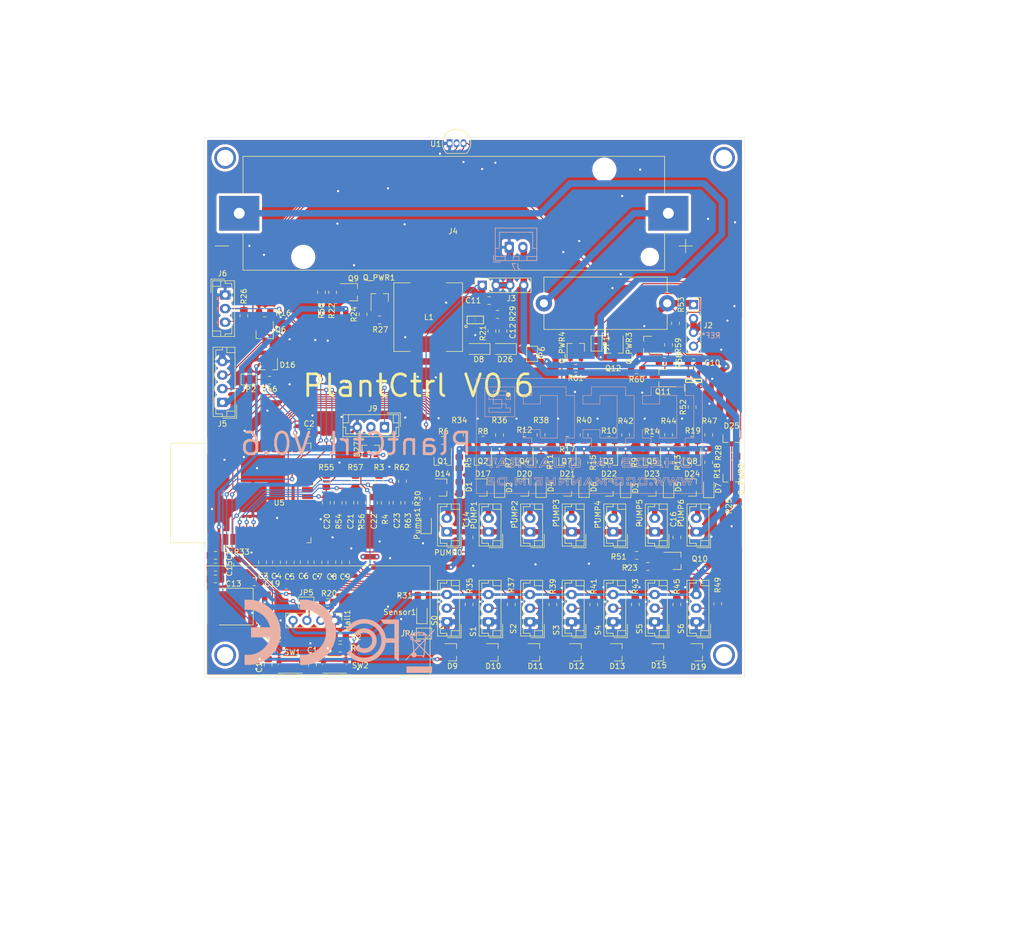
<source format=kicad_pcb>
(kicad_pcb (version 20171130) (host pcbnew "(5.1.5)-3")
  (layers (0 F.Cu signal) (31 B.Cu signal) (34 B.Paste user) (35 F.Paste user) (36 B.SilkS user) (37 F.SilkS user) (38 B.Mask user) (39 F.Mask user) (44 Edge.Cuts user))
  (net 0 "")
  (net 1 PLANT1_PUMP)
  (net 2 PLANT2_PUMP)
  (net 3 PLANT3_PUMP)
  (net 4 PLANT4_PUMP)
  (net 5 PLANT5_PUMP)
  (net 6 PLANT6_PUMP)
  (net 7 GND)
  (net 8 PLANT6_MOIST)
  (net 9 PLANT5_MOIST)
  (net 10 PLANT4_MOIST)
  (net 11 PLANT3_MOIST)
  (net 12 PLANT2_MOIST)
  (net 13 PLANT1_MOIST)
  (net 14 PLANT_CTRL_PUMP_0)
  (net 15 PUMP_PWR)
  (net 16 PWR_PUMP_CONVERTER)
  (net 17 "Net-(J5-Pad3)")
  (net 18 3_3V)
  (net 19 Temp)
  (net 20 PLANT0_PUMP)
  (net 21 CUSTOM_GPIO)
  (net 22 PWR_SENSORS)
  (net 23 PLANT0_MOIST)
  (net 24 "Net-(C1-Pad2)")
  (net 25 "Net-(R35-Pad1)")
  (net 26 PLANT_CTRL_PUMP_1)
  (net 27 "Net-(R37-Pad1)")
  (net 28 PLANT_CTRL_PUMP_2)
  (net 29 "Net-(R39-Pad1)")
  (net 30 PLANT_CTRL_PUMP_3)
  (net 31 "Net-(R41-Pad1)")
  (net 32 PLANT_CTRL_PUMP_4)
  (net 33 "Net-(R43-Pad1)")
  (net 34 PLANT_CTRL_PUMP_5)
  (net 35 "Net-(R45-Pad1)")
  (net 36 PLANT_CTRL_PUMP_6)
  (net 37 "Net-(R49-Pad1)")
  (net 38 PUMP_ENABLE)
  (net 39 SENSORS_ENABLE)
  (net 40 GND_BATT)
  (net 41 "Net-(C10-Pad2)")
  (net 42 VCC_BATT)
  (net 43 LIPO_OD)
  (net 44 LIPO_OC)
  (net 45 "Net-(D8-Pad2)")
  (net 46 "Net-(Hall1-Pad3)")
  (net 47 "Net-(Hall1-Pad2)")
  (net 48 "Net-(IC1-Pad2)")
  (net 49 "Net-(JP4-Pad1)")
  (net 50 "Net-(JP5-Pad1)")
  (net 51 "Net-(R20-Pad2)")
  (net 52 "Net-(R21-Pad2)")
  (net 53 "Net-(D1-Pad2)")
  (net 54 "Net-(D2-Pad2)")
  (net 55 "Net-(D3-Pad2)")
  (net 56 "Net-(D4-Pad2)")
  (net 57 "Net-(D5-Pad2)")
  (net 58 "Net-(D6-Pad2)")
  (net 59 "Net-(D7-Pad2)")
  (net 60 "Net-(Pumps1-Pad2)")
  (net 61 "Net-(Q1-Pad1)")
  (net 62 "Net-(Q2-Pad1)")
  (net 63 "Net-(Q3-Pad1)")
  (net 64 "Net-(Q4-Pad1)")
  (net 65 "Net-(Q5-Pad1)")
  (net 66 "Net-(Q6-Pad1)")
  (net 67 "Net-(Q7-Pad1)")
  (net 68 "Net-(Q8-Pad1)")
  (net 69 "Net-(Q9-Pad3)")
  (net 70 "Net-(Q9-Pad1)")
  (net 71 "Net-(Q10-Pad3)")
  (net 72 "Net-(Q10-Pad1)")
  (net 73 "Net-(Q_PWR1-Pad1)")
  (net 74 "Net-(Q_PWR2-Pad1)")
  (net 75 "Net-(R31-Pad1)")
  (net 76 "Net-(J5-Pad2)")
  (net 77 "Net-(C12-Pad1)")
  (net 78 IO0)
  (net 79 "Net-(C19-Pad2)")
  (net 80 VCC)
  (net 81 "Net-(D27-Pad3)")
  (net 82 "Net-(F1-Pad1)")
  (net 83 "Net-(J2-Pad4)")
  (net 84 "Net-(J2-Pad2)")
  (net 85 "Net-(C18-Pad2)")
  (net 86 "Net-(C20-Pad2)")
  (net 87 "Net-(C21-Pad2)")
  (net 88 enable_all)
  (net 89 "Net-(Q_PWR3-Pad1)")
  (net 90 SOLAR_IN)
  (net 91 "Net-(Q_PWR4-Pad1)")
  (net 92 "Net-(C22-Pad2)")
  (net 93 "Net-(C23-Pad2)")
  (module ESP32:CCC_Mannheim_Logo2_full (layer B.Cu) (at 262.89 82.042 180)
    (fp_text reference REF** (at 0.2286 5.0038 180) (layer B.SilkS) (effects (justify mirror)))
    (fp_text value CCC_Mannheim_Logo2_full)
  )
  (module Symbol:WEEE-Logo_5.6x8mm_SilkScreen (layer B.Cu) (at 209.55 134.874 180)
    (fp_text reference REF** hide)
    (fp_text value WEEE-Logo_5.6x8mm_SilkScreen hide)
  )
  (module Symbol:FCC-Logo_9.6x8mm_SilkScreen (layer B.Cu) (at 201.041 132.969 180)
    (fp_text reference REF** hide)
    (fp_text value FCC-Logo_9.6x8mm_SilkScreen hide)
  )
  (module Symbol:CE-Logo_16.8x12mm_SilkScreen (layer B.Cu) (at 185.928 131.445 180)
    (fp_text reference REF** hide)
    (fp_text value CE-Logo_16.8x12mm_SilkScreen hide)
  )
  (module Jumper:SolderJumper-2_P1.3mm_Bridged_Pad1.0x1.5mm (layer F.Cu) (at 188.849 125.984)
    (fp_text reference JP5 (at 0 -1.8) (layer F.SilkS))
    (fp_text value NC)
    (fp_poly (pts (xy -0.25 -0.3) (xy 0.25 -0.3) (xy 0.25 0.3) (xy -0.25 0.3)) (layer F.Cu) (width 0))
    (pad 2 smd rect (at 0.65 0) (size 1 1.5) (layers F.Cu F.Mask) (net 46 "Net-(Hall1-Pad3)"))
    (pad 1 smd rect (at -0.65 0) (size 1 1.5) (layers F.Cu F.Mask) (net 50 "Net-(JP5-Pad1)"))
  )
  (module Package_TO_SOT_SMD:SOT-23_Handsoldering (layer F.Cu) (at 266.827 103.124 270)
    (fp_text reference Q_PWR2 (at 0.254 -1.778 90) (layer F.SilkS))
    (fp_text value "P-channel 50v 4A")
    (pad 3 smd rect (at 1.5 0 270) (size 1.9 0.8) (layers F.Cu F.Paste F.Mask) (net 22 PWR_SENSORS))
    (pad 2 smd rect (at -1.5 0.95 270) (size 1.9 0.8) (layers F.Cu F.Paste F.Mask) (net 80 VCC))
    (pad 1 smd rect (at -1.5 -0.95 270) (size 1.9 0.8) (layers F.Cu F.Paste F.Mask) (net 74 "Net-(Q_PWR2-Pad1)"))
  )
  (module Capacitor_SMD:C_0805_2012Metric_Pad1.15x1.40mm_HandSolder (layer F.Cu) (at 205.486 107.696 90)
    (fp_text reference C23 (at -3.302 0 90) (layer F.SilkS))
    (fp_text value 100n)
    (pad 2 smd roundrect (at 1.025 0 90) (size 1.15 1.4) (layers F.Cu F.Paste F.Mask) (roundrect_rratio 0.217391) (net 93 "Net-(C23-Pad2)"))
    (pad 1 smd roundrect (at -1.025 0 90) (size 1.15 1.4) (layers F.Cu F.Paste F.Mask) (roundrect_rratio 0.217391) (net 7 GND))
  )
  (module Capacitor_SMD:C_0805_2012Metric_Pad1.15x1.40mm_HandSolder (layer F.Cu) (at 201.168 107.696 90)
    (fp_text reference C22 (at -3.429 0.127 90) (layer F.SilkS))
    (fp_text value 100n)
    (pad 2 smd roundrect (at 1.025 0 90) (size 1.15 1.4) (layers F.Cu F.Paste F.Mask) (roundrect_rratio 0.217391) (net 92 "Net-(C22-Pad2)"))
    (pad 1 smd roundrect (at -1.025 0 90) (size 1.15 1.4) (layers F.Cu F.Paste F.Mask) (roundrect_rratio 0.217391) (net 7 GND))
  )
  (module Resistor_SMD:R_0805_2012Metric_Pad1.15x1.40mm_HandSolder (layer F.Cu) (at 207.645 107.696 90)
    (fp_text reference R63 (at -3.302 -0.127 90) (layer F.SilkS))
    (fp_text value 10k)
    (pad 2 smd roundrect (at 1.025 0 90) (size 1.15 1.4) (layers F.Cu F.Paste F.Mask) (roundrect_rratio 0.217391) (net 93 "Net-(C23-Pad2)"))
    (pad 1 smd roundrect (at -1.025 0 90) (size 1.15 1.4) (layers F.Cu F.Paste F.Mask) (roundrect_rratio 0.217391) (net 7 GND))
  )
  (module Resistor_SMD:R_0805_2012Metric_Pad1.15x1.40mm_HandSolder (layer F.Cu) (at 206.502 103.759 90)
    (fp_text reference R62 (at 2.54 -0.127 180) (layer F.SilkS))
    (fp_text value 10k)
    (pad 2 smd roundrect (at 1.025 0 90) (size 1.15 1.4) (layers F.Cu F.Paste F.Mask) (roundrect_rratio 0.217391) (net 18 3_3V))
    (pad 1 smd roundrect (at -1.025 0 90) (size 1.15 1.4) (layers F.Cu F.Paste F.Mask) (roundrect_rratio 0.217391) (net 93 "Net-(C23-Pad2)"))
  )
  (module Resistor_SMD:R_0805_2012Metric_Pad1.15x1.40mm_HandSolder (layer F.Cu) (at 203.327 107.696 90)
    (fp_text reference R4 (at -3.048 0 90) (layer F.SilkS))
    (fp_text value 33k)
    (pad 2 smd roundrect (at 1.025 0 90) (size 1.15 1.4) (layers F.Cu F.Paste F.Mask) (roundrect_rratio 0.217391) (net 92 "Net-(C22-Pad2)"))
    (pad 1 smd roundrect (at -1.025 0 90) (size 1.15 1.4) (layers F.Cu F.Paste F.Mask) (roundrect_rratio 0.217391) (net 7 GND))
  )
  (module Resistor_SMD:R_0805_2012Metric_Pad1.15x1.40mm_HandSolder (layer F.Cu) (at 202.184 103.759 90)
    (fp_text reference R3 (at 2.54 0 180) (layer F.SilkS))
    (fp_text value 10k)
    (pad 2 smd roundrect (at 1.025 0 90) (size 1.15 1.4) (layers F.Cu F.Paste F.Mask) (roundrect_rratio 0.217391) (net 18 3_3V))
    (pad 1 smd roundrect (at -1.025 0 90) (size 1.15 1.4) (layers F.Cu F.Paste F.Mask) (roundrect_rratio 0.217391) (net 92 "Net-(C22-Pad2)"))
  )
  (module misc_footprints:SOT-23-6 (layer F.Cu) (at 219.837 74.168 90)
    (fp_text reference U4 (at 0.076237 -0.079439 270) (layer F.SilkS) (effects (font (size 0.600291 0.600291) (thickness 0.015))))
    (fp_text value SX1308)
    (pad 5 smd rect (at 1.35 0 90) (size 1 0.55) (layers F.Cu F.Paste F.Mask) (net 16 PWR_PUMP_CONVERTER))
    (pad 6 smd rect (at 1.35 -0.95 90) (size 1 0.55) (layers F.Cu F.Paste F.Mask))
    (pad 4 smd rect (at 1.35 0.95 90) (size 1 0.55) (layers F.Cu F.Paste F.Mask) (net 16 PWR_PUMP_CONVERTER))
    (pad 3 smd rect (at -1.35 0.95 90) (size 1 0.55) (layers F.Cu F.Paste F.Mask) (net 52 "Net-(R21-Pad2)"))
    (pad 1 smd rect (at -1.35 -0.95 90) (size 1 0.55) (layers F.Cu F.Paste F.Mask) (net 45 "Net-(D8-Pad2)"))
    (pad 2 smd rect (at -1.35 0 90) (size 1 0.55) (layers F.Cu F.Paste F.Mask) (net 7 GND))
  )
  (module ESP32:DPAK457P991X255-3N (layer F.Cu) (at 176.784 126.746 180)
    (fp_text reference U3 (at -2.825 -4.635) (layer F.SilkS) (effects (font (thickness 0.015))))
    (fp_text value LP38690DT-3.3)
    (pad 4 smd rect (at 2.32 0 180) (size 6.49 5.63) (layers F.Cu F.Mask) (net 7 GND))
    (pad 3 smd rect (at -4.45 2.285 180) (size 2.22 0.96) (layers F.Cu F.Paste F.Mask) (net 80 VCC))
    (pad 1 smd rect (at -4.45 -2.285 180) (size 2.22 0.96) (layers F.Cu F.Paste F.Mask) (net 18 3_3V))
  )
  (module Resistor_SMD:R_0805_2012Metric_Pad1.15x1.40mm_HandSolder (layer F.Cu) (at 256.54 74.803 270)
    (fp_text reference R53 (at -3.429 -1.016 90) (layer F.SilkS))
    (fp_text value 100)
    (pad 2 smd roundrect (at 1.025 0 270) (size 1.15 1.4) (layers F.Cu F.Paste F.Mask) (roundrect_rratio 0.217391) (net 41 "Net-(C10-Pad2)"))
    (pad 1 smd roundrect (at -1.025 0 270) (size 1.15 1.4) (layers F.Cu F.Paste F.Mask) (roundrect_rratio 0.217391) (net 82 "Net-(F1-Pad1)"))
  )
  (module Resistor_SMD:R_0805_2012Metric_Pad1.15x1.40mm_HandSolder (layer F.Cu) (at 259.588 90.161 90)
    (fp_text reference R52 (at 0 -1.65 90) (layer F.SilkS))
    (fp_text value 1k)
    (pad 2 smd roundrect (at 1.025 0 90) (size 1.15 1.4) (layers F.Cu F.Paste F.Mask) (roundrect_rratio 0.217391) (net 48 "Net-(IC1-Pad2)"))
    (pad 1 smd roundrect (at -1.025 0 90) (size 1.15 1.4) (layers F.Cu F.Paste F.Mask) (roundrect_rratio 0.217391) (net 7 GND))
  )
  (module Resistor_SMD:R_0805_2012Metric_Pad1.15x1.40mm_HandSolder (layer F.Cu) (at 249.428 117.348 180)
    (fp_text reference R51 (at 3.302 -0.254) (layer F.SilkS))
    (fp_text value 1k)
    (pad 2 smd roundrect (at 1.025 0 180) (size 1.15 1.4) (layers F.Cu F.Paste F.Mask) (roundrect_rratio 0.217391) (net 39 SENSORS_ENABLE))
    (pad 1 smd roundrect (at -1.025 0 180) (size 1.15 1.4) (layers F.Cu F.Paste F.Mask) (roundrect_rratio 0.217391) (net 72 "Net-(Q10-Pad1)"))
  )
  (module Resistor_SMD:R_0805_2012Metric_Pad1.15x1.40mm_HandSolder (layer F.Cu) (at 191.643 69.088 270)
    (fp_text reference R50 (at 3.429 0 90) (layer F.SilkS))
    (fp_text value 1k)
    (pad 2 smd roundrect (at 1.025 0 270) (size 1.15 1.4) (layers F.Cu F.Paste F.Mask) (roundrect_rratio 0.217391) (net 38 PUMP_ENABLE))
    (pad 1 smd roundrect (at -1.025 0 270) (size 1.15 1.4) (layers F.Cu F.Paste F.Mask) (roundrect_rratio 0.217391) (net 70 "Net-(Q9-Pad1)"))
  )
  (module Resistor_SMD:R_0805_2012Metric_Pad1.15x1.40mm_HandSolder (layer F.Cu) (at 182.118 85.217 180)
    (fp_text reference R46 (at 0 -1.65) (layer F.SilkS))
    (fp_text value 1k)
    (pad 2 smd roundrect (at 1.025 0 180) (size 1.15 1.4) (layers F.Cu F.Paste F.Mask) (roundrect_rratio 0.217391) (net 21 CUSTOM_GPIO))
    (pad 1 smd roundrect (at -1.025 0 180) (size 1.15 1.4) (layers F.Cu F.Paste F.Mask) (roundrect_rratio 0.217391) (net 66 "Net-(Q6-Pad1)"))
  )
  (module Resistor_SMD:R_0805_2012Metric_Pad1.15x1.40mm_HandSolder (layer F.Cu) (at 223.901 73.152)
    (fp_text reference R29 (at 2.794 -0.127 90) (layer F.SilkS))
    (fp_text value 1k)
    (pad 2 smd roundrect (at 1.025 0) (size 1.15 1.4) (layers F.Cu F.Paste F.Mask) (roundrect_rratio 0.217391) (net 7 GND))
    (pad 1 smd roundrect (at -1.025 0) (size 1.15 1.4) (layers F.Cu F.Paste F.Mask) (roundrect_rratio 0.217391) (net 52 "Net-(R21-Pad2)"))
  )
  (module Resistor_SMD:R_0805_2012Metric_Pad1.15x1.40mm_HandSolder (layer F.Cu) (at 266.827 99.187 180)
    (fp_text reference R28 (at 2.413 0.635 90) (layer F.SilkS))
    (fp_text value 10k)
    (pad 2 smd roundrect (at 1.025 0 180) (size 1.15 1.4) (layers F.Cu F.Paste F.Mask) (roundrect_rratio 0.217391) (net 80 VCC))
    (pad 1 smd roundrect (at -1.025 0 180) (size 1.15 1.4) (layers F.Cu F.Paste F.Mask) (roundrect_rratio 0.217391) (net 74 "Net-(Q_PWR2-Pad1)"))
  )
  (module Resistor_SMD:R_0805_2012Metric_Pad1.15x1.40mm_HandSolder (layer F.Cu) (at 202.311 74.168)
    (fp_text reference R27 (at 0.127 1.778) (layer F.SilkS))
    (fp_text value 10k)
    (pad 2 smd roundrect (at 1.025 0) (size 1.15 1.4) (layers F.Cu F.Paste F.Mask) (roundrect_rratio 0.217391) (net 80 VCC))
    (pad 1 smd roundrect (at -1.025 0) (size 1.15 1.4) (layers F.Cu F.Paste F.Mask) (roundrect_rratio 0.217391) (net 73 "Net-(Q_PWR1-Pad1)"))
  )
  (module Resistor_SMD:R_0805_2012Metric_Pad1.15x1.40mm_HandSolder (layer F.Cu) (at 177.419 73.406 270)
    (fp_text reference R26 (at -3.556 0 90) (layer F.SilkS))
    (fp_text value 4k7)
    (pad 2 smd roundrect (at 1.025 0 270) (size 1.15 1.4) (layers F.Cu F.Paste F.Mask) (roundrect_rratio 0.217391) (net 22 PWR_SENSORS))
    (pad 1 smd roundrect (at -1.025 0 270) (size 1.15 1.4) (layers F.Cu F.Paste F.Mask) (roundrect_rratio 0.217391) (net 19 Temp))
  )
  (module Resistor_SMD:R_0805_2012Metric_Pad1.15x1.40mm_HandSolder (layer F.Cu) (at 267.97 108.458 270)
    (fp_text reference R25 (at -0.127 1.651 90) (layer F.SilkS))
    (fp_text value 10k)
    (pad 2 smd roundrect (at 1.025 0 270) (size 1.15 1.4) (layers F.Cu F.Paste F.Mask) (roundrect_rratio 0.217391) (net 71 "Net-(Q10-Pad3)"))
    (pad 1 smd roundrect (at -1.025 0 270) (size 1.15 1.4) (layers F.Cu F.Paste F.Mask) (roundrect_rratio 0.217391) (net 74 "Net-(Q_PWR2-Pad1)"))
  )
  (module Resistor_SMD:R_0805_2012Metric_Pad1.15x1.40mm_HandSolder (layer F.Cu) (at 199.263 73.143 90)
    (fp_text reference R24 (at 0 -1.65 90) (layer F.SilkS))
    (fp_text value 10k)
    (pad 2 smd roundrect (at 1.025 0 90) (size 1.15 1.4) (layers F.Cu F.Paste F.Mask) (roundrect_rratio 0.217391) (net 69 "Net-(Q9-Pad3)"))
    (pad 1 smd roundrect (at -1.025 0 90) (size 1.15 1.4) (layers F.Cu F.Paste F.Mask) (roundrect_rratio 0.217391) (net 73 "Net-(Q_PWR1-Pad1)"))
  )
  (module Resistor_SMD:R_0805_2012Metric_Pad1.15x1.40mm_HandSolder (layer F.Cu) (at 251.46 119.38)
    (fp_text reference R23 (at -3.302 0.254) (layer F.SilkS))
    (fp_text value 10k)
    (pad 2 smd roundrect (at 1.025 0) (size 1.15 1.4) (layers F.Cu F.Paste F.Mask) (roundrect_rratio 0.217391) (net 7 GND))
    (pad 1 smd roundrect (at -1.025 0) (size 1.15 1.4) (layers F.Cu F.Paste F.Mask) (roundrect_rratio 0.217391) (net 72 "Net-(Q10-Pad1)"))
  )
  (module Resistor_SMD:R_0805_2012Metric_Pad1.15x1.40mm_HandSolder (layer F.Cu) (at 193.675 69.088 270)
    (fp_text reference R22 (at 3.429 0.127 90) (layer F.SilkS))
    (fp_text value 10k)
    (pad 2 smd roundrect (at 1.025 0 270) (size 1.15 1.4) (layers F.Cu F.Paste F.Mask) (roundrect_rratio 0.217391) (net 7 GND))
    (pad 1 smd roundrect (at -1.025 0 270) (size 1.15 1.4) (layers F.Cu F.Paste F.Mask) (roundrect_rratio 0.217391) (net 70 "Net-(Q9-Pad1)"))
  )
  (module Resistor_SMD:R_0805_2012Metric_Pad1.15x1.40mm_HandSolder (layer F.Cu) (at 222.885 76.2 90)
    (fp_text reference R21 (at -0.381 -1.65 90) (layer F.SilkS))
    (fp_text value 19k-19.5K)
    (pad 2 smd roundrect (at 1.025 0 90) (size 1.15 1.4) (layers F.Cu F.Paste F.Mask) (roundrect_rratio 0.217391) (net 52 "Net-(R21-Pad2)"))
    (pad 1 smd roundrect (at -1.025 0 90) (size 1.15 1.4) (layers F.Cu F.Paste F.Mask) (roundrect_rratio 0.217391) (net 77 "Net-(C12-Pad1)"))
  )
  (module Resistor_SMD:R_0805_2012Metric_Pad1.15x1.40mm_HandSolder (layer F.Cu) (at 192.786 125.984 180)
    (fp_text reference R20 (at -0.254 1.651) (layer F.SilkS))
    (fp_text value 10k)
    (pad 2 smd roundrect (at 1.025 0 180) (size 1.15 1.4) (layers F.Cu F.Paste F.Mask) (roundrect_rratio 0.217391) (net 51 "Net-(R20-Pad2)"))
    (pad 1 smd roundrect (at -1.025 0 180) (size 1.15 1.4) (layers F.Cu F.Paste F.Mask) (roundrect_rratio 0.217391) (net 47 "Net-(Hall1-Pad2)"))
  )
  (module Resistor_SMD:R_0805_2012Metric_Pad1.15x1.40mm_HandSolder (layer F.Cu) (at 181.229 72.898 180)
    (fp_text reference R16 (at -3.429 0) (layer F.SilkS))
    (fp_text value 10k)
    (pad 2 smd roundrect (at 1.025 0 180) (size 1.15 1.4) (layers F.Cu F.Paste F.Mask) (roundrect_rratio 0.217391) (net 7 GND))
    (pad 1 smd roundrect (at -1.025 0 180) (size 1.15 1.4) (layers F.Cu F.Paste F.Mask) (roundrect_rratio 0.217391) (net 66 "Net-(Q6-Pad1)"))
  )
  (module Package_TO_SOT_SMD:SOT-23_Handsoldering (layer F.Cu) (at 202.311 70.104 90)
    (fp_text reference Q_PWR1 (at 3.683 -0.127 180) (layer F.SilkS))
    (fp_text value "P-channel 50v 4A")
    (pad 3 smd rect (at 1.5 0 90) (size 1.9 0.8) (layers F.Cu F.Paste F.Mask) (net 16 PWR_PUMP_CONVERTER))
    (pad 2 smd rect (at -1.5 0.95 90) (size 1.9 0.8) (layers F.Cu F.Paste F.Mask) (net 80 VCC))
    (pad 1 smd rect (at -1.5 -0.95 90) (size 1.9 0.8) (layers F.Cu F.Paste F.Mask) (net 73 "Net-(Q_PWR1-Pad1)"))
  )
  (module Package_TO_SOT_SMD:SOT-23_Handsoldering (layer F.Cu) (at 245.364 79.502 270)
    (fp_text reference Q12 (at 3.556 0.254 180) (layer F.SilkS))
    (fp_text value "N-channel 30V 5A")
    (pad 3 smd rect (at 1.5 0 270) (size 1.9 0.8) (layers F.Cu F.Paste F.Mask) (net 40 GND_BATT))
    (pad 2 smd rect (at -1.5 0.95 270) (size 1.9 0.8) (layers F.Cu F.Paste F.Mask) (net 84 "Net-(J2-Pad2)"))
    (pad 1 smd rect (at -1.5 -0.95 270) (size 1.9 0.8) (layers F.Cu F.Paste F.Mask) (net 44 LIPO_OC))
  )
  (module Package_TO_SOT_SMD:SOT-23_Handsoldering (layer F.Cu) (at 254.254 84.836 180)
    (fp_text reference Q11 (at 0 -2.5) (layer F.SilkS))
    (fp_text value "N-channel 30V 5A")
    (pad 3 smd rect (at 1.5 0 180) (size 1.9 0.8) (layers F.Cu F.Paste F.Mask) (net 88 enable_all))
    (pad 2 smd rect (at -1.5 0.95 180) (size 1.9 0.8) (layers F.Cu F.Paste F.Mask) (net 40 GND_BATT))
    (pad 1 smd rect (at -1.5 -0.95 180) (size 1.9 0.8) (layers F.Cu F.Paste F.Mask) (net 43 LIPO_OD))
  )
  (module Package_TO_SOT_SMD:SOT-23_Handsoldering (layer F.Cu) (at 256.794 118.364)
    (fp_text reference Q10 (at 4.191 -0.381) (layer F.SilkS))
    (fp_text value "N-channel 30V 5A")
    (pad 3 smd rect (at 1.5 0) (size 1.9 0.8) (layers F.Cu F.Paste F.Mask) (net 71 "Net-(Q10-Pad3)"))
    (pad 2 smd rect (at -1.5 0.95) (size 1.9 0.8) (layers F.Cu F.Paste F.Mask) (net 7 GND))
    (pad 1 smd rect (at -1.5 -0.95) (size 1.9 0.8) (layers F.Cu F.Paste F.Mask) (net 72 "Net-(Q10-Pad1)"))
  )
  (module Package_TO_SOT_SMD:SOT-23_Handsoldering (layer F.Cu) (at 197.485 69.088)
    (fp_text reference Q9 (at 0 -2.5) (layer F.SilkS))
    (fp_text value "N-channel 30V 5A")
    (pad 3 smd rect (at 1.5 0) (size 1.9 0.8) (layers F.Cu F.Paste F.Mask) (net 69 "Net-(Q9-Pad3)"))
    (pad 2 smd rect (at -1.5 0.95) (size 1.9 0.8) (layers F.Cu F.Paste F.Mask) (net 7 GND))
    (pad 1 smd rect (at -1.5 -0.95) (size 1.9 0.8) (layers F.Cu F.Paste F.Mask) (net 70 "Net-(Q9-Pad1)"))
  )
  (module Package_TO_SOT_SMD:SOT-23_Handsoldering (layer F.Cu) (at 181.229 76.835 270)
    (fp_text reference Q6 (at -0.889 -2.921 180) (layer F.SilkS))
    (fp_text value "N-channel 30V 5A")
    (pad 3 smd rect (at 1.5 0 270) (size 1.9 0.8) (layers F.Cu F.Paste F.Mask) (net 17 "Net-(J5-Pad3)"))
    (pad 2 smd rect (at -1.5 0.95 270) (size 1.9 0.8) (layers F.Cu F.Paste F.Mask) (net 7 GND))
    (pad 1 smd rect (at -1.5 -0.95 270) (size 1.9 0.8) (layers F.Cu F.Paste F.Mask) (net 66 "Net-(Q6-Pad1)"))
  )
  (module Inductor_SMD:L_12x12mm_H4.5mm (layer F.Cu) (at 211.201 73.66 270)
    (fp_text reference L1 (at 0 -0.127 180) (layer F.SilkS))
    (fp_text value "4A 5-22uH min DCR")
    (pad 2 smd rect (at 4.95 0 270) (size 2.9 5.4) (layers F.Cu F.Paste F.Mask) (net 45 "Net-(D8-Pad2)"))
    (pad 1 smd rect (at -4.95 0 270) (size 2.9 5.4) (layers F.Cu F.Paste F.Mask) (net 16 PWR_PUMP_CONVERTER))
  )
  (module Jumper:SolderJumper-2_P1.3mm_Open_Pad1.0x1.5mm (layer F.Cu) (at 230.251 80.391 270)
    (fp_text reference JP6 (at 0 -1.8 90) (layer F.SilkS))
    (fp_text value SolderJumper_2_Open)
    (pad 1 smd rect (at -0.65 0 270) (size 1 1.5) (layers F.Cu F.Mask) (net 15 PUMP_PWR))
    (pad 2 smd rect (at 0.65 0 270) (size 1 1.5) (layers F.Cu F.Mask) (net 80 VCC))
  )
  (module Jumper:SolderJumper-2_P1.3mm_Open_Pad1.0x1.5mm (layer F.Cu) (at 178.308 85.09 180)
    (fp_text reference JP2 (at 0 -1.8) (layer F.SilkS))
    (fp_text value SolderJumper_2_Open)
    (pad 1 smd rect (at -0.65 0 180) (size 1 1.5) (layers F.Cu F.Mask) (net 21 CUSTOM_GPIO))
    (pad 2 smd rect (at 0.65 0 180) (size 1 1.5) (layers F.Cu F.Mask) (net 76 "Net-(J5-Pad2)"))
  )
  (module Jumper:SolderJumper-2_P1.3mm_Open_Pad1.0x1.5mm (layer F.Cu) (at 242.062 78.486 270)
    (fp_text reference JP1 (at 0 -1.8 90) (layer F.SilkS))
    (fp_text value SolderJumper_2_Open)
    (pad 1 smd rect (at -0.65 0 270) (size 1 1.5) (layers F.Cu F.Mask) (net 84 "Net-(J2-Pad2)"))
    (pad 2 smd rect (at 0.65 0 270) (size 1 1.5) (layers F.Cu F.Mask) (net 40 GND_BATT))
  )
  (module Connector_JST:JST_XH_B2B-XH-A_1x02_P2.50mm_Vertical (layer B.Cu) (at 226.06 60.833)
    (fp_text reference J7 (at 1.25 3.55) (layer B.SilkS) (effects (justify mirror)))
    (fp_text value Conn_01x02)
    (pad 2 thru_hole oval (at 2.5 0) (size 1.7 2) (drill 1) (layers *.Cu *.Mask) (net 15 PUMP_PWR))
    (pad 1 thru_hole roundrect (at 0 0) (size 1.7 2) (drill 1) (layers *.Cu *.Mask) (roundrect_rratio 0.147059) (net 7 GND))
  )
  (module Connector_JST:JST_EH_B3B-EH-A_1x03_P2.50mm_Vertical (layer F.Cu) (at 173.99 69.596 270)
    (fp_text reference J6 (at -3.937 0.508 180) (layer F.SilkS))
    (fp_text value Conn_01x03)
    (pad 3 thru_hole oval (at 5 0 270) (size 1.7 1.95) (drill 0.95) (layers *.Cu *.Mask) (net 22 PWR_SENSORS))
    (pad 2 thru_hole oval (at 2.5 0 270) (size 1.7 1.95) (drill 0.95) (layers *.Cu *.Mask) (net 19 Temp))
    (pad 1 thru_hole roundrect (at 0 0 270) (size 1.7 1.95) (drill 0.95) (layers *.Cu *.Mask) (roundrect_rratio 0.147059) (net 7 GND))
  )
  (module Connector_JST:JST_EH_B4B-EH-A_1x04_P2.50mm_Vertical (layer F.Cu) (at 173.482 89.281 90)
    (fp_text reference J5 (at -3.937 0 180) (layer F.SilkS))
    (fp_text value Conn_01x04)
    (pad 4 thru_hole oval (at 7.5 0 90) (size 1.7 1.95) (drill 0.95) (layers *.Cu *.Mask) (net 7 GND))
    (pad 3 thru_hole oval (at 5 0 90) (size 1.7 1.95) (drill 0.95) (layers *.Cu *.Mask) (net 17 "Net-(J5-Pad3)"))
    (pad 2 thru_hole oval (at 2.5 0 90) (size 1.7 1.95) (drill 0.95) (layers *.Cu *.Mask) (net 76 "Net-(J5-Pad2)"))
    (pad 1 thru_hole roundrect (at 0 0 90) (size 1.7 1.95) (drill 0.95) (layers *.Cu *.Mask) (roundrect_rratio 0.147059) (net 80 VCC))
  )
  (module Connector_PinSocket_2.54mm:PinSocket_1x04_P2.54mm_Vertical (layer F.Cu) (at 221.107 67.818 90)
    (fp_text reference J3 (at -2.413 5.334 180) (layer F.SilkS))
    (fp_text value Conn_01x04)
    (pad 4 thru_hole oval (at 0 7.62 90) (size 1.7 1.7) (drill 1) (layers *.Cu *.Mask) (net 15 PUMP_PWR))
    (pad 3 thru_hole oval (at 0 5.08 90) (size 1.7 1.7) (drill 1) (layers *.Cu *.Mask) (net 7 GND))
    (pad 2 thru_hole oval (at 0 2.54 90) (size 1.7 1.7) (drill 1) (layers *.Cu *.Mask) (net 7 GND))
    (pad 1 thru_hole rect (at 0 0 90) (size 1.7 1.7) (drill 1) (layers *.Cu *.Mask) (net 16 PWR_PUMP_CONVERTER))
  )
  (module misc_footprints:SOT95P280X135-6N (layer F.Cu) (at 259.842 85.344 90)
    (fp_text reference IC1 (at 0 0 90) (layer F.SilkS) (effects (font (thickness 0.015))))
    (fp_text value DW01)
    (pad 6 smd rect (at 1.25 -0.95 90) (size 1.25 0.6) (layers F.Cu F.Paste F.Mask) (net 40 GND_BATT))
    (pad 5 smd rect (at 1.25 0 90) (size 1.25 0.6) (layers F.Cu F.Paste F.Mask) (net 41 "Net-(C10-Pad2)"))
    (pad 4 smd rect (at 1.25 0.95 90) (size 1.25 0.6) (layers F.Cu F.Paste F.Mask))
    (pad 3 smd rect (at -1.25 0.95 90) (size 1.25 0.6) (layers F.Cu F.Paste F.Mask) (net 44 LIPO_OC))
    (pad 2 smd rect (at -1.25 0 90) (size 1.25 0.6) (layers F.Cu F.Paste F.Mask) (net 48 "Net-(IC1-Pad2)"))
    (pad 1 smd rect (at -1.25 -0.95 90) (size 1.25 0.6) (layers F.Cu F.Paste F.Mask) (net 43 LIPO_OD))
  )
  (module ESP32:SR04M-2PinHeader_1x04_P2.54mm_Vertical (layer F.Cu) (at 194.056 129.286 270)
    (fp_text reference Hall1 (at 0 -2.33 90) (layer F.SilkS))
    (fp_text value Conn_01x04)
    (pad 4 thru_hole oval (at 0 7.62 270) (size 1.7 1.7) (drill 1) (layers *.Cu *.Mask) (net 22 PWR_SENSORS))
    (pad 3 thru_hole oval (at 0 5.08 270) (size 1.7 1.7) (drill 1) (layers *.Cu *.Mask) (net 46 "Net-(Hall1-Pad3)"))
    (pad 2 thru_hole oval (at 0 2.54 270) (size 1.7 1.7) (drill 1) (layers *.Cu *.Mask) (net 47 "Net-(Hall1-Pad2)"))
    (pad 1 thru_hole rect (at 0 0 270) (size 1.7 1.7) (drill 1) (layers *.Cu *.Mask) (net 7 GND))
  )
  (module Diode_SMD:D_SOD-123F (layer F.Cu) (at 225.171 79.502 180)
    (fp_text reference D26 (at -0.127 -1.905) (layer F.SilkS))
    (fp_text value "40V >2A")
    (pad 2 smd rect (at 1.4 0 180) (size 1.1 1.1) (layers F.Cu F.Paste F.Mask) (net 77 "Net-(C12-Pad1)"))
    (pad 1 smd rect (at -1.4 0 180) (size 1.1 1.1) (layers F.Cu F.Paste F.Mask) (net 15 PUMP_PWR))
  )
  (module Package_TO_SOT_SMD:SOT-23 (layer F.Cu) (at 266.827 95.885 270)
    (fp_text reference D25 (at -2.286 0 180) (layer F.SilkS))
    (fp_text value BAS40-04)
    (pad 3 smd rect (at 1 0 270) (size 0.9 0.8) (layers F.Cu F.Paste F.Mask) (net 22 PWR_SENSORS))
    (pad 2 smd rect (at -1 0.95 270) (size 0.9 0.8) (layers F.Cu F.Paste F.Mask) (net 80 VCC))
    (pad 1 smd rect (at -1 -0.95 270) (size 0.9 0.8) (layers F.Cu F.Paste F.Mask) (net 7 GND))
  )
  (module Package_TO_SOT_SMD:SOT-23 (layer F.Cu) (at 181.991 82.55 270)
    (fp_text reference D16 (at -0.127 -3.429 180) (layer F.SilkS))
    (fp_text value BAS40-04)
    (pad 3 smd rect (at 1 0 270) (size 0.9 0.8) (layers F.Cu F.Paste F.Mask) (net 21 CUSTOM_GPIO))
    (pad 2 smd rect (at -1 0.95 270) (size 0.9 0.8) (layers F.Cu F.Paste F.Mask) (net 18 3_3V))
    (pad 1 smd rect (at -1 -0.95 270) (size 0.9 0.8) (layers F.Cu F.Paste F.Mask) (net 7 GND))
  )
  (module Diode_SMD:D_SOD-123F (layer F.Cu) (at 220.345 79.502 180)
    (fp_text reference D8 (at -0.127 -1.905) (layer F.SilkS))
    (fp_text value "40V >2A")
    (pad 2 smd rect (at 1.4 0 180) (size 1.1 1.1) (layers F.Cu F.Paste F.Mask) (net 45 "Net-(D8-Pad2)"))
    (pad 1 smd rect (at -1.4 0 180) (size 1.1 1.1) (layers F.Cu F.Paste F.Mask) (net 77 "Net-(C12-Pad1)"))
  )
  (module Capacitor_SMD:C_0805_2012Metric_Pad1.15x1.40mm_HandSolder (layer F.Cu) (at 172.212 121.666 180)
    (fp_text reference C13 (at -3.302 -0.889 180) (layer F.SilkS))
    (fp_text value 22uf)
    (pad 2 smd roundrect (at 1.025 0 180) (size 1.15 1.4) (layers F.Cu F.Paste F.Mask) (roundrect_rratio 0.217391) (net 7 GND))
    (pad 1 smd roundrect (at -1.025 0 180) (size 1.15 1.4) (layers F.Cu F.Paste F.Mask) (roundrect_rratio 0.217391) (net 18 3_3V))
  )
  (module Capacitor_SMD:C_0805_2012Metric_Pad1.15x1.40mm_HandSolder (layer F.Cu) (at 224.917 76.2 90)
    (fp_text reference C12 (at 0 1.778 90) (layer F.SilkS))
    (fp_text value 22uf)
    (pad 2 smd roundrect (at 1.025 0 90) (size 1.15 1.4) (layers F.Cu F.Paste F.Mask) (roundrect_rratio 0.217391) (net 7 GND))
    (pad 1 smd roundrect (at -1.025 0 90) (size 1.15 1.4) (layers F.Cu F.Paste F.Mask) (roundrect_rratio 0.217391) (net 77 "Net-(C12-Pad1)"))
  )
  (module Capacitor_SMD:C_0805_2012Metric_Pad1.15x1.40mm_HandSolder (layer F.Cu) (at 222.377 70.612)
    (fp_text reference C11 (at -2.921 0) (layer F.SilkS))
    (fp_text value 22uf)
    (pad 2 smd roundrect (at 1.025 0) (size 1.15 1.4) (layers F.Cu F.Paste F.Mask) (roundrect_rratio 0.217391) (net 7 GND))
    (pad 1 smd roundrect (at -1.025 0) (size 1.15 1.4) (layers F.Cu F.Paste F.Mask) (roundrect_rratio 0.217391) (net 16 PWR_PUMP_CONVERTER))
  )
  (module Capacitor_SMD:C_0805_2012Metric_Pad1.15x1.40mm_HandSolder (layer F.Cu) (at 259.842 82.042)
    (fp_text reference C10 (at 3.429 0) (layer F.SilkS))
    (fp_text value 100n)
    (pad 2 smd roundrect (at 1.025 0) (size 1.15 1.4) (layers F.Cu F.Paste F.Mask) (roundrect_rratio 0.217391) (net 41 "Net-(C10-Pad2)"))
    (pad 1 smd roundrect (at -1.025 0) (size 1.15 1.4) (layers F.Cu F.Paste F.Mask) (roundrect_rratio 0.217391) (net 40 GND_BATT))
  )
  (module Capacitor_SMD:C_0805_2012Metric_Pad1.15x1.40mm_HandSolder (layer F.Cu) (at 196.088 118.618 90)
    (fp_text reference C9 (at -2.667 -0.127 180) (layer F.SilkS))
    (fp_text value 100n)
    (pad 2 smd roundrect (at 1.025 0 90) (size 1.15 1.4) (layers F.Cu F.Paste F.Mask) (roundrect_rratio 0.217391) (net 8 PLANT6_MOIST))
    (pad 1 smd roundrect (at -1.025 0 90) (size 1.15 1.4) (layers F.Cu F.Paste F.Mask) (roundrect_rratio 0.217391) (net 7 GND))
  )
  (module Capacitor_SMD:C_0805_2012Metric_Pad1.15x1.40mm_HandSolder (layer F.Cu) (at 193.548 118.618 90)
    (fp_text reference C8 (at -2.667 0 180) (layer F.SilkS))
    (fp_text value 100n)
    (pad 2 smd roundrect (at 1.025 0 90) (size 1.15 1.4) (layers F.Cu F.Paste F.Mask) (roundrect_rratio 0.217391) (net 9 PLANT5_MOIST))
    (pad 1 smd roundrect (at -1.025 0 90) (size 1.15 1.4) (layers F.Cu F.Paste F.Mask) (roundrect_rratio 0.217391) (net 7 GND))
  )
  (module Capacitor_SMD:C_0805_2012Metric_Pad1.15x1.40mm_HandSolder (layer F.Cu) (at 191.008 118.618 90)
    (fp_text reference C7 (at -2.667 -0.127 180) (layer F.SilkS))
    (fp_text value 100n)
    (pad 2 smd roundrect (at 1.025 0 90) (size 1.15 1.4) (layers F.Cu F.Paste F.Mask) (roundrect_rratio 0.217391) (net 10 PLANT4_MOIST))
    (pad 1 smd roundrect (at -1.025 0 90) (size 1.15 1.4) (layers F.Cu F.Paste F.Mask) (roundrect_rratio 0.217391) (net 7 GND))
  )
  (module Capacitor_SMD:C_0805_2012Metric_Pad1.15x1.40mm_HandSolder (layer F.Cu) (at 188.468 118.618 90)
    (fp_text reference C6 (at -2.54 -0.127 180) (layer F.SilkS))
    (fp_text value 100n)
    (pad 2 smd roundrect (at 1.025 0 90) (size 1.15 1.4) (layers F.Cu F.Paste F.Mask) (roundrect_rratio 0.217391) (net 11 PLANT3_MOIST))
    (pad 1 smd roundrect (at -1.025 0 90) (size 1.15 1.4) (layers F.Cu F.Paste F.Mask) (roundrect_rratio 0.217391) (net 7 GND))
  )
  (module Capacitor_SMD:C_0805_2012Metric_Pad1.15x1.40mm_HandSolder (layer F.Cu) (at 185.928 118.627 90)
    (fp_text reference C5 (at -2.658 -0.127 180) (layer F.SilkS))
    (fp_text value 100n)
    (pad 2 smd roundrect (at 1.025 0 90) (size 1.15 1.4) (layers F.Cu F.Paste F.Mask) (roundrect_rratio 0.217391) (net 12 PLANT2_MOIST))
    (pad 1 smd roundrect (at -1.025 0 90) (size 1.15 1.4) (layers F.Cu F.Paste F.Mask) (roundrect_rratio 0.217391) (net 7 GND))
  )
  (module Capacitor_SMD:C_0805_2012Metric_Pad1.15x1.40mm_HandSolder (layer F.Cu) (at 183.388 118.618 90)
    (fp_text reference C4 (at -2.54 0 180) (layer F.SilkS))
    (fp_text value 100n)
    (pad 2 smd roundrect (at 1.025 0 90) (size 1.15 1.4) (layers F.Cu F.Paste F.Mask) (roundrect_rratio 0.217391) (net 13 PLANT1_MOIST))
    (pad 1 smd roundrect (at -1.025 0 90) (size 1.15 1.4) (layers F.Cu F.Paste F.Mask) (roundrect_rratio 0.217391) (net 7 GND))
  )
  (module Capacitor_SMD:C_0805_2012Metric_Pad1.15x1.40mm_HandSolder (layer F.Cu) (at 180.848 118.618 90)
    (fp_text reference C3 (at -2.54 0.127 180) (layer F.SilkS))
    (fp_text value 100n)
    (pad 2 smd roundrect (at 1.025 0 90) (size 1.15 1.4) (layers F.Cu F.Paste F.Mask) (roundrect_rratio 0.217391) (net 23 PLANT0_MOIST))
    (pad 1 smd roundrect (at -1.025 0 90) (size 1.15 1.4) (layers F.Cu F.Paste F.Mask) (roundrect_rratio 0.217391) (net 7 GND))
  )
  (module misc_footprints:BatteryHolder_Keystone_1042_1x18650 (layer F.Cu) (at 215.9 54.61 180)
    (fp_text reference J4 (at 0.127 -3.302) (layer F.SilkS))
    (fp_text value Conn_01x02_Female)
    (pad 1 thru_hole rect (at -39.33 0 180) (size 7.34 6.35) (drill 2) (layers *.Cu *.Mask) (net 42 VCC_BATT))
    (pad 2 thru_hole rect (at 39.33 0 180) (size 7.34 6.35) (drill 2) (layers *.Cu *.Mask) (net 40 GND_BATT))
    (pad "" np_thru_hole circle (at 27.6 -8 180) (size 3.45 3.45) (drill 3.45) (layers *.Cu *.Mask))
    (pad "" np_thru_hole circle (at -27.6 8 180) (size 3.45 3.45) (drill 3.45) (layers *.Cu *.Mask))
    (pad "" np_thru_hole circle (at -35.93 -8 180) (size 2.39 2.39) (drill 2.39) (layers *.Cu *.Mask))
  )
  (module Fuse:Fuseholder_Cylinder-5x20mm_Stelvio-Kontek_PTF78_Horizontal_Open (layer F.Cu) (at 255.016 71.12 180)
    (fp_text reference F1 (at 11.25 -6) (layer F.SilkS))
    (fp_text value Fuse)
    (pad 2 thru_hole circle (at 22.6 0 180) (size 3 3) (drill 1.5) (layers *.Cu *.Mask) (net 42 VCC_BATT))
    (pad 1 thru_hole circle (at 0 0 180) (size 3 3) (drill 1.5) (layers *.Cu *.Mask) (net 82 "Net-(F1-Pad1)"))
  )
  (module Resistor_SMD:R_0805_2012Metric_Pad1.15x1.40mm_HandSolder (layer F.Cu) (at 238.252 83.058)
    (fp_text reference R61 (at 0 1.778) (layer F.SilkS))
    (fp_text value 10k)
    (pad 2 smd roundrect (at 1.025 0) (size 1.15 1.4) (layers F.Cu F.Paste F.Mask) (roundrect_rratio 0.217391) (net 83 "Net-(J2-Pad4)"))
    (pad 1 smd roundrect (at -1.025 0) (size 1.15 1.4) (layers F.Cu F.Paste F.Mask) (roundrect_rratio 0.217391) (net 91 "Net-(Q_PWR4-Pad1)"))
  )
  (module Resistor_SMD:R_0805_2012Metric_Pad1.15x1.40mm_HandSolder (layer F.Cu) (at 249.428 83.312)
    (fp_text reference R60 (at 0 1.778) (layer F.SilkS))
    (fp_text value 10k)
    (pad 2 smd roundrect (at 1.025 0) (size 1.15 1.4) (layers F.Cu F.Paste F.Mask) (roundrect_rratio 0.217391) (net 88 enable_all))
    (pad 1 smd roundrect (at -1.025 0) (size 1.15 1.4) (layers F.Cu F.Paste F.Mask) (roundrect_rratio 0.217391) (net 91 "Net-(Q_PWR4-Pad1)"))
  )
  (module Resistor_SMD:R_0805_2012Metric_Pad1.15x1.40mm_HandSolder (layer F.Cu) (at 255.27 78.74 90)
    (fp_text reference R59 (at -0.127 1.778 90) (layer F.SilkS))
    (fp_text value 10k)
    (pad 2 smd roundrect (at 1.025 0 90) (size 1.15 1.4) (layers F.Cu F.Paste F.Mask) (roundrect_rratio 0.217391) (net 82 "Net-(F1-Pad1)"))
    (pad 1 smd roundrect (at -1.025 0 90) (size 1.15 1.4) (layers F.Cu F.Paste F.Mask) (roundrect_rratio 0.217391) (net 89 "Net-(Q_PWR3-Pad1)"))
  )
  (module Resistor_SMD:R_0805_2012Metric_Pad1.15x1.40mm_HandSolder (layer F.Cu) (at 254.508 81.788 180)
    (fp_text reference R58 (at -2.667 0.127 90) (layer F.SilkS))
    (fp_text value 10k)
    (pad 2 smd roundrect (at 1.025 0 180) (size 1.15 1.4) (layers F.Cu F.Paste F.Mask) (roundrect_rratio 0.217391) (net 88 enable_all))
    (pad 1 smd roundrect (at -1.025 0 180) (size 1.15 1.4) (layers F.Cu F.Paste F.Mask) (roundrect_rratio 0.217391) (net 89 "Net-(Q_PWR3-Pad1)"))
  )
  (module Resistor_SMD:R_0805_2012Metric_Pad1.15x1.40mm_HandSolder (layer F.Cu) (at 197.866 103.759 270)
    (fp_text reference R57 (at -2.54 0 180) (layer F.SilkS))
    (fp_text value 33k)
    (pad 2 smd roundrect (at 1.025 0 270) (size 1.15 1.4) (layers F.Cu F.Paste F.Mask) (roundrect_rratio 0.217391) (net 87 "Net-(C21-Pad2)"))
    (pad 1 smd roundrect (at -1.025 0 270) (size 1.15 1.4) (layers F.Cu F.Paste F.Mask) (roundrect_rratio 0.217391) (net 80 VCC))
  )
  (module Resistor_SMD:R_0805_2012Metric_Pad1.15x1.40mm_HandSolder (layer F.Cu) (at 199.009 107.696 270)
    (fp_text reference R56 (at 3.429 0 90) (layer F.SilkS))
    (fp_text value 47k)
    (pad 2 smd roundrect (at 1.025 0 270) (size 1.15 1.4) (layers F.Cu F.Paste F.Mask) (roundrect_rratio 0.217391) (net 7 GND))
    (pad 1 smd roundrect (at -1.025 0 270) (size 1.15 1.4) (layers F.Cu F.Paste F.Mask) (roundrect_rratio 0.217391) (net 87 "Net-(C21-Pad2)"))
  )
  (module Resistor_SMD:R_0805_2012Metric_Pad1.15x1.40mm_HandSolder (layer F.Cu) (at 192.532 103.759 270)
    (fp_text reference R55 (at -2.54 0 180) (layer F.SilkS))
    (fp_text value 100k)
    (pad 2 smd roundrect (at 1.025 0 270) (size 1.15 1.4) (layers F.Cu F.Paste F.Mask) (roundrect_rratio 0.217391) (net 86 "Net-(C20-Pad2)"))
    (pad 1 smd roundrect (at -1.025 0 270) (size 1.15 1.4) (layers F.Cu F.Paste F.Mask) (roundrect_rratio 0.217391) (net 90 SOLAR_IN))
  )
  (module Resistor_SMD:R_0805_2012Metric_Pad1.15x1.40mm_HandSolder (layer F.Cu) (at 194.691 107.696 270)
    (fp_text reference R54 (at 3.429 -0.127 90) (layer F.SilkS))
    (fp_text value 33k)
    (pad 2 smd roundrect (at 1.025 0 270) (size 1.15 1.4) (layers F.Cu F.Paste F.Mask) (roundrect_rratio 0.217391) (net 7 GND))
    (pad 1 smd roundrect (at -1.025 0 270) (size 1.15 1.4) (layers F.Cu F.Paste F.Mask) (roundrect_rratio 0.217391) (net 86 "Net-(C20-Pad2)"))
  )
  (module Resistor_SMD:R_0805_2012Metric_Pad1.15x1.40mm_HandSolder (layer F.Cu) (at 264.287 126.238 90)
    (fp_text reference R49 (at 3.429 0 90) (layer F.SilkS))
    (fp_text value 1k)
    (pad 2 smd roundrect (at 1.025 0 90) (size 1.15 1.4) (layers F.Cu F.Paste F.Mask) (roundrect_rratio 0.217391) (net 8 PLANT6_MOIST))
    (pad 1 smd roundrect (at -1.025 0 90) (size 1.15 1.4) (layers F.Cu F.Paste F.Mask) (roundrect_rratio 0.217391) (net 37 "Net-(R49-Pad1)"))
  )
  (module Resistor_SMD:R_0805_2012Metric_Pad1.15x1.40mm_HandSolder (layer F.Cu) (at 262.636 95.25 270)
    (fp_text reference R47 (at -2.54 -0.127) (layer F.SilkS))
    (fp_text value 1k)
    (pad 2 smd roundrect (at 1.025 0 270) (size 1.15 1.4) (layers F.Cu F.Paste F.Mask) (roundrect_rratio 0.217391) (net 68 "Net-(Q8-Pad1)"))
    (pad 1 smd roundrect (at -1.025 0 270) (size 1.15 1.4) (layers F.Cu F.Paste F.Mask) (roundrect_rratio 0.217391) (net 36 PLANT_CTRL_PUMP_6))
  )
  (module Resistor_SMD:R_0805_2012Metric_Pad1.15x1.40mm_HandSolder (layer F.Cu) (at 256.794 126.365 90)
    (fp_text reference R45 (at 3.302 0 90) (layer F.SilkS))
    (fp_text value 1k)
    (pad 2 smd roundrect (at 1.025 0 90) (size 1.15 1.4) (layers F.Cu F.Paste F.Mask) (roundrect_rratio 0.217391) (net 9 PLANT5_MOIST))
    (pad 1 smd roundrect (at -1.025 0 90) (size 1.15 1.4) (layers F.Cu F.Paste F.Mask) (roundrect_rratio 0.217391) (net 35 "Net-(R45-Pad1)"))
  )
  (module Resistor_SMD:R_0805_2012Metric_Pad1.15x1.40mm_HandSolder (layer F.Cu) (at 255.27 95.25 270)
    (fp_text reference R44 (at -2.54 0 180) (layer F.SilkS))
    (fp_text value 1k)
    (pad 2 smd roundrect (at 1.025 0 270) (size 1.15 1.4) (layers F.Cu F.Paste F.Mask) (roundrect_rratio 0.217391) (net 65 "Net-(Q5-Pad1)"))
    (pad 1 smd roundrect (at -1.025 0 270) (size 1.15 1.4) (layers F.Cu F.Paste F.Mask) (roundrect_rratio 0.217391) (net 34 PLANT_CTRL_PUMP_5))
  )
  (module Resistor_SMD:R_0805_2012Metric_Pad1.15x1.40mm_HandSolder (layer F.Cu) (at 249.174 126.365 90)
    (fp_text reference R43 (at 3.302 0 90) (layer F.SilkS))
    (fp_text value 1k)
    (pad 2 smd roundrect (at 1.025 0 90) (size 1.15 1.4) (layers F.Cu F.Paste F.Mask) (roundrect_rratio 0.217391) (net 10 PLANT4_MOIST))
    (pad 1 smd roundrect (at -1.025 0 90) (size 1.15 1.4) (layers F.Cu F.Paste F.Mask) (roundrect_rratio 0.217391) (net 33 "Net-(R43-Pad1)"))
  )
  (module Resistor_SMD:R_0805_2012Metric_Pad1.15x1.40mm_HandSolder (layer F.Cu) (at 247.396 95.25 270)
    (fp_text reference R42 (at -2.54 0 180) (layer F.SilkS))
    (fp_text value 1k)
    (pad 2 smd roundrect (at 1.025 0 270) (size 1.15 1.4) (layers F.Cu F.Paste F.Mask) (roundrect_rratio 0.217391) (net 63 "Net-(Q3-Pad1)"))
    (pad 1 smd roundrect (at -1.025 0 270) (size 1.15 1.4) (layers F.Cu F.Paste F.Mask) (roundrect_rratio 0.217391) (net 32 PLANT_CTRL_PUMP_4))
  )
  (module Resistor_SMD:R_0805_2012Metric_Pad1.15x1.40mm_HandSolder (layer F.Cu) (at 241.554 126.365 90)
    (fp_text reference R41 (at 3.302 0 90) (layer F.SilkS))
    (fp_text value 1k)
    (pad 2 smd roundrect (at 1.025 0 90) (size 1.15 1.4) (layers F.Cu F.Paste F.Mask) (roundrect_rratio 0.217391) (net 11 PLANT3_MOIST))
    (pad 1 smd roundrect (at -1.025 0 90) (size 1.15 1.4) (layers F.Cu F.Paste F.Mask) (roundrect_rratio 0.217391) (net 31 "Net-(R41-Pad1)"))
  )
  (module Resistor_SMD:R_0805_2012Metric_Pad1.15x1.40mm_HandSolder (layer F.Cu) (at 239.776 95.266 270)
    (fp_text reference R40 (at -2.683 0 180) (layer F.SilkS))
    (fp_text value 1k)
    (pad 2 smd roundrect (at 1.025 0 270) (size 1.15 1.4) (layers F.Cu F.Paste F.Mask) (roundrect_rratio 0.217391) (net 67 "Net-(Q7-Pad1)"))
    (pad 1 smd roundrect (at -1.025 0 270) (size 1.15 1.4) (layers F.Cu F.Paste F.Mask) (roundrect_rratio 0.217391) (net 30 PLANT_CTRL_PUMP_3))
  )
  (module Resistor_SMD:R_0805_2012Metric_Pad1.15x1.40mm_HandSolder (layer F.Cu) (at 234.061 126.365 90)
    (fp_text reference R39 (at 3.302 0 90) (layer F.SilkS))
    (fp_text value 1k)
    (pad 2 smd roundrect (at 1.025 0 90) (size 1.15 1.4) (layers F.Cu F.Paste F.Mask) (roundrect_rratio 0.217391) (net 12 PLANT2_MOIST))
    (pad 1 smd roundrect (at -1.025 0 90) (size 1.15 1.4) (layers F.Cu F.Paste F.Mask) (roundrect_rratio 0.217391) (net 29 "Net-(R39-Pad1)"))
  )
  (module Resistor_SMD:R_0805_2012Metric_Pad1.15x1.40mm_HandSolder (layer F.Cu) (at 231.902 95.266 270)
    (fp_text reference R38 (at -2.683 0 180) (layer F.SilkS))
    (fp_text value 1k)
    (pad 2 smd roundrect (at 1.025 0 270) (size 1.15 1.4) (layers F.Cu F.Paste F.Mask) (roundrect_rratio 0.217391) (net 64 "Net-(Q4-Pad1)"))
    (pad 1 smd roundrect (at -1.025 0 270) (size 1.15 1.4) (layers F.Cu F.Paste F.Mask) (roundrect_rratio 0.217391) (net 28 PLANT_CTRL_PUMP_2))
  )
  (module Resistor_SMD:R_0805_2012Metric_Pad1.15x1.40mm_HandSolder (layer F.Cu) (at 226.441 126.349 90)
    (fp_text reference R37 (at 3.54 0 90) (layer F.SilkS))
    (fp_text value 10k)
    (pad 2 smd roundrect (at 1.025 0 90) (size 1.15 1.4) (layers F.Cu F.Paste F.Mask) (roundrect_rratio 0.217391) (net 13 PLANT1_MOIST))
    (pad 1 smd roundrect (at -1.025 0 90) (size 1.15 1.4) (layers F.Cu F.Paste F.Mask) (roundrect_rratio 0.217391) (net 27 "Net-(R37-Pad1)"))
  )
  (module Resistor_SMD:R_0805_2012Metric_Pad1.15x1.40mm_HandSolder (layer F.Cu) (at 224.282 95.266 270)
    (fp_text reference R36 (at -2.683 0 180) (layer F.SilkS))
    (fp_text value 1k)
    (pad 2 smd roundrect (at 1.025 0 270) (size 1.15 1.4) (layers F.Cu F.Paste F.Mask) (roundrect_rratio 0.217391) (net 62 "Net-(Q2-Pad1)"))
    (pad 1 smd roundrect (at -1.025 0 270) (size 1.15 1.4) (layers F.Cu F.Paste F.Mask) (roundrect_rratio 0.217391) (net 26 PLANT_CTRL_PUMP_1))
  )
  (module Resistor_SMD:R_0805_2012Metric_Pad1.15x1.40mm_HandSolder (layer F.Cu) (at 218.694 126.349 90)
    (fp_text reference R35 (at 3.413 0.127 90) (layer F.SilkS))
    (fp_text value 10k)
    (pad 2 smd roundrect (at 1.025 0 90) (size 1.15 1.4) (layers F.Cu F.Paste F.Mask) (roundrect_rratio 0.217391) (net 23 PLANT0_MOIST))
    (pad 1 smd roundrect (at -1.025 0 90) (size 1.15 1.4) (layers F.Cu F.Paste F.Mask) (roundrect_rratio 0.217391) (net 25 "Net-(R35-Pad1)"))
  )
  (module Resistor_SMD:R_0805_2012Metric_Pad1.15x1.40mm_HandSolder (layer F.Cu) (at 216.916 95.25 270)
    (fp_text reference R34 (at -2.667 0 180) (layer F.SilkS))
    (fp_text value 1k)
    (pad 2 smd roundrect (at 1.025 0 270) (size 1.15 1.4) (layers F.Cu F.Paste F.Mask) (roundrect_rratio 0.217391) (net 61 "Net-(Q1-Pad1)"))
    (pad 1 smd roundrect (at -1.025 0 270) (size 1.15 1.4) (layers F.Cu F.Paste F.Mask) (roundrect_rratio 0.217391) (net 14 PLANT_CTRL_PUMP_0))
  )
  (module Resistor_SMD:R_0805_2012Metric_Pad1.15x1.40mm_HandSolder (layer F.Cu) (at 176.276 119.126 270)
    (fp_text reference R33 (at -2.413 -0.762 180) (layer F.SilkS))
    (fp_text value 10k)
    (pad 2 smd roundrect (at 1.025 0 270) (size 1.15 1.4) (layers F.Cu F.Paste F.Mask) (roundrect_rratio 0.217391) (net 18 3_3V))
    (pad 1 smd roundrect (at -1.025 0 270) (size 1.15 1.4) (layers F.Cu F.Paste F.Mask) (roundrect_rratio 0.217391) (net 79 "Net-(C19-Pad2)"))
  )
  (module Resistor_SMD:R_0805_2012Metric_Pad1.15x1.40mm_HandSolder (layer F.Cu) (at 182.88 134.366)
    (fp_text reference R32 (at 0 -1.65) (layer F.SilkS))
    (fp_text value 10k)
    (pad 2 smd roundrect (at 1.025 0) (size 1.15 1.4) (layers F.Cu F.Paste F.Mask) (roundrect_rratio 0.217391) (net 85 "Net-(C18-Pad2)"))
    (pad 1 smd roundrect (at -1.025 0) (size 1.15 1.4) (layers F.Cu F.Paste F.Mask) (roundrect_rratio 0.217391) (net 79 "Net-(C19-Pad2)"))
  )
  (module Resistor_SMD:R_0805_2012Metric_Pad1.15x1.40mm_HandSolder (layer F.Cu) (at 210.312 124.714)
    (fp_text reference R31 (at -3.429 0) (layer F.SilkS))
    (fp_text value 270)
    (pad 2 smd roundrect (at 1.025 0) (size 1.15 1.4) (layers F.Cu F.Paste F.Mask) (roundrect_rratio 0.217391) (net 22 PWR_SENSORS))
    (pad 1 smd roundrect (at -1.025 0) (size 1.15 1.4) (layers F.Cu F.Paste F.Mask) (roundrect_rratio 0.217391) (net 75 "Net-(R31-Pad1)"))
  )
  (module Resistor_SMD:R_0805_2012Metric_Pad1.15x1.40mm_HandSolder (layer F.Cu) (at 210.82 106.934 270)
    (fp_text reference R30 (at 0 1.524 90) (layer F.SilkS))
    (fp_text value 270)
    (pad 2 smd roundrect (at 1.025 0 270) (size 1.15 1.4) (layers F.Cu F.Paste F.Mask) (roundrect_rratio 0.217391) (net 60 "Net-(Pumps1-Pad2)"))
    (pad 1 smd roundrect (at -1.025 0 270) (size 1.15 1.4) (layers F.Cu F.Paste F.Mask) (roundrect_rratio 0.217391) (net 16 PWR_PUMP_CONVERTER))
  )
  (module Resistor_SMD:R_0805_2012Metric_Pad1.15x1.40mm_HandSolder (layer F.Cu) (at 259.572 96.266 180)
    (fp_text reference R19 (at -0.143 1.778) (layer F.SilkS))
    (fp_text value 10k)
    (pad 2 smd roundrect (at 1.025 0 180) (size 1.15 1.4) (layers F.Cu F.Paste F.Mask) (roundrect_rratio 0.217391) (net 7 GND))
    (pad 1 smd roundrect (at -1.025 0 180) (size 1.15 1.4) (layers F.Cu F.Paste F.Mask) (roundrect_rratio 0.217391) (net 68 "Net-(Q8-Pad1)"))
  )
  (module Resistor_SMD:R_0805_2012Metric_Pad1.15x1.40mm_HandSolder (layer F.Cu) (at 262.636 100.314 270)
    (fp_text reference R18 (at 1.54 -1.524 270) (layer F.SilkS))
    (fp_text value 270)
    (pad 2 smd roundrect (at 1.025 0 270) (size 1.15 1.4) (layers F.Cu F.Paste F.Mask) (roundrect_rratio 0.217391) (net 59 "Net-(D7-Pad2)"))
    (pad 1 smd roundrect (at -1.025 0 270) (size 1.15 1.4) (layers F.Cu F.Paste F.Mask) (roundrect_rratio 0.217391) (net 80 VCC))
  )
  (module Resistor_SMD:R_0805_2012Metric_Pad1.15x1.40mm_HandSolder (layer F.Cu) (at 236.712 96.266 180)
    (fp_text reference R17 (at 0 -1.65) (layer F.SilkS))
    (fp_text value 47k)
    (pad 2 smd roundrect (at 1.025 0 180) (size 1.15 1.4) (layers F.Cu F.Paste F.Mask) (roundrect_rratio 0.217391) (net 7 GND))
    (pad 1 smd roundrect (at -1.025 0 180) (size 1.15 1.4) (layers F.Cu F.Paste F.Mask) (roundrect_rratio 0.217391) (net 67 "Net-(Q7-Pad1)"))
  )
  (module Resistor_SMD:R_0805_2012Metric_Pad1.15x1.40mm_HandSolder (layer F.Cu) (at 239.776 100.346 270)
    (fp_text reference R15 (at 0 -1.65 90) (layer F.SilkS))
    (fp_text value 270)
    (pad 2 smd roundrect (at 1.025 0 270) (size 1.15 1.4) (layers F.Cu F.Paste F.Mask) (roundrect_rratio 0.217391) (net 58 "Net-(D6-Pad2)"))
    (pad 1 smd roundrect (at -1.025 0 270) (size 1.15 1.4) (layers F.Cu F.Paste F.Mask) (roundrect_rratio 0.217391) (net 80 VCC))
  )
  (module Resistor_SMD:R_0805_2012Metric_Pad1.15x1.40mm_HandSolder (layer F.Cu) (at 252.222 96.266 180)
    (fp_text reference R14 (at 0 1.651) (layer F.SilkS))
    (fp_text value 10k)
    (pad 2 smd roundrect (at 1.025 0 180) (size 1.15 1.4) (layers F.Cu F.Paste F.Mask) (roundrect_rratio 0.217391) (net 7 GND))
    (pad 1 smd roundrect (at -1.025 0 180) (size 1.15 1.4) (layers F.Cu F.Paste F.Mask) (roundrect_rratio 0.217391) (net 65 "Net-(Q5-Pad1)"))
  )
  (module Resistor_SMD:R_0805_2012Metric_Pad1.15x1.40mm_HandSolder (layer F.Cu) (at 255.27 100.33 270)
    (fp_text reference R13 (at 0 -1.65 90) (layer F.SilkS))
    (fp_text value 270)
    (pad 2 smd roundrect (at 1.025 0 270) (size 1.15 1.4) (layers F.Cu F.Paste F.Mask) (roundrect_rratio 0.217391) (net 57 "Net-(D5-Pad2)"))
    (pad 1 smd roundrect (at -1.025 0 270) (size 1.15 1.4) (layers F.Cu F.Paste F.Mask) (roundrect_rratio 0.217391) (net 80 VCC))
  )
  (module Resistor_SMD:R_0805_2012Metric_Pad1.15x1.40mm_HandSolder (layer F.Cu) (at 228.838 96.266 180)
    (fp_text reference R12 (at -0.016 1.905) (layer F.SilkS))
    (fp_text value 10k)
    (pad 2 smd roundrect (at 1.025 0 180) (size 1.15 1.4) (layers F.Cu F.Paste F.Mask) (roundrect_rratio 0.217391) (net 7 GND))
    (pad 1 smd roundrect (at -1.025 0 180) (size 1.15 1.4) (layers F.Cu F.Paste F.Mask) (roundrect_rratio 0.217391) (net 64 "Net-(Q4-Pad1)"))
  )
  (module Resistor_SMD:R_0805_2012Metric_Pad1.15x1.40mm_HandSolder (layer F.Cu) (at 231.902 100.203 270)
    (fp_text reference R11 (at 0 -1.65 90) (layer F.SilkS))
    (fp_text value 270)
    (pad 2 smd roundrect (at 1.025 0 270) (size 1.15 1.4) (layers F.Cu F.Paste F.Mask) (roundrect_rratio 0.217391) (net 56 "Net-(D4-Pad2)"))
    (pad 1 smd roundrect (at -1.025 0 270) (size 1.15 1.4) (layers F.Cu F.Paste F.Mask) (roundrect_rratio 0.217391) (net 80 VCC))
  )
  (module Resistor_SMD:R_0805_2012Metric_Pad1.15x1.40mm_HandSolder (layer F.Cu) (at 244.348 96.266 180)
    (fp_text reference R10 (at 0 1.778) (layer F.SilkS))
    (fp_text value 47k)
    (pad 2 smd roundrect (at 1.025 0 180) (size 1.15 1.4) (layers F.Cu F.Paste F.Mask) (roundrect_rratio 0.217391) (net 7 GND))
    (pad 1 smd roundrect (at -1.025 0 180) (size 1.15 1.4) (layers F.Cu F.Paste F.Mask) (roundrect_rratio 0.217391) (net 63 "Net-(Q3-Pad1)"))
  )
  (module Resistor_SMD:R_0805_2012Metric_Pad1.15x1.40mm_HandSolder (layer F.Cu) (at 247.396 100.33 270)
    (fp_text reference R9 (at 0 -1.65 90) (layer F.SilkS))
    (fp_text value 270)
    (pad 2 smd roundrect (at 1.025 0 270) (size 1.15 1.4) (layers F.Cu F.Paste F.Mask) (roundrect_rratio 0.217391) (net 55 "Net-(D3-Pad2)"))
    (pad 1 smd roundrect (at -1.025 0 270) (size 1.15 1.4) (layers F.Cu F.Paste F.Mask) (roundrect_rratio 0.217391) (net 80 VCC))
  )
  (module Resistor_SMD:R_0805_2012Metric_Pad1.15x1.40mm_HandSolder (layer F.Cu) (at 224.282 100.33 270)
    (fp_text reference R7 (at 0 -1.65 90) (layer F.SilkS))
    (fp_text value 270)
    (pad 2 smd roundrect (at 1.025 0 270) (size 1.15 1.4) (layers F.Cu F.Paste F.Mask) (roundrect_rratio 0.217391) (net 54 "Net-(D2-Pad2)"))
    (pad 1 smd roundrect (at -1.025 0 270) (size 1.15 1.4) (layers F.Cu F.Paste F.Mask) (roundrect_rratio 0.217391) (net 80 VCC))
  )
  (module Resistor_SMD:R_0805_2012Metric_Pad1.15x1.40mm_HandSolder (layer F.Cu) (at 213.868 96.266 180)
    (fp_text reference R6 (at -0.127 1.651) (layer F.SilkS))
    (fp_text value 10k)
    (pad 2 smd roundrect (at 1.025 0 180) (size 1.15 1.4) (layers F.Cu F.Paste F.Mask) (roundrect_rratio 0.217391) (net 7 GND))
    (pad 1 smd roundrect (at -1.025 0 180) (size 1.15 1.4) (layers F.Cu F.Paste F.Mask) (roundrect_rratio 0.217391) (net 61 "Net-(Q1-Pad1)"))
  )
  (module Resistor_SMD:R_0805_2012Metric_Pad1.15x1.40mm_HandSolder (layer F.Cu) (at 216.916 100.33 270)
    (fp_text reference R5 (at 0 -1.65 90) (layer F.SilkS))
    (fp_text value 270)
    (pad 2 smd roundrect (at 1.025 0 270) (size 1.15 1.4) (layers F.Cu F.Paste F.Mask) (roundrect_rratio 0.217391) (net 53 "Net-(D1-Pad2)"))
    (pad 1 smd roundrect (at -1.025 0 270) (size 1.15 1.4) (layers F.Cu F.Paste F.Mask) (roundrect_rratio 0.217391) (net 80 VCC))
  )
  (module Resistor_SMD:R_0805_2012Metric_Pad1.15x1.40mm_HandSolder (layer F.Cu) (at 195.072 132.334)
    (fp_text reference R2 (at 2.921 0) (layer F.SilkS))
    (fp_text value 10k)
    (pad 2 smd roundrect (at 1.025 0) (size 1.15 1.4) (layers F.Cu F.Paste F.Mask) (roundrect_rratio 0.217391) (net 18 3_3V))
    (pad 1 smd roundrect (at -1.025 0) (size 1.15 1.4) (layers F.Cu F.Paste F.Mask) (roundrect_rratio 0.217391) (net 78 IO0))
  )
  (module Resistor_SMD:R_0805_2012Metric_Pad1.15x1.40mm_HandSolder (layer F.Cu) (at 195.072 134.366)
    (fp_text reference R1 (at 2.921 0) (layer F.SilkS))
    (fp_text value 10k)
    (pad 2 smd roundrect (at 1.025 0) (size 1.15 1.4) (layers F.Cu F.Paste F.Mask) (roundrect_rratio 0.217391) (net 24 "Net-(C1-Pad2)"))
    (pad 1 smd roundrect (at -1.025 0) (size 1.15 1.4) (layers F.Cu F.Paste F.Mask) (roundrect_rratio 0.217391) (net 78 IO0))
  )
  (module Capacitor_SMD:C_0805_2012Metric_Pad1.15x1.40mm_HandSolder (layer F.Cu) (at 196.85 107.696 90)
    (fp_text reference C21 (at -3.429 0.127 90) (layer F.SilkS))
    (fp_text value 1u)
    (pad 2 smd roundrect (at 1.025 0 90) (size 1.15 1.4) (layers F.Cu F.Paste F.Mask) (roundrect_rratio 0.217391) (net 87 "Net-(C21-Pad2)"))
    (pad 1 smd roundrect (at -1.025 0 90) (size 1.15 1.4) (layers F.Cu F.Paste F.Mask) (roundrect_rratio 0.217391) (net 7 GND))
  )
  (module Capacitor_SMD:C_0805_2012Metric_Pad1.15x1.40mm_HandSolder (layer F.Cu) (at 192.532 107.696 90)
    (fp_text reference C20 (at -3.429 0.127 90) (layer F.SilkS))
    (fp_text value 1u)
    (pad 2 smd roundrect (at 1.025 0 90) (size 1.15 1.4) (layers F.Cu F.Paste F.Mask) (roundrect_rratio 0.217391) (net 86 "Net-(C20-Pad2)"))
    (pad 1 smd roundrect (at -1.025 0 90) (size 1.15 1.4) (layers F.Cu F.Paste F.Mask) (roundrect_rratio 0.217391) (net 7 GND))
  )
  (module Capacitor_SMD:C_0805_2012Metric_Pad1.15x1.40mm_HandSolder (layer F.Cu) (at 181.864 137.414 90)
    (fp_text reference C18 (at 0 -1.65 90) (layer F.SilkS))
    (fp_text value 100n)
    (pad 2 smd roundrect (at 1.025 0 90) (size 1.15 1.4) (layers F.Cu F.Paste F.Mask) (roundrect_rratio 0.217391) (net 85 "Net-(C18-Pad2)"))
    (pad 1 smd roundrect (at -1.025 0 90) (size 1.15 1.4) (layers F.Cu F.Paste F.Mask) (roundrect_rratio 0.217391) (net 7 GND))
  )
  (module Capacitor_SMD:C_0805_2012Metric_Pad1.15x1.40mm_HandSolder (layer F.Cu) (at 172.212 117.348)
    (fp_text reference C17 (at 2.54 -0.508 90) (layer F.SilkS))
    (fp_text value 100n)
    (pad 2 smd roundrect (at 1.025 0) (size 1.15 1.4) (layers F.Cu F.Paste F.Mask) (roundrect_rratio 0.217391) (net 18 3_3V))
    (pad 1 smd roundrect (at -1.025 0) (size 1.15 1.4) (layers F.Cu F.Paste F.Mask) (roundrect_rratio 0.217391) (net 7 GND))
  )
  (module Capacitor_SMD:C_0805_2012Metric_Pad1.15x1.40mm_HandSolder (layer F.Cu) (at 189.992 137.414 90)
    (fp_text reference C1 (at 2.667 0 180) (layer F.SilkS))
    (fp_text value 100n)
    (pad 2 smd roundrect (at 1.025 0 90) (size 1.15 1.4) (layers F.Cu F.Paste F.Mask) (roundrect_rratio 0.217391) (net 24 "Net-(C1-Pad2)"))
    (pad 1 smd roundrect (at -1.025 0 90) (size 1.15 1.4) (layers F.Cu F.Paste F.Mask) (roundrect_rratio 0.217391) (net 7 GND))
  )
  (module LED_SMD:LED_0805_2012Metric_Pad1.15x1.40mm_HandSolder (layer F.Cu) (at 210.058 128.016 90)
    (fp_text reference Sensor1 (at 0.254 -4.064 180) (layer F.SilkS))
    (fp_text value LED_green)
    (pad 2 smd roundrect (at 1.025 0 90) (size 1.15 1.4) (layers F.Cu F.Paste F.Mask) (roundrect_rratio 0.217391) (net 75 "Net-(R31-Pad1)"))
    (pad 1 smd roundrect (at -1.025 0 90) (size 1.15 1.4) (layers F.Cu F.Paste F.Mask) (roundrect_rratio 0.217391) (net 49 "Net-(JP4-Pad1)"))
  )
  (module LED_SMD:LED_0805_2012Metric_Pad1.15x1.40mm_HandSolder (layer F.Cu) (at 210.82 111.506 90)
    (fp_text reference Pumps1 (at 0 -1.65 90) (layer F.SilkS))
    (fp_text value LED_red)
    (pad 2 smd roundrect (at 1.025 0 90) (size 1.15 1.4) (layers F.Cu F.Paste F.Mask) (roundrect_rratio 0.217391) (net 60 "Net-(Pumps1-Pad2)"))
    (pad 1 smd roundrect (at -1.025 0 90) (size 1.15 1.4) (layers F.Cu F.Paste F.Mask) (roundrect_rratio 0.217391) (net 7 GND))
  )
  (module LED_SMD:LED_0805_2012Metric_Pad1.15x1.40mm_HandSolder (layer F.Cu) (at 262.636 104.902 90)
    (fp_text reference D7 (at -0.127 1.778 90) (layer F.SilkS))
    (fp_text value LED_Blue)
    (pad 2 smd roundrect (at 1.025 0 90) (size 1.15 1.4) (layers F.Cu F.Paste F.Mask) (roundrect_rratio 0.217391) (net 59 "Net-(D7-Pad2)"))
    (pad 1 smd roundrect (at -1.025 0 90) (size 1.15 1.4) (layers F.Cu F.Paste F.Mask) (roundrect_rratio 0.217391) (net 6 PLANT6_PUMP))
  )
  (module LED_SMD:LED_0805_2012Metric_Pad1.15x1.40mm_HandSolder (layer F.Cu) (at 239.776 104.8655 90)
    (fp_text reference D6 (at 0.0905 1.778 90) (layer F.SilkS))
    (fp_text value LED)
    (pad 2 smd roundrect (at 1.025 0 90) (size 1.15 1.4) (layers F.Cu F.Paste F.Mask) (roundrect_rratio 0.217391) (net 58 "Net-(D6-Pad2)"))
    (pad 1 smd roundrect (at -1.025 0 90) (size 1.15 1.4) (layers F.Cu F.Paste F.Mask) (roundrect_rratio 0.217391) (net 3 PLANT3_PUMP))
  )
  (module LED_SMD:LED_0805_2012Metric_Pad1.15x1.40mm_HandSolder (layer F.Cu) (at 255.27 104.902 90)
    (fp_text reference D5 (at 0.127 1.778 90) (layer F.SilkS))
    (fp_text value LED)
    (pad 2 smd roundrect (at 1.025 0 90) (size 1.15 1.4) (layers F.Cu F.Paste F.Mask) (roundrect_rratio 0.217391) (net 57 "Net-(D5-Pad2)"))
    (pad 1 smd roundrect (at -1.025 0 90) (size 1.15 1.4) (layers F.Cu F.Paste F.Mask) (roundrect_rratio 0.217391) (net 5 PLANT5_PUMP))
  )
  (module LED_SMD:LED_0805_2012Metric_Pad1.15x1.40mm_HandSolder (layer F.Cu) (at 231.902 104.8655 90)
    (fp_text reference D4 (at 0.0905 1.778 90) (layer F.SilkS))
    (fp_text value LED_Blue)
    (pad 2 smd roundrect (at 1.025 0 90) (size 1.15 1.4) (layers F.Cu F.Paste F.Mask) (roundrect_rratio 0.217391) (net 56 "Net-(D4-Pad2)"))
    (pad 1 smd roundrect (at -1.025 0 90) (size 1.15 1.4) (layers F.Cu F.Paste F.Mask) (roundrect_rratio 0.217391) (net 2 PLANT2_PUMP))
  )
  (module LED_SMD:LED_0805_2012Metric_Pad1.15x1.40mm_HandSolder (layer F.Cu) (at 247.396 104.902 90)
    (fp_text reference D3 (at -0.127 1.778 90) (layer F.SilkS))
    (fp_text value LED_Blue)
    (pad 2 smd roundrect (at 1.025 0 90) (size 1.15 1.4) (layers F.Cu F.Paste F.Mask) (roundrect_rratio 0.217391) (net 55 "Net-(D3-Pad2)"))
    (pad 1 smd roundrect (at -1.025 0 90) (size 1.15 1.4) (layers F.Cu F.Paste F.Mask) (roundrect_rratio 0.217391) (net 4 PLANT4_PUMP))
  )
  (module LED_SMD:LED_0805_2012Metric_Pad1.15x1.40mm_HandSolder (layer F.Cu) (at 224.282 104.8655 90)
    (fp_text reference D2 (at -0.0365 1.778 90) (layer F.SilkS))
    (fp_text value LED)
    (pad 2 smd roundrect (at 1.025 0 90) (size 1.15 1.4) (layers F.Cu F.Paste F.Mask) (roundrect_rratio 0.217391) (net 54 "Net-(D2-Pad2)"))
    (pad 1 smd roundrect (at -1.025 0 90) (size 1.15 1.4) (layers F.Cu F.Paste F.Mask) (roundrect_rratio 0.217391) (net 1 PLANT1_PUMP))
  )
  (module LED_SMD:LED_0805_2012Metric_Pad1.15x1.40mm_HandSolder (layer F.Cu) (at 216.916 104.902 90)
    (fp_text reference D1 (at 0.127 1.778 90) (layer F.SilkS))
    (fp_text value LED_Blue)
    (pad 2 smd roundrect (at 1.025 0 90) (size 1.15 1.4) (layers F.Cu F.Paste F.Mask) (roundrect_rratio 0.217391) (net 53 "Net-(D1-Pad2)"))
    (pad 1 smd roundrect (at -1.025 0 90) (size 1.15 1.4) (layers F.Cu F.Paste F.Mask) (roundrect_rratio 0.217391) (net 20 PLANT0_PUMP))
  )
  (module Jumper:SolderJumper-2_P1.3mm_Bridged_Pad1.0x1.5mm (layer F.Cu) (at 210.439 131.684)
    (fp_text reference JP4 (at -2.921 0.015) (layer F.SilkS))
    (fp_text value NC)
    (fp_poly (pts (xy -0.25 -0.3) (xy 0.25 -0.3) (xy 0.25 0.3) (xy -0.25 0.3)) (layer F.Cu) (width 0))
    (pad 2 smd rect (at 0.65 0) (size 1 1.5) (layers F.Cu F.Mask) (net 7 GND))
    (pad 1 smd rect (at -0.65 0) (size 1 1.5) (layers F.Cu F.Mask) (net 49 "Net-(JP4-Pad1)"))
  )
  (module Connector_PinSocket_2.54mm:PinSocket_1x04_P2.54mm_Vertical (layer F.Cu) (at 259.842 71.374)
    (fp_text reference J2 (at 2.667 3.81) (layer F.SilkS))
    (fp_text value Conn_01x04)
    (pad 4 thru_hole oval (at 0 7.62) (size 1.7 1.7) (drill 1) (layers *.Cu *.Mask) (net 83 "Net-(J2-Pad4)"))
    (pad 3 thru_hole oval (at 0 5.08) (size 1.7 1.7) (drill 1) (layers *.Cu *.Mask) (net 84 "Net-(J2-Pad2)"))
    (pad 2 thru_hole oval (at 0 2.54) (size 1.7 1.7) (drill 1) (layers *.Cu *.Mask) (net 84 "Net-(J2-Pad2)"))
    (pad 1 thru_hole rect (at 0 0) (size 1.7 1.7) (drill 1) (layers *.Cu *.Mask) (net 82 "Net-(F1-Pad1)"))
  )
  (module Resistor_SMD:R_0805_2012Metric_Pad1.20x1.40mm_HandSolder (layer F.Cu) (at 221.234 96.266)
    (fp_text reference R8 (at 0 -1.65) (layer F.SilkS))
    (fp_text value 10k)
    (pad 2 smd roundrect (at 1 0) (size 1.2 1.4) (layers F.Cu F.Paste F.Mask) (roundrect_rratio 0.208333) (net 62 "Net-(Q2-Pad1)"))
    (pad 1 smd roundrect (at -1 0) (size 1.2 1.4) (layers F.Cu F.Paste F.Mask) (roundrect_rratio 0.208333) (net 7 GND))
  )
  (module Package_TO_SOT_SMD:SOT-23_Handsoldering (layer F.Cu) (at 259.588 100.076 270)
    (fp_text reference Q8 (at 0 0 180) (layer F.SilkS))
    (fp_text value "N-channel 30V 5A")
    (pad 3 smd rect (at 1.5 0 270) (size 1.9 0.8) (layers F.Cu F.Paste F.Mask) (net 6 PLANT6_PUMP))
    (pad 2 smd rect (at -1.5 0.95 270) (size 1.9 0.8) (layers F.Cu F.Paste F.Mask) (net 7 GND))
    (pad 1 smd rect (at -1.5 -0.95 270) (size 1.9 0.8) (layers F.Cu F.Paste F.Mask) (net 68 "Net-(Q8-Pad1)"))
  )
  (module Package_TO_SOT_SMD:SOT-23_Handsoldering (layer F.Cu) (at 236.728 100.076 270)
    (fp_text reference Q7 (at 0 0.127 180) (layer F.SilkS))
    (fp_text value "N-channel 30V 5A")
    (pad 3 smd rect (at 1.5 0 270) (size 1.9 0.8) (layers F.Cu F.Paste F.Mask) (net 3 PLANT3_PUMP))
    (pad 2 smd rect (at -1.5 0.95 270) (size 1.9 0.8) (layers F.Cu F.Paste F.Mask) (net 7 GND))
    (pad 1 smd rect (at -1.5 -0.95 270) (size 1.9 0.8) (layers F.Cu F.Paste F.Mask) (net 67 "Net-(Q7-Pad1)"))
  )
  (module Package_TO_SOT_SMD:SOT-23_Handsoldering (layer F.Cu) (at 252.222 100.076 270)
    (fp_text reference Q5 (at 0 0 180) (layer F.SilkS))
    (fp_text value "N-channel 30V 5A")
    (pad 3 smd rect (at 1.5 0 270) (size 1.9 0.8) (layers F.Cu F.Paste F.Mask) (net 5 PLANT5_PUMP))
    (pad 2 smd rect (at -1.5 0.95 270) (size 1.9 0.8) (layers F.Cu F.Paste F.Mask) (net 7 GND))
    (pad 1 smd rect (at -1.5 -0.95 270) (size 1.9 0.8) (layers F.Cu F.Paste F.Mask) (net 65 "Net-(Q5-Pad1)"))
  )
  (module Package_TO_SOT_SMD:SOT-23_Handsoldering (layer F.Cu) (at 228.854 100.076 270)
    (fp_text reference Q4 (at 0 0 180) (layer F.SilkS))
    (fp_text value "N-channel 30V 5A")
    (pad 3 smd rect (at 1.5 0 270) (size 1.9 0.8) (layers F.Cu F.Paste F.Mask) (net 2 PLANT2_PUMP))
    (pad 2 smd rect (at -1.5 0.95 270) (size 1.9 0.8) (layers F.Cu F.Paste F.Mask) (net 7 GND))
    (pad 1 smd rect (at -1.5 -0.95 270) (size 1.9 0.8) (layers F.Cu F.Paste F.Mask) (net 64 "Net-(Q4-Pad1)"))
  )
  (module Package_TO_SOT_SMD:SOT-23_Handsoldering (layer F.Cu) (at 244.348 100.076 270)
    (fp_text reference Q3 (at 0 0.127 180) (layer F.SilkS))
    (fp_text value "N-channel 30V 5A")
    (pad 3 smd rect (at 1.5 0 270) (size 1.9 0.8) (layers F.Cu F.Paste F.Mask) (net 4 PLANT4_PUMP))
    (pad 2 smd rect (at -1.5 0.95 270) (size 1.9 0.8) (layers F.Cu F.Paste F.Mask) (net 7 GND))
    (pad 1 smd rect (at -1.5 -0.95 270) (size 1.9 0.8) (layers F.Cu F.Paste F.Mask) (net 63 "Net-(Q3-Pad1)"))
  )
  (module Package_TO_SOT_SMD:SOT-23_Handsoldering (layer F.Cu) (at 221.234 100.076 270)
    (fp_text reference Q2 (at 0 0 180) (layer F.SilkS))
    (fp_text value "N-channel 30V 5A")
    (pad 3 smd rect (at 1.5 0 270) (size 1.9 0.8) (layers F.Cu F.Paste F.Mask) (net 1 PLANT1_PUMP))
    (pad 2 smd rect (at -1.5 0.95 270) (size 1.9 0.8) (layers F.Cu F.Paste F.Mask) (net 7 GND))
    (pad 1 smd rect (at -1.5 -0.95 270) (size 1.9 0.8) (layers F.Cu F.Paste F.Mask) (net 62 "Net-(Q2-Pad1)"))
  )
  (module Package_TO_SOT_SMD:SOT-23_Handsoldering (layer F.Cu) (at 213.868 100.076 270)
    (fp_text reference Q1 (at 0 0 180) (layer F.SilkS))
    (fp_text value "N-channel 30V 5A")
    (pad 3 smd rect (at 1.5 0 270) (size 1.9 0.8) (layers F.Cu F.Paste F.Mask) (net 20 PLANT0_PUMP))
    (pad 2 smd rect (at -1.5 0.95 270) (size 1.9 0.8) (layers F.Cu F.Paste F.Mask) (net 7 GND))
    (pad 1 smd rect (at -1.5 -0.95 270) (size 1.9 0.8) (layers F.Cu F.Paste F.Mask) (net 61 "Net-(Q1-Pad1)"))
  )
  (module Package_TO_SOT_SMD:SOT-23 (layer F.Cu) (at 260.731 135.128)
    (fp_text reference D19 (at 0 2.667) (layer F.SilkS))
    (fp_text value BAS40-04)
    (pad 3 smd rect (at 1 0) (size 0.9 0.8) (layers F.Cu F.Paste F.Mask) (net 8 PLANT6_MOIST))
    (pad 2 smd rect (at -1 0.95) (size 0.9 0.8) (layers F.Cu F.Paste F.Mask) (net 18 3_3V))
    (pad 1 smd rect (at -1 -0.95) (size 0.9 0.8) (layers F.Cu F.Paste F.Mask) (net 7 GND))
  )
  (module Package_TO_SOT_SMD:SOT-23 (layer F.Cu) (at 253.619 135.128)
    (fp_text reference D15 (at -0.127 2.413) (layer F.SilkS))
    (fp_text value BAS40-04)
    (pad 3 smd rect (at 1 0) (size 0.9 0.8) (layers F.Cu F.Paste F.Mask) (net 9 PLANT5_MOIST))
    (pad 2 smd rect (at -1 0.95) (size 0.9 0.8) (layers F.Cu F.Paste F.Mask) (net 18 3_3V))
    (pad 1 smd rect (at -1 -0.95) (size 0.9 0.8) (layers F.Cu F.Paste F.Mask) (net 7 GND))
  )
  (module Package_TO_SOT_SMD:SOT-23 (layer F.Cu) (at 245.999 135.128)
    (fp_text reference D13 (at -0.127 2.54) (layer F.SilkS))
    (fp_text value BAS40-04)
    (pad 3 smd rect (at 1 0) (size 0.9 0.8) (layers F.Cu F.Paste F.Mask) (net 10 PLANT4_MOIST))
    (pad 2 smd rect (at -1 0.95) (size 0.9 0.8) (layers F.Cu F.Paste F.Mask) (net 18 3_3V))
    (pad 1 smd rect (at -1 -0.95) (size 0.9 0.8) (layers F.Cu F.Paste F.Mask) (net 7 GND))
  )
  (module Package_TO_SOT_SMD:SOT-23 (layer F.Cu) (at 238.506 135.128)
    (fp_text reference D12 (at -0.127 2.54) (layer F.SilkS))
    (fp_text value BAS40-04)
    (pad 3 smd rect (at 1 0) (size 0.9 0.8) (layers F.Cu F.Paste F.Mask) (net 11 PLANT3_MOIST))
    (pad 2 smd rect (at -1 0.95) (size 0.9 0.8) (layers F.Cu F.Paste F.Mask) (net 18 3_3V))
    (pad 1 smd rect (at -1 -0.95) (size 0.9 0.8) (layers F.Cu F.Paste F.Mask) (net 7 GND))
  )
  (module Package_TO_SOT_SMD:SOT-23 (layer F.Cu) (at 230.886 135.128)
    (fp_text reference D11 (at 0 2.54) (layer F.SilkS))
    (fp_text value BAS40-04)
    (pad 3 smd rect (at 1 0) (size 0.9 0.8) (layers F.Cu F.Paste F.Mask) (net 12 PLANT2_MOIST))
    (pad 2 smd rect (at -1 0.95) (size 0.9 0.8) (layers F.Cu F.Paste F.Mask) (net 18 3_3V))
    (pad 1 smd rect (at -1 -0.95) (size 0.9 0.8) (layers F.Cu F.Paste F.Mask) (net 7 GND))
  )
  (module Package_TO_SOT_SMD:SOT-23 (layer F.Cu) (at 223.266 135.128)
    (fp_text reference D10 (at -0.127 2.54) (layer F.SilkS))
    (fp_text value BAS40-04)
    (pad 3 smd rect (at 1 0) (size 0.9 0.8) (layers F.Cu F.Paste F.Mask) (net 13 PLANT1_MOIST))
    (pad 2 smd rect (at -1 0.95) (size 0.9 0.8) (layers F.Cu F.Paste F.Mask) (net 18 3_3V))
    (pad 1 smd rect (at -1 -0.95) (size 0.9 0.8) (layers F.Cu F.Paste F.Mask) (net 7 GND))
  )
  (module Package_TO_SOT_SMD:SOT-23 (layer F.Cu) (at 215.646 135.128)
    (fp_text reference D9 (at 0 2.54) (layer F.SilkS))
    (fp_text value BAS40-04)
    (pad 3 smd rect (at 1 0) (size 0.9 0.8) (layers F.Cu F.Paste F.Mask) (net 23 PLANT0_MOIST))
    (pad 2 smd rect (at -1 0.95) (size 0.9 0.8) (layers F.Cu F.Paste F.Mask) (net 18 3_3V))
    (pad 1 smd rect (at -1 -0.95) (size 0.9 0.8) (layers F.Cu F.Paste F.Mask) (net 7 GND))
  )
  (module Package_TO_SOT_THT:TO-92_Inline (layer F.Cu) (at 215.138 41.783)
    (fp_text reference U1 (at -2.54 0.127) (layer F.SilkS))
    (fp_text value DS18B20)
    (pad 1 thru_hole rect (at 0 0) (size 1.05 1.5) (drill 0.75) (layers *.Cu *.Mask) (net 7 GND))
    (pad 3 thru_hole oval (at 2.54 0) (size 1.05 1.5) (drill 0.75) (layers *.Cu *.Mask) (net 22 PWR_SENSORS))
    (pad 2 thru_hole oval (at 1.27 0) (size 1.05 1.5) (drill 0.75) (layers *.Cu *.Mask) (net 19 Temp))
  )
  (module Connector_JST:JST_EH_B3B-EH-A_1x03_P2.50mm_Vertical (layer F.Cu) (at 260.35 129.54 90)
    (fp_text reference S6 (at -1.27 -2.794 90) (layer F.SilkS))
    (fp_text value Conn_01x03_Male)
    (pad 3 thru_hole oval (at 5 0 90) (size 1.7 1.95) (drill 0.95) (layers *.Cu *.Mask) (net 22 PWR_SENSORS))
    (pad 2 thru_hole oval (at 2.5 0 90) (size 1.7 1.95) (drill 0.95) (layers *.Cu *.Mask) (net 37 "Net-(R49-Pad1)"))
    (pad 1 thru_hole roundrect (at 0 0 90) (size 1.7 1.95) (drill 0.95) (layers *.Cu *.Mask) (roundrect_rratio 0.147059) (net 7 GND))
  )
  (module Connector_JST:JST_EH_B3B-EH-A_1x03_P2.50mm_Vertical (layer F.Cu) (at 252.73 129.54 90)
    (fp_text reference S5 (at -1.27 -2.794 90) (layer F.SilkS))
    (fp_text value Conn_01x03_Male)
    (pad 3 thru_hole oval (at 5 0 90) (size 1.7 1.95) (drill 0.95) (layers *.Cu *.Mask) (net 22 PWR_SENSORS))
    (pad 2 thru_hole oval (at 2.5 0 90) (size 1.7 1.95) (drill 0.95) (layers *.Cu *.Mask) (net 35 "Net-(R45-Pad1)"))
    (pad 1 thru_hole roundrect (at 0 0 90) (size 1.7 1.95) (drill 0.95) (layers *.Cu *.Mask) (roundrect_rratio 0.147059) (net 7 GND))
  )
  (module Connector_JST:JST_EH_B3B-EH-A_1x03_P2.50mm_Vertical (layer F.Cu) (at 245.11 129.54 90)
    (fp_text reference S4 (at -1.524 -2.794 90) (layer F.SilkS))
    (fp_text value Conn_01x03_Male)
    (pad 3 thru_hole oval (at 5 0 90) (size 1.7 1.95) (drill 0.95) (layers *.Cu *.Mask) (net 22 PWR_SENSORS))
    (pad 2 thru_hole oval (at 2.5 0 90) (size 1.7 1.95) (drill 0.95) (layers *.Cu *.Mask) (net 33 "Net-(R43-Pad1)"))
    (pad 1 thru_hole roundrect (at 0 0 90) (size 1.7 1.95) (drill 0.95) (layers *.Cu *.Mask) (roundrect_rratio 0.147059) (net 7 GND))
  )
  (module Connector_JST:JST_EH_B3B-EH-A_1x03_P2.50mm_Vertical (layer F.Cu) (at 237.49 129.54 90)
    (fp_text reference S3 (at -1.524 -2.8 90) (layer F.SilkS))
    (fp_text value Conn_01x03_Male)
    (pad 3 thru_hole oval (at 5 0 90) (size 1.7 1.95) (drill 0.95) (layers *.Cu *.Mask) (net 22 PWR_SENSORS))
    (pad 2 thru_hole oval (at 2.5 0 90) (size 1.7 1.95) (drill 0.95) (layers *.Cu *.Mask) (net 31 "Net-(R41-Pad1)"))
    (pad 1 thru_hole roundrect (at 0 0 90) (size 1.7 1.95) (drill 0.95) (layers *.Cu *.Mask) (roundrect_rratio 0.147059) (net 7 GND))
  )
  (module Connector_JST:JST_EH_B3B-EH-A_1x03_P2.50mm_Vertical (layer F.Cu) (at 229.87 129.54 90)
    (fp_text reference S2 (at -1.27 -3.048 90) (layer F.SilkS))
    (fp_text value Conn_01x03_Male)
    (pad 3 thru_hole oval (at 5 0 90) (size 1.7 1.95) (drill 0.95) (layers *.Cu *.Mask) (net 22 PWR_SENSORS))
    (pad 2 thru_hole oval (at 2.5 0 90) (size 1.7 1.95) (drill 0.95) (layers *.Cu *.Mask) (net 29 "Net-(R39-Pad1)"))
    (pad 1 thru_hole roundrect (at 0 0 90) (size 1.7 1.95) (drill 0.95) (layers *.Cu *.Mask) (roundrect_rratio 0.147059) (net 7 GND))
  )
  (module Connector_JST:JST_EH_B3B-EH-A_1x03_P2.50mm_Vertical (layer F.Cu) (at 222.25 129.54 90)
    (fp_text reference S1 (at -1.778 -2.794 90) (layer F.SilkS))
    (fp_text value Conn_01x03_Male)
    (pad 3 thru_hole oval (at 5 0 90) (size 1.7 1.95) (drill 0.95) (layers *.Cu *.Mask) (net 22 PWR_SENSORS))
    (pad 2 thru_hole oval (at 2.5 0 90) (size 1.7 1.95) (drill 0.95) (layers *.Cu *.Mask) (net 27 "Net-(R37-Pad1)"))
    (pad 1 thru_hole roundrect (at 0 0 90) (size 1.7 1.95) (drill 0.95) (layers *.Cu *.Mask) (roundrect_rratio 0.147059) (net 7 GND))
  )
  (module Connector_JST:JST_EH_B3B-EH-A_1x03_P2.50mm_Vertical (layer F.Cu) (at 214.63 129.54 90)
    (fp_text reference S0 (at 0.254 -2.286 90) (layer F.SilkS))
    (fp_text value Conn_01x03_Male)
    (pad 3 thru_hole oval (at 5 0 90) (size 1.7 1.95) (drill 0.95) (layers *.Cu *.Mask) (net 22 PWR_SENSORS))
    (pad 2 thru_hole oval (at 2.5 0 90) (size 1.7 1.95) (drill 0.95) (layers *.Cu *.Mask) (net 25 "Net-(R35-Pad1)"))
    (pad 1 thru_hole roundrect (at 0 0 90) (size 1.7 1.95) (drill 0.95) (layers *.Cu *.Mask) (roundrect_rratio 0.147059) (net 7 GND))
  )
  (module Connector_JST:JST_EH_B2B-EH-A_1x02_P2.50mm_Vertical (layer F.Cu) (at 260.35 113.03 90)
    (fp_text reference PUMP6 (at 3.429 -2.8 90) (layer F.SilkS))
    (fp_text value Conn_01x02_Female)
    (pad 2 thru_hole oval (at 2.5 0 90) (size 1.7 2) (drill 1) (layers *.Cu *.Mask) (net 6 PLANT6_PUMP))
    (pad 1 thru_hole roundrect (at 0 0 90) (size 1.7 2) (drill 1) (layers *.Cu *.Mask) (roundrect_rratio 0.147059) (net 15 PUMP_PWR))
  )
  (module Connector_JST:JST_EH_B2B-EH-A_1x02_P2.50mm_Vertical (layer F.Cu) (at 252.73 113.03 90)
    (fp_text reference PUMP5 (at 3.429 -2.794 90) (layer F.SilkS))
    (fp_text value Conn_01x02_Female)
    (pad 2 thru_hole oval (at 2.5 0 90) (size 1.7 2) (drill 1) (layers *.Cu *.Mask) (net 5 PLANT5_PUMP))
    (pad 1 thru_hole roundrect (at 0 0 90) (size 1.7 2) (drill 1) (layers *.Cu *.Mask) (roundrect_rratio 0.147059) (net 15 PUMP_PWR))
  )
  (module Connector_JST:JST_EH_B2B-EH-A_1x02_P2.50mm_Vertical (layer F.Cu) (at 245.11 113.03 90)
    (fp_text reference PUMP4 (at 3.175 -2.8 90) (layer F.SilkS))
    (fp_text value Conn_01x02_Female)
    (pad 2 thru_hole oval (at 2.5 0 90) (size 1.7 2) (drill 1) (layers *.Cu *.Mask) (net 4 PLANT4_PUMP))
    (pad 1 thru_hole roundrect (at 0 0 90) (size 1.7 2) (drill 1) (layers *.Cu *.Mask) (roundrect_rratio 0.147059) (net 15 PUMP_PWR))
  )
  (module Connector_JST:JST_EH_B2B-EH-A_1x02_P2.50mm_Vertical (layer F.Cu) (at 237.49 113.03 90)
    (fp_text reference PUMP3 (at 3.429 -2.8 90) (layer F.SilkS))
    (fp_text value Conn_01x02_Female)
    (pad 2 thru_hole oval (at 2.5 0 90) (size 1.7 2) (drill 1) (layers *.Cu *.Mask) (net 3 PLANT3_PUMP))
    (pad 1 thru_hole roundrect (at 0 0 90) (size 1.7 2) (drill 1) (layers *.Cu *.Mask) (roundrect_rratio 0.147059) (net 15 PUMP_PWR))
  )
  (module Connector_JST:JST_EH_B2B-EH-A_1x02_P2.50mm_Vertical (layer F.Cu) (at 229.87 113.03 90)
    (fp_text reference PUMP2 (at 3.175 -2.8 90) (layer F.SilkS))
    (fp_text value Conn_01x02_Female)
    (pad 2 thru_hole oval (at 2.5 0 90) (size 1.7 2) (drill 1) (layers *.Cu *.Mask) (net 2 PLANT2_PUMP))
    (pad 1 thru_hole roundrect (at 0 0 90) (size 1.7 2) (drill 1) (layers *.Cu *.Mask) (roundrect_rratio 0.147059) (net 15 PUMP_PWR))
  )
  (module Connector_JST:JST_EH_B2B-EH-A_1x02_P2.50mm_Vertical (layer F.Cu) (at 222.25 113.03 90)
    (fp_text reference PUMP1 (at 3.048 -2.667 90) (layer F.SilkS))
    (fp_text value Conn_01x02_Female)
    (pad 2 thru_hole oval (at 2.5 0 90) (size 1.7 2) (drill 1) (layers *.Cu *.Mask) (net 1 PLANT1_PUMP))
    (pad 1 thru_hole roundrect (at 0 0 90) (size 1.7 2) (drill 1) (layers *.Cu *.Mask) (roundrect_rratio 0.147059) (net 15 PUMP_PWR))
  )
  (module Connector_JST:JST_EH_B2B-EH-A_1x02_P2.50mm_Vertical (layer F.Cu) (at 214.63 113.03 90)
    (fp_text reference PUMP0 (at -3.81 0.254 180) (layer F.SilkS))
    (fp_text value Conn_01x02_Female)
    (pad 2 thru_hole oval (at 2.5 0 90) (size 1.7 2) (drill 1) (layers *.Cu *.Mask) (net 20 PLANT0_PUMP))
    (pad 1 thru_hole roundrect (at 0 0 90) (size 1.7 2) (drill 1) (layers *.Cu *.Mask) (roundrect_rratio 0.147059) (net 15 PUMP_PWR))
  )
  (module Package_TO_SOT_SMD:SOT-23 (layer F.Cu) (at 213.868 104.902)
    (fp_text reference D14 (at 0 -2.5) (layer F.SilkS))
    (fp_text value BAS40-04)
    (pad 3 smd rect (at 1 0) (size 0.9 0.8) (layers F.Cu F.Paste F.Mask) (net 20 PLANT0_PUMP))
    (pad 2 smd rect (at -1 0.95) (size 0.9 0.8) (layers F.Cu F.Paste F.Mask) (net 15 PUMP_PWR))
    (pad 1 smd rect (at -1 -0.95) (size 0.9 0.8) (layers F.Cu F.Paste F.Mask) (net 7 GND))
  )
  (module Package_TO_SOT_SMD:SOT-23 (layer F.Cu) (at 221.234 104.902)
    (fp_text reference D17 (at 0 -2.5) (layer F.SilkS))
    (fp_text value BAS40-04)
    (pad 1 smd rect (at -1 -0.95) (size 0.9 0.8) (layers F.Cu F.Paste F.Mask) (net 7 GND))
    (pad 2 smd rect (at -1 0.95) (size 0.9 0.8) (layers F.Cu F.Paste F.Mask) (net 15 PUMP_PWR))
    (pad 3 smd rect (at 1 0) (size 0.9 0.8) (layers F.Cu F.Paste F.Mask) (net 1 PLANT1_PUMP))
  )
  (module Package_TO_SOT_SMD:SOT-23 (layer F.Cu) (at 228.854 104.902)
    (fp_text reference D20 (at 0 -2.5) (layer F.SilkS))
    (fp_text value BAS40-04)
    (pad 3 smd rect (at 1 0) (size 0.9 0.8) (layers F.Cu F.Paste F.Mask) (net 2 PLANT2_PUMP))
    (pad 2 smd rect (at -1 0.95) (size 0.9 0.8) (layers F.Cu F.Paste F.Mask) (net 15 PUMP_PWR))
    (pad 1 smd rect (at -1 -0.95) (size 0.9 0.8) (layers F.Cu F.Paste F.Mask) (net 7 GND))
  )
  (module Package_TO_SOT_SMD:SOT-23 (layer F.Cu) (at 236.728 104.902)
    (fp_text reference D21 (at 0 -2.5) (layer F.SilkS))
    (fp_text value BAS40-04)
    (pad 3 smd rect (at 1 0) (size 0.9 0.8) (layers F.Cu F.Paste F.Mask) (net 3 PLANT3_PUMP))
    (pad 2 smd rect (at -1 0.95) (size 0.9 0.8) (layers F.Cu F.Paste F.Mask) (net 15 PUMP_PWR))
    (pad 1 smd rect (at -1 -0.95) (size 0.9 0.8) (layers F.Cu F.Paste F.Mask) (net 7 GND))
  )
  (module Package_TO_SOT_SMD:SOT-23 (layer F.Cu) (at 244.348 104.902)
    (fp_text reference D22 (at 0 -2.5) (layer F.SilkS))
    (fp_text value BAS40-04)
    (pad 1 smd rect (at -1 -0.95) (size 0.9 0.8) (layers F.Cu F.Paste F.Mask) (net 7 GND))
    (pad 2 smd rect (at -1 0.95) (size 0.9 0.8) (layers F.Cu F.Paste F.Mask) (net 15 PUMP_PWR))
    (pad 3 smd rect (at 1 0) (size 0.9 0.8) (layers F.Cu F.Paste F.Mask) (net 4 PLANT4_PUMP))
  )
  (module Package_TO_SOT_SMD:SOT-23 (layer F.Cu) (at 252.222 104.902)
    (fp_text reference D23 (at 0 -2.5) (layer F.SilkS))
    (fp_text value BAS40-04)
    (pad 1 smd rect (at -1 -0.95) (size 0.9 0.8) (layers F.Cu F.Paste F.Mask) (net 7 GND))
    (pad 2 smd rect (at -1 0.95) (size 0.9 0.8) (layers F.Cu F.Paste F.Mask) (net 15 PUMP_PWR))
    (pad 3 smd rect (at 1 0) (size 0.9 0.8) (layers F.Cu F.Paste F.Mask) (net 5 PLANT5_PUMP))
  )
  (module Package_TO_SOT_SMD:SOT-23 (layer F.Cu) (at 259.588 104.902)
    (fp_text reference D24 (at 0 -2.5) (layer F.SilkS))
    (fp_text value BAS40-04)
    (pad 1 smd rect (at -1 -0.95) (size 0.9 0.8) (layers F.Cu F.Paste F.Mask) (net 7 GND))
    (pad 2 smd rect (at -1 0.95) (size 0.9 0.8) (layers F.Cu F.Paste F.Mask) (net 15 PUMP_PWR))
    (pad 3 smd rect (at 1 0) (size 0.9 0.8) (layers F.Cu F.Paste F.Mask) (net 6 PLANT6_PUMP))
  )
  (module Capacitor_SMD:C_0805_2012Metric_Pad1.15x1.40mm_HandSolder (layer F.Cu) (at 189.357 94.869 180)
    (fp_text reference C2 (at 0 1.651) (layer F.SilkS))
    (fp_text value 22uf)
    (pad 1 smd roundrect (at -1.025 0 180) (size 1.15 1.4) (layers F.Cu F.Paste F.Mask) (roundrect_rratio 0.217391) (net 7 GND))
    (pad 2 smd roundrect (at 1.025 0 180) (size 1.15 1.4) (layers F.Cu F.Paste F.Mask) (roundrect_rratio 0.217391) (net 78 IO0))
  )
  (module Capacitor_SMD:C_0805_2012Metric_Pad1.15x1.40mm_HandSolder (layer F.Cu) (at 218.694 114.046 270)
    (fp_text reference C14 (at -3.302 0.508 90) (layer F.SilkS))
    (fp_text value 22uf)
    (pad 1 smd roundrect (at -1.025 0 270) (size 1.15 1.4) (layers F.Cu F.Paste F.Mask) (roundrect_rratio 0.217391) (net 15 PUMP_PWR))
    (pad 2 smd roundrect (at 1.025 0 270) (size 1.15 1.4) (layers F.Cu F.Paste F.Mask) (roundrect_rratio 0.217391) (net 7 GND))
  )
  (module Capacitor_SMD:C_0805_2012Metric_Pad1.15x1.40mm_HandSolder (layer F.Cu) (at 172.212 119.507 180)
    (fp_text reference C15 (at -2.54 -0.254 90) (layer F.SilkS))
    (fp_text value 22uf)
    (pad 1 smd roundrect (at -1.025 0 180) (size 1.15 1.4) (layers F.Cu F.Paste F.Mask) (roundrect_rratio 0.217391) (net 18 3_3V))
    (pad 2 smd roundrect (at 1.025 0 180) (size 1.15 1.4) (layers F.Cu F.Paste F.Mask) (roundrect_rratio 0.217391) (net 7 GND))
  )
  (module Capacitor_SMD:C_0805_2012Metric_Pad1.15x1.40mm_HandSolder (layer F.Cu) (at 256.794 114.046 270)
    (fp_text reference C16 (at -3.302 0.635 270) (layer F.SilkS))
    (fp_text value 22uf)
    (pad 2 smd roundrect (at 1.025 0 270) (size 1.15 1.4) (layers F.Cu F.Paste F.Mask) (roundrect_rratio 0.217391) (net 7 GND))
    (pad 1 smd roundrect (at -1.025 0 270) (size 1.15 1.4) (layers F.Cu F.Paste F.Mask) (roundrect_rratio 0.217391) (net 15 PUMP_PWR))
  )
  (module Capacitor_SMD:C_0805_2012Metric_Pad1.15x1.40mm_HandSolder (layer F.Cu) (at 179.324 122.174)
    (fp_text reference C19 (at 3.302 0.381) (layer F.SilkS))
    (fp_text value 22uf)
    (pad 2 smd roundrect (at 1.025 0) (size 1.15 1.4) (layers F.Cu F.Paste F.Mask) (roundrect_rratio 0.217391) (net 79 "Net-(C19-Pad2)"))
    (pad 1 smd roundrect (at -1.025 0) (size 1.15 1.4) (layers F.Cu F.Paste F.Mask) (roundrect_rratio 0.217391) (net 7 GND))
  )
  (module Package_TO_SOT_SMD:SOT-23 (layer F.Cu) (at 200.66 97.917 90)
    (fp_text reference D27 (at 0 -2.5 90) (layer F.SilkS))
    (fp_text value BAS40-04)
    (pad 1 smd rect (at -1 -0.95 90) (size 0.9 0.8) (layers F.Cu F.Paste F.Mask) (net 7 GND))
    (pad 2 smd rect (at -1 0.95 90) (size 0.9 0.8) (layers F.Cu F.Paste F.Mask) (net 18 3_3V))
    (pad 3 smd rect (at 1 0 90) (size 0.9 0.8) (layers F.Cu F.Paste F.Mask) (net 81 "Net-(D27-Pad3)"))
  )
  (module Connector_JST:JST_EH_B3B-EH-A_1x03_P2.50mm_Vertical (layer F.Cu) (at 203.2 93.853 180)
    (fp_text reference J9 (at 2.159 3.429) (layer F.SilkS))
    (fp_text value Conn_01x03_Female)
    (pad 1 thru_hole roundrect (at 0 0 180) (size 1.7 1.95) (drill 0.95) (layers *.Cu *.Mask) (roundrect_rratio 0.147059) (net 22 PWR_SENSORS))
    (pad 2 thru_hole oval (at 2.5 0 180) (size 1.7 1.95) (drill 0.95) (layers *.Cu *.Mask) (net 81 "Net-(D27-Pad3)"))
    (pad 3 thru_hole oval (at 5 0 180) (size 1.7 1.95) (drill 0.95) (layers *.Cu *.Mask) (net 7 GND))
  )
  (module Package_TO_SOT_SMD:SOT-23_Handsoldering (layer F.Cu) (at 251.46 78.74 180)
    (fp_text reference Q_PWR3 (at 3.429 -0.635 90) (layer F.SilkS))
    (fp_text value "P-channel 50v 4A")
    (pad 1 smd rect (at -1.5 -0.95 180) (size 1.9 0.8) (layers F.Cu F.Paste F.Mask) (net 89 "Net-(Q_PWR3-Pad1)"))
    (pad 2 smd rect (at -1.5 0.95 180) (size 1.9 0.8) (layers F.Cu F.Paste F.Mask) (net 82 "Net-(F1-Pad1)"))
    (pad 3 smd rect (at 1.5 0 180) (size 1.9 0.8) (layers F.Cu F.Paste F.Mask) (net 80 VCC))
  )
  (module Package_TO_SOT_SMD:SOT-23_Handsoldering (layer F.Cu) (at 238.252 79.248 90)
    (fp_text reference Q_PWR4 (at 0 -2.5 90) (layer F.SilkS))
    (fp_text value "P-channel 50v 4A")
    (pad 3 smd rect (at 1.5 0 90) (size 1.9 0.8) (layers F.Cu F.Paste F.Mask) (net 90 SOLAR_IN))
    (pad 2 smd rect (at -1.5 0.95 90) (size 1.9 0.8) (layers F.Cu F.Paste F.Mask) (net 83 "Net-(J2-Pad4)"))
    (pad 1 smd rect (at -1.5 -0.95 90) (size 1.9 0.8) (layers F.Cu F.Paste F.Mask) (net 91 "Net-(Q_PWR4-Pad1)"))
  )
  (module Button_Switch_SMD:SW_Push_1P1T_NO_CK_KMR2 (layer F.Cu) (at 185.928 137.414 180)
    (fp_text reference SW1 (at -0.381 2.286) (layer F.SilkS))
    (fp_text value SW_Push)
    (pad 1 smd rect (at -2.05 -0.8 180) (size 0.9 1) (layers F.Cu F.Paste F.Mask) (net 7 GND))
    (pad 2 smd rect (at -2.05 0.8 180) (size 0.9 1) (layers F.Cu F.Paste F.Mask) (net 85 "Net-(C18-Pad2)"))
    (pad 1 smd rect (at 2.05 -0.8 180) (size 0.9 1) (layers F.Cu F.Paste F.Mask) (net 7 GND))
    (pad 2 smd rect (at 2.05 0.8 180) (size 0.9 1) (layers F.Cu F.Paste F.Mask) (net 85 "Net-(C18-Pad2)"))
  )
  (module Button_Switch_SMD:SW_Push_1P1T_NO_CK_KMR2 (layer F.Cu) (at 194.056 137.414 180)
    (fp_text reference SW2 (at -4.699 -0.127) (layer F.SilkS))
    (fp_text value SW_Push)
    (pad 2 smd rect (at 2.05 0.8 180) (size 0.9 1) (layers F.Cu F.Paste F.Mask) (net 24 "Net-(C1-Pad2)"))
    (pad 1 smd rect (at 2.05 -0.8 180) (size 0.9 1) (layers F.Cu F.Paste F.Mask) (net 7 GND))
    (pad 2 smd rect (at -2.05 0.8 180) (size 0.9 1) (layers F.Cu F.Paste F.Mask) (net 24 "Net-(C1-Pad2)"))
    (pad 1 smd rect (at -2.05 -0.8 180) (size 0.9 1) (layers F.Cu F.Paste F.Mask) (net 7 GND))
  )
  (module RF_Module:ESP32-WROOM-32 (layer F.Cu) (at 179.832 105.918 90)
    (fp_text reference U5 (at -1.778 4.064) (layer F.SilkS))
    (fp_text value ESP32-WROOM-32D)
    (pad 39 smd rect (at -1 -0.755 90) (size 5 5) (layers F.Cu F.Paste F.Mask) (net 7 GND))
    (pad 1 smd rect (at -8.5 -8.255 90) (size 2 0.9) (layers F.Cu F.Paste F.Mask) (net 7 GND))
    (pad 2 smd rect (at -8.5 -6.985 90) (size 2 0.9) (layers F.Cu F.Paste F.Mask) (net 18 3_3V))
    (pad 3 smd rect (at -8.5 -5.715 90) (size 2 0.9) (layers F.Cu F.Paste F.Mask) (net 79 "Net-(C19-Pad2)"))
    (pad 4 smd rect (at -8.5 -4.445 90) (size 2 0.9) (layers F.Cu F.Paste F.Mask) (net 93 "Net-(C23-Pad2)"))
    (pad 5 smd rect (at -8.5 -3.175 90) (size 2 0.9) (layers F.Cu F.Paste F.Mask) (net 92 "Net-(C22-Pad2)"))
    (pad 6 smd rect (at -8.5 -1.905 90) (size 2 0.9) (layers F.Cu F.Paste F.Mask) (net 87 "Net-(C21-Pad2)"))
    (pad 7 smd rect (at -8.5 -0.635 90) (size 2 0.9) (layers F.Cu F.Paste F.Mask) (net 86 "Net-(C20-Pad2)"))
    (pad 8 smd rect (at -8.5 0.635 90) (size 2 0.9) (layers F.Cu F.Paste F.Mask) (net 23 PLANT0_MOIST))
    (pad 9 smd rect (at -8.5 1.905 90) (size 2 0.9) (layers F.Cu F.Paste F.Mask) (net 13 PLANT1_MOIST))
    (pad 10 smd rect (at -8.5 3.175 90) (size 2 0.9) (layers F.Cu F.Paste F.Mask) (net 12 PLANT2_MOIST))
    (pad 11 smd rect (at -8.5 4.445 90) (size 2 0.9) (layers F.Cu F.Paste F.Mask) (net 11 PLANT3_MOIST))
    (pad 12 smd rect (at -8.5 5.715 90) (size 2 0.9) (layers F.Cu F.Paste F.Mask) (net 10 PLANT4_MOIST))
    (pad 13 smd rect (at -8.5 6.985 90) (size 2 0.9) (layers F.Cu F.Paste F.Mask) (net 9 PLANT5_MOIST))
    (pad 14 smd rect (at -8.5 8.255 90) (size 2 0.9) (layers F.Cu F.Paste F.Mask) (net 8 PLANT6_MOIST))
    (pad 15 smd rect (at -5.715 9.255 180) (size 2 0.9) (layers F.Cu F.Paste F.Mask) (net 7 GND))
    (pad 16 smd rect (at -4.445 9.255 180) (size 2 0.9) (layers F.Cu F.Paste F.Mask) (net 38 PUMP_ENABLE))
    (pad 17 smd rect (at -3.175 9.255 180) (size 2 0.9) (layers F.Cu F.Paste F.Mask))
    (pad 18 smd rect (at -1.905 9.255 180) (size 2 0.9) (layers F.Cu F.Paste F.Mask))
    (pad 19 smd rect (at -0.635 9.255 180) (size 2 0.9) (layers F.Cu F.Paste F.Mask))
    (pad 20 smd rect (at 0.635 9.255 180) (size 2 0.9) (layers F.Cu F.Paste F.Mask))
    (pad 21 smd rect (at 1.905 9.255 180) (size 2 0.9) (layers F.Cu F.Paste F.Mask))
    (pad 22 smd rect (at 3.175 9.255 180) (size 2 0.9) (layers F.Cu F.Paste F.Mask))
    (pad 23 smd rect (at 4.445 9.255 180) (size 2 0.9) (layers F.Cu F.Paste F.Mask) (net 81 "Net-(D27-Pad3)"))
    (pad 24 smd rect (at 5.715 9.255 180) (size 2 0.9) (layers F.Cu F.Paste F.Mask) (net 19 Temp))
    (pad 25 smd rect (at 8.5 8.255 90) (size 2 0.9) (layers F.Cu F.Paste F.Mask) (net 78 IO0))
    (pad 26 smd rect (at 8.5 6.985 90) (size 2 0.9) (layers F.Cu F.Paste F.Mask) (net 21 CUSTOM_GPIO))
    (pad 27 smd rect (at 8.5 5.715 90) (size 2 0.9) (layers F.Cu F.Paste F.Mask) (net 39 SENSORS_ENABLE))
    (pad 28 smd rect (at 8.5 4.445 90) (size 2 0.9) (layers F.Cu F.Paste F.Mask) (net 14 PLANT_CTRL_PUMP_0))
    (pad 29 smd rect (at 8.5 3.175 90) (size 2 0.9) (layers F.Cu F.Paste F.Mask) (net 26 PLANT_CTRL_PUMP_1))
    (pad 30 smd rect (at 8.5 1.905 90) (size 2 0.9) (layers F.Cu F.Paste F.Mask) (net 28 PLANT_CTRL_PUMP_2))
    (pad 31 smd rect (at 8.5 0.635 90) (size 2 0.9) (layers F.Cu F.Paste F.Mask) (net 30 PLANT_CTRL_PUMP_3))
    (pad 32 smd rect (at 8.5 -0.635 90) (size 2 0.9) (layers F.Cu F.Paste F.Mask))
    (pad 33 smd rect (at 8.5 -1.905 90) (size 2 0.9) (layers F.Cu F.Paste F.Mask) (net 32 PLANT_CTRL_PUMP_4))
    (pad 34 smd rect (at 8.5 -3.175 90) (size 2 0.9) (layers F.Cu F.Paste F.Mask) (net 51 "Net-(R20-Pad2)"))
    (pad 35 smd rect (at 8.5 -4.445 90) (size 2 0.9) (layers F.Cu F.Paste F.Mask) (net 50 "Net-(JP5-Pad1)"))
    (pad 36 smd rect (at 8.5 -5.715 90) (size 2 0.9) (layers F.Cu F.Paste F.Mask) (net 34 PLANT_CTRL_PUMP_5))
    (pad 37 smd rect (at 8.5 -6.985 90) (size 2 0.9) (layers F.Cu F.Paste F.Mask) (net 36 PLANT_CTRL_PUMP_6))
    (pad 38 smd rect (at 8.5 -8.255 90) (size 2 0.9) (layers F.Cu F.Paste F.Mask) (net 7 GND))
  )
  (gr_text "PlantCtrl V0.6\n" (at 209.423 86.233) (layer F.SilkS) (effects (font (size 4 4) (thickness 0.5))))
  (gr_text "PlantCtrl V0.6" (at 197.993 96.901) (layer B.SilkS) (effects (font (size 4 4) (thickness 0.5)) (justify mirror)))
  (gr_line (start 170.18 40.64) (end 269.24 40.64) (layer Edge.Cuts) (width 0.05))
  (gr_line (start 170.18 43.18) (end 170.18 40.64) (layer Edge.Cuts) (width 0.05))
  (gr_line (start 170.18 139.7) (end 170.18 43.18) (layer Edge.Cuts) (width 0.05))
  (gr_line (start 269.24 139.7) (end 269.24 40.64) (layer Edge.Cuts) (width 0.05))
  (gr_line (start 170.18 139.7) (end 269.24 139.7) (layer Edge.Cuts) (width 0.05))
  (via (at 173.99 135.636) (size 4) (drill 3) (layers F.Cu B.Cu) (net 0))
  (via (at 265.43 135.636) (size 4) (drill 3) (layers F.Cu B.Cu) (net 0))
  (via (at 173.99 44.45) (size 4) (drill 3) (layers F.Cu B.Cu) (net 0))
  (via (at 265.43 44.45) (size 4) (drill 3) (layers F.Cu B.Cu) (net 0))
  (segment (start 218.887 71.818) (end 218.821 71.752) (width 0.5) (layer F.Cu) (net 0))
  (segment (start 218.887 72.818) (end 218.887 71.818) (width 0.5) (layer F.Cu) (net 0))
  (segment (start 218.821 71.752) (end 218.821 71.374) (width 0.5) (layer F.Cu) (net 0))
  (via (at 201.803 117.602) (size 0.8) (drill 0.4) (layers F.Cu B.Cu) (net 0))
  (via (at 199.263 117.602) (size 0.8) (drill 0.4) (layers F.Cu B.Cu) (net 0))
  (segment (start 201.803 117.602) (end 199.263 117.602) (width 1) (layer F.Cu) (net 0))
  (segment (start 223.685 106.353) (end 222.234 104.902) (width 0.2) (layer F.Cu) (net 1))
  (segment (start 224.282 106.353) (end 223.685 106.353) (width 0.2) (layer F.Cu) (net 1))
  (segment (start 222.25 104.918) (end 222.234 104.902) (width 1) (layer F.Cu) (net 1))
  (segment (start 222.25 110.53) (end 222.25 104.918) (width 1) (layer F.Cu) (net 1))
  (segment (start 222.234 102.576) (end 221.234 101.576) (width 1) (layer F.Cu) (net 1))
  (segment (start 222.234 104.902) (end 222.234 102.576) (width 1) (layer F.Cu) (net 1))
  (segment (start 229.87 104.918) (end 229.854 104.902) (width 1) (layer F.Cu) (net 2))
  (segment (start 229.87 110.53) (end 229.87 104.918) (width 1) (layer F.Cu) (net 2))
  (segment (start 229.854 102.576) (end 229.854 104.902) (width 1) (layer F.Cu) (net 2))
  (segment (start 228.854 101.576) (end 229.854 102.576) (width 1) (layer F.Cu) (net 2))
  (segment (start 231.305 106.353) (end 229.854 104.902) (width 0.2) (layer F.Cu) (net 2))
  (segment (start 231.902 106.353) (end 231.305 106.353) (width 0.2) (layer F.Cu) (net 2))
  (segment (start 239.179 106.353) (end 237.728 104.902) (width 0.2) (layer F.Cu) (net 3))
  (segment (start 239.776 106.353) (end 239.179 106.353) (width 0.2) (layer F.Cu) (net 3))
  (segment (start 237.49 102.338) (end 237.49 110.53) (width 1) (layer F.Cu) (net 3))
  (segment (start 236.728 101.576) (end 237.49 102.338) (width 1) (layer F.Cu) (net 3))
  (segment (start 246.8355 106.3895) (end 245.348 104.902) (width 0.2) (layer F.Cu) (net 4))
  (segment (start 247.396 106.3895) (end 246.8355 106.3895) (width 0.2) (layer F.Cu) (net 4))
  (segment (start 245.348 102.576) (end 245.348 104.902) (width 1) (layer F.Cu) (net 4))
  (segment (start 244.348 101.576) (end 245.348 102.576) (width 1) (layer F.Cu) (net 4))
  (segment (start 245.348 110.292) (end 245.11 110.53) (width 1) (layer F.Cu) (net 4))
  (segment (start 245.348 104.902) (end 245.348 110.292) (width 1) (layer F.Cu) (net 4))
  (segment (start 252.73 105.394) (end 253.222 104.902) (width 1) (layer F.Cu) (net 5))
  (segment (start 252.73 110.53) (end 252.73 105.394) (width 1) (layer F.Cu) (net 5))
  (segment (start 253.222 102.576) (end 253.222 104.902) (width 1) (layer F.Cu) (net 5))
  (segment (start 252.222 101.576) (end 253.222 102.576) (width 1) (layer F.Cu) (net 5))
  (segment (start 253.7825 104.902) (end 255.27 106.3895) (width 0.2) (layer F.Cu) (net 5))
  (segment (start 253.222 104.902) (end 253.7825 104.902) (width 0.2) (layer F.Cu) (net 5))
  (segment (start 261.1485 104.902) (end 262.636 106.3895) (width 0.2) (layer F.Cu) (net 6))
  (segment (start 260.588 104.902) (end 261.1485 104.902) (width 0.2) (layer F.Cu) (net 6))
  (segment (start 260.588 102.576) (end 260.588 104.902) (width 1) (layer F.Cu) (net 6))
  (segment (start 259.588 101.576) (end 260.588 102.576) (width 1) (layer F.Cu) (net 6))
  (segment (start 260.588 110.292) (end 260.35 110.53) (width 1) (layer F.Cu) (net 6))
  (segment (start 260.588 104.902) (end 260.588 110.292) (width 1) (layer F.Cu) (net 6))
  (segment (start 260.255 129.635) (end 260.35 129.54) (width 0.2) (layer F.Cu) (net 7))
  (via (at 213.106 92.202) (size 0.8) (drill 0.4) (layers F.Cu B.Cu) (net 7))
  (segment (start 212.918 92.39) (end 213.106 92.202) (width 1) (layer F.Cu) (net 7))
  (segment (start 212.918 98.576) (end 212.918 92.39) (width 1) (layer F.Cu) (net 7))
  (segment (start 212.918 103.902) (end 212.868 103.952) (width 0.2) (layer F.Cu) (net 7))
  (segment (start 212.918 98.576) (end 212.918 103.902) (width 0.2) (layer F.Cu) (net 7))
  (segment (start 220.284 103.902) (end 220.234 103.952) (width 0.2) (layer F.Cu) (net 7))
  (segment (start 220.284 98.576) (end 220.284 103.902) (width 0.2) (layer F.Cu) (net 7))
  (segment (start 227.904 103.902) (end 227.854 103.952) (width 0.2) (layer F.Cu) (net 7))
  (segment (start 227.904 98.576) (end 227.904 103.902) (width 0.2) (layer F.Cu) (net 7))
  (segment (start 235.778 103.902) (end 235.728 103.952) (width 0.2) (layer F.Cu) (net 7))
  (segment (start 235.778 98.576) (end 235.778 103.902) (width 0.2) (layer F.Cu) (net 7))
  (segment (start 243.398 103.902) (end 243.348 103.952) (width 0.2) (layer F.Cu) (net 7))
  (segment (start 243.398 98.576) (end 243.398 103.902) (width 0.2) (layer F.Cu) (net 7))
  (segment (start 220.284 98.576) (end 220.284 92.268) (width 1) (layer F.Cu) (net 7))
  (via (at 220.284 92.268) (size 0.8) (drill 0.4) (layers F.Cu B.Cu) (net 7))
  (segment (start 220.218 92.202) (end 220.284 92.268) (width 1) (layer B.Cu) (net 7))
  (segment (start 213.106 92.202) (end 220.218 92.202) (width 1) (layer B.Cu) (net 7))
  (segment (start 258.588 98.626) (end 258.638 98.576) (width 0.2) (layer F.Cu) (net 7))
  (segment (start 258.588 103.952) (end 258.588 98.626) (width 0.2) (layer F.Cu) (net 7))
  (segment (start 227.904 96.332) (end 227.838 96.266) (width 1) (layer F.Cu) (net 7))
  (segment (start 227.904 98.576) (end 227.904 96.332) (width 1) (layer F.Cu) (net 7))
  (via (at 257.744 92.268) (size 0.8) (drill 0.4) (layers F.Cu B.Cu) (net 7))
  (segment (start 257.744 92.268) (end 258.572 93.096) (width 1) (layer F.Cu) (net 7))
  (segment (start 258.572 93.096) (end 258.572 96.266) (width 1) (layer F.Cu) (net 7))
  (segment (start 258.572 98.51) (end 258.638 98.576) (width 1) (layer F.Cu) (net 7))
  (segment (start 258.572 96.266) (end 258.572 98.51) (width 1) (layer F.Cu) (net 7))
  (segment (start 251.272 96.316) (end 251.222 96.266) (width 1) (layer F.Cu) (net 7))
  (segment (start 251.272 98.576) (end 251.272 96.316) (width 1) (layer F.Cu) (net 7))
  (segment (start 251.222 92.604) (end 250.886 92.268) (width 1) (layer F.Cu) (net 7))
  (via (at 250.886 92.268) (size 0.8) (drill 0.4) (layers F.Cu B.Cu) (net 7))
  (segment (start 251.222 96.266) (end 251.222 92.604) (width 1) (layer F.Cu) (net 7))
  (segment (start 243.398 96.316) (end 243.348 96.266) (width 1) (layer F.Cu) (net 7))
  (segment (start 243.398 98.576) (end 243.398 96.316) (width 1) (layer F.Cu) (net 7))
  (via (at 242.25 92.268) (size 0.8) (drill 0.4) (layers F.Cu B.Cu) (net 7))
  (segment (start 243.348 96.266) (end 243.348 93.366) (width 1) (layer F.Cu) (net 7))
  (segment (start 242.25 92.268) (end 250.886 92.268) (width 1) (layer B.Cu) (net 7))
  (segment (start 243.348 93.366) (end 242.25 92.268) (width 1) (layer F.Cu) (net 7))
  (via (at 235.016 92.268) (size 0.8) (drill 0.4) (layers F.Cu B.Cu) (net 7))
  (segment (start 235.778 93.03) (end 235.016 92.268) (width 1) (layer F.Cu) (net 7))
  (segment (start 235.778 98.576) (end 235.778 93.03) (width 1) (layer F.Cu) (net 7))
  (segment (start 235.016 92.268) (end 242.25 92.268) (width 1) (layer B.Cu) (net 7))
  (via (at 227.396 92.268) (size 0.8) (drill 0.4) (layers F.Cu B.Cu) (net 7))
  (segment (start 227.838 92.71) (end 227.396 92.268) (width 1) (layer F.Cu) (net 7))
  (segment (start 227.838 96.266) (end 227.838 92.71) (width 1) (layer F.Cu) (net 7))
  (segment (start 227.396 92.268) (end 235.016 92.268) (width 1) (layer B.Cu) (net 7))
  (segment (start 220.284 92.268) (end 227.396 92.268) (width 1) (layer B.Cu) (net 7))
  (segment (start 251.222 98.626) (end 251.272 98.576) (width 0.2) (layer F.Cu) (net 7))
  (segment (start 251.222 103.952) (end 251.222 98.626) (width 0.2) (layer F.Cu) (net 7))
  (segment (start 214.63 129.54) (end 260.35 129.54) (width 1) (layer B.Cu) (net 7))
  (segment (start 214.63 134.162) (end 214.646 134.178) (width 0.2) (layer F.Cu) (net 7))
  (segment (start 214.63 129.54) (end 214.63 134.162) (width 0.2) (layer F.Cu) (net 7))
  (segment (start 222.25 134.162) (end 222.266 134.178) (width 0.2) (layer F.Cu) (net 7))
  (segment (start 222.25 129.54) (end 222.25 134.162) (width 0.2) (layer F.Cu) (net 7))
  (segment (start 229.87 129.54) (end 229.87 133.858) (width 0.2) (layer F.Cu) (net 7))
  (segment (start 229.886 133.874) (end 229.886 134.178) (width 0.2) (layer F.Cu) (net 7))
  (segment (start 229.87 133.858) (end 229.886 133.874) (width 0.2) (layer F.Cu) (net 7))
  (segment (start 237.49 134.162) (end 237.506 134.178) (width 0.2) (layer F.Cu) (net 7))
  (segment (start 237.49 129.54) (end 237.49 134.162) (width 0.2) (layer F.Cu) (net 7))
  (segment (start 245.11 134.067) (end 244.999 134.178) (width 0.2) (layer F.Cu) (net 7))
  (segment (start 245.11 129.54) (end 245.11 134.067) (width 0.2) (layer F.Cu) (net 7))
  (segment (start 252.73 134.067) (end 252.619 134.178) (width 0.2) (layer F.Cu) (net 7))
  (segment (start 252.73 129.54) (end 252.73 134.067) (width 0.2) (layer F.Cu) (net 7))
  (segment (start 260.35 133.559) (end 259.731 134.178) (width 0.2) (layer F.Cu) (net 7))
  (segment (start 260.35 129.54) (end 260.35 133.559) (width 0.2) (layer F.Cu) (net 7))
  (segment (start 212.486 131.684) (end 214.63 129.54) (width 0.2) (layer F.Cu) (net 7))
  (segment (start 211.328 131.684) (end 212.486 131.684) (width 0.2) (layer F.Cu) (net 7))
  (segment (start 256.474 92.268) (end 257.744 92.268) (width 1) (layer B.Cu) (net 7))
  (segment (start 250.886 92.268) (end 256.474 92.268) (width 1) (layer B.Cu) (net 7))
  (segment (start 227.584 92.08) (end 227.396 92.268) (width 0.2) (layer B.Cu) (net 7))
  (segment (start 258.488002 92.268) (end 257.744 92.268) (width 1) (layer B.Cu) (net 7))
  (segment (start 260.35 129.54) (end 261.325 129.54) (width 1) (layer B.Cu) (net 7))
  (segment (start 187.978 138.214) (end 183.878 138.214) (width 0.5) (layer F.Cu) (net 7))
  (segment (start 182.089 138.214) (end 181.864 138.439) (width 0.5) (layer F.Cu) (net 7))
  (segment (start 183.878 138.214) (end 182.089 138.214) (width 0.5) (layer F.Cu) (net 7))
  (segment (start 189.767 138.214) (end 189.992 138.439) (width 0.5) (layer F.Cu) (net 7))
  (segment (start 191.781 138.439) (end 192.006 138.214) (width 0.5) (layer F.Cu) (net 7))
  (segment (start 189.992 138.439) (end 191.781 138.439) (width 0.5) (layer F.Cu) (net 7))
  (segment (start 192.006 138.214) (end 196.106 138.214) (width 0.5) (layer F.Cu) (net 7))
  (segment (start 181.164 138.439) (end 181.864 138.439) (width 0.5) (layer F.Cu) (net 7))
  (segment (start 174.464 131.739) (end 181.164 138.439) (width 0.5) (layer F.Cu) (net 7))
  (segment (start 174.464 126.746) (end 174.464 131.739) (width 0.5) (layer F.Cu) (net 7))
  (segment (start 174.464 126.746) (end 174.464 126.526) (width 0.5) (layer F.Cu) (net 7))
  (segment (start 174.464 126.526) (end 177.292 123.698) (width 0.5) (layer F.Cu) (net 7))
  (segment (start 177.724 122.174) (end 178.299 122.174) (width 0.5) (layer F.Cu) (net 7))
  (segment (start 177.292 122.606) (end 177.724 122.174) (width 0.5) (layer F.Cu) (net 7))
  (segment (start 177.292 123.698) (end 177.292 122.606) (width 0.5) (layer F.Cu) (net 7))
  (segment (start 207.734 138.214) (end 198.336 138.214) (width 1) (layer F.Cu) (net 7))
  (segment (start 214.63 129.54) (end 214.63 131.318) (width 1) (layer F.Cu) (net 7))
  (segment (start 214.63 131.318) (end 207.734 138.214) (width 1) (layer F.Cu) (net 7))
  (via (at 181.356 121.158) (size 0.8) (drill 0.4) (layers F.Cu B.Cu) (net 7))
  (segment (start 180.848 119.643) (end 180.848 120.65) (width 0.2) (layer F.Cu) (net 7))
  (segment (start 180.848 120.65) (end 181.356 121.158) (width 0.2) (layer F.Cu) (net 7))
  (via (at 185.928 121.158) (size 0.8) (drill 0.4) (layers F.Cu B.Cu) (net 7))
  (segment (start 185.928 119.652) (end 185.928 121.158) (width 0.2) (layer F.Cu) (net 7))
  (segment (start 183.388 121.158) (end 185.928 121.158) (width 0.2) (layer B.Cu) (net 7))
  (via (at 183.388 121.158) (size 0.8) (drill 0.4) (layers F.Cu B.Cu) (net 7))
  (segment (start 183.388 119.643) (end 183.388 121.158) (width 0.2) (layer F.Cu) (net 7))
  (segment (start 185.928 121.158) (end 188.468 121.158) (width 0.2) (layer B.Cu) (net 7))
  (via (at 188.468 121.158) (size 0.8) (drill 0.4) (layers F.Cu B.Cu) (net 7))
  (segment (start 188.468 120.151) (end 188.468 121.158) (width 0.2) (layer F.Cu) (net 7))
  (segment (start 188.468 121.158) (end 191.008 121.158) (width 0.2) (layer B.Cu) (net 7))
  (via (at 191.008 121.158) (size 0.8) (drill 0.4) (layers F.Cu B.Cu) (net 7))
  (segment (start 191.008 120.151) (end 191.008 121.158) (width 0.2) (layer F.Cu) (net 7))
  (segment (start 191.008 121.158) (end 193.548 121.158) (width 0.2) (layer B.Cu) (net 7))
  (via (at 193.548 121.158) (size 0.8) (drill 0.4) (layers F.Cu B.Cu) (net 7))
  (segment (start 193.548 120.151) (end 193.548 121.158) (width 0.2) (layer F.Cu) (net 7))
  (via (at 196.088 121.158) (size 0.8) (drill 0.4) (layers F.Cu B.Cu) (net 7))
  (segment (start 193.548 121.158) (end 196.088 121.158) (width 0.2) (layer B.Cu) (net 7))
  (segment (start 196.088 120.151) (end 196.088 121.158) (width 0.2) (layer F.Cu) (net 7))
  (segment (start 183.388 121.158) (end 181.356 121.158) (width 0.2) (layer B.Cu) (net 7))
  (segment (start 204.834 138.214) (end 207.734 138.214) (width 1) (layer F.Cu) (net 7))
  (segment (start 195.906 129.286) (end 204.834 138.214) (width 1) (layer F.Cu) (net 7))
  (segment (start 194.056 129.286) (end 195.906 129.286) (width 1) (layer F.Cu) (net 7))
  (segment (start 188.728001 138.169999) (end 188.722 138.176) (width 0.2) (layer F.Cu) (net 7))
  (segment (start 188.728001 135.873999) (end 188.728001 138.169999) (width 0.2) (layer F.Cu) (net 7))
  (segment (start 187.982002 135.128) (end 188.728001 135.873999) (width 0.2) (layer F.Cu) (net 7))
  (segment (start 186.436 135.128) (end 187.982002 135.128) (width 0.2) (layer F.Cu) (net 7))
  (segment (start 183.134 131.826) (end 186.436 135.128) (width 0.2) (layer F.Cu) (net 7))
  (segment (start 181.356 121.723685) (end 183.134 123.501685) (width 0.2) (layer F.Cu) (net 7))
  (segment (start 181.356 121.158) (end 181.356 121.723685) (width 0.2) (layer F.Cu) (net 7))
  (segment (start 188.722 138.176) (end 189.767 138.214) (width 0.5) (layer F.Cu) (net 7))
  (segment (start 183.134 123.501685) (end 183.134 131.826) (width 0.2) (layer F.Cu) (net 7))
  (segment (start 187.978 138.214) (end 188.722 138.176) (width 0.5) (layer F.Cu) (net 7))
  (segment (start 218.694 115.071) (end 256.794 115.071) (width 1) (layer F.Cu) (net 7))
  (segment (start 223.647 67.818) (end 226.187 67.818) (width 1.2) (layer F.Cu) (net 7))
  (segment (start 219.837 76.518) (end 220.027 76.708) (width 0.5) (layer F.Cu) (net 7))
  (segment (start 219.837 75.518) (end 219.837 76.518) (width 0.5) (layer F.Cu) (net 7))
  (segment (start 224.917 75.175) (end 224.917 73.161) (width 1.2) (layer F.Cu) (net 7))
  (segment (start 223.647 70.367) (end 223.402 70.612) (width 1.2) (layer F.Cu) (net 7))
  (segment (start 223.647 67.818) (end 223.647 70.367) (width 1.2) (layer F.Cu) (net 7))
  (segment (start 224.926 72.136) (end 224.926 73.152) (width 1.2) (layer F.Cu) (net 7))
  (segment (start 223.402 70.612) (end 224.926 72.136) (width 1.2) (layer F.Cu) (net 7))
  (via (at 219.837 76.962) (size 0.8) (drill 0.4) (layers F.Cu B.Cu) (net 7))
  (segment (start 219.837 76.518) (end 219.837 76.962) (width 1.2) (layer F.Cu) (net 7))
  (segment (start 223.647 73.152) (end 223.647 67.818) (width 1.2) (layer B.Cu) (net 7))
  (segment (start 219.837 76.962) (end 223.647 73.152) (width 1.2) (layer B.Cu) (net 7))
  (segment (start 258.826 91.186) (end 257.744 92.268) (width 0.2) (layer F.Cu) (net 7))
  (segment (start 259.588 91.186) (end 258.826 91.186) (width 0.2) (layer F.Cu) (net 7))
  (segment (start 192.532 108.721) (end 199.009 108.721) (width 0.2) (layer F.Cu) (net 7))
  (segment (start 193.75 70.038) (end 193.675 70.113) (width 0.2) (layer F.Cu) (net 7))
  (segment (start 195.985 70.038) (end 193.75 70.038) (width 0.2) (layer F.Cu) (net 7))
  (segment (start 226.187 60.96) (end 226.06 60.833) (width 1.2) (layer F.Cu) (net 7))
  (segment (start 226.187 67.818) (end 226.187 60.96) (width 1.2) (layer F.Cu) (net 7))
  (segment (start 214.413 41.783) (end 204.634 51.562) (width 0.2) (layer F.Cu) (net 7))
  (segment (start 215.138 41.783) (end 214.413 41.783) (width 0.2) (layer F.Cu) (net 7))
  (segment (start 204.634 51.562) (end 189.103 51.562) (width 0.2) (layer F.Cu) (net 7))
  (segment (start 173.99 66.675) (end 173.99 69.596) (width 0.2) (layer F.Cu) (net 7))
  (segment (start 189.103 51.562) (end 173.99 66.675) (width 0.2) (layer F.Cu) (net 7))
  (segment (start 202.5 108.721) (end 201.168 108.721) (width 0.2) (layer F.Cu) (net 7))
  (segment (start 203.2 108.721) (end 202.5 108.721) (width 0.2) (layer F.Cu) (net 7))
  (segment (start 201.168 108.721) (end 199.009 108.721) (width 0.2) (layer F.Cu) (net 7))
  (segment (start 171.187 121.666) (end 171.187 119.507) (width 1) (layer F.Cu) (net 7))
  (segment (start 171.187 119.507) (end 171.187 117.348) (width 1) (layer F.Cu) (net 7))
  (segment (start 171.577 116.958) (end 171.187 117.348) (width 1) (layer F.Cu) (net 7))
  (segment (start 171.577 114.418) (end 171.577 116.958) (width 1) (layer F.Cu) (net 7))
  (segment (start 171.187 123.469) (end 174.464 126.746) (width 1) (layer F.Cu) (net 7))
  (segment (start 171.187 121.666) (end 171.187 123.469) (width 1) (layer F.Cu) (net 7))
  (segment (start 206.818 108.721) (end 205.359 108.721) (width 0.2) (layer F.Cu) (net 7))
  (segment (start 207.518 108.721) (end 206.818 108.721) (width 0.2) (layer F.Cu) (net 7))
  (segment (start 205.359 108.721) (end 203.2 108.721) (width 0.2) (layer F.Cu) (net 7))
  (segment (start 198.2 95.028) (end 198.2 93.853) (width 0.2) (layer F.Cu) (net 7))
  (segment (start 198.2 98.007) (end 198.2 95.028) (width 0.2) (layer F.Cu) (net 7))
  (segment (start 199.11 98.917) (end 198.2 98.007) (width 0.2) (layer F.Cu) (net 7))
  (segment (start 199.71 98.917) (end 199.11 98.917) (width 0.2) (layer F.Cu) (net 7))
  (segment (start 212.117999 104.052001) (end 212.218 103.952) (width 0.2) (layer F.Cu) (net 7))
  (segment (start 212.117999 111.933001) (end 212.117999 104.052001) (width 0.2) (layer F.Cu) (net 7))
  (segment (start 212.218 103.952) (end 212.868 103.952) (width 0.2) (layer F.Cu) (net 7))
  (segment (start 211.52 112.531) (end 212.117999 111.933001) (width 0.2) (layer F.Cu) (net 7))
  (segment (start 210.82 112.531) (end 211.52 112.531) (width 0.2) (layer F.Cu) (net 7))
  (segment (start 256.794 118.364) (end 256.794 115.646) (width 0.2) (layer F.Cu) (net 7))
  (segment (start 256.794 115.646) (end 256.794 115.071) (width 0.2) (layer F.Cu) (net 7))
  (segment (start 255.844 119.314) (end 256.794 118.364) (width 0.2) (layer F.Cu) (net 7))
  (segment (start 255.294 119.314) (end 255.844 119.314) (width 0.2) (layer F.Cu) (net 7))
  (segment (start 255.228 119.38) (end 255.294 119.314) (width 0.2) (layer F.Cu) (net 7))
  (segment (start 252.485 119.38) (end 255.228 119.38) (width 0.2) (layer F.Cu) (net 7))
  (segment (start 181.429 76.485) (end 180.879 76.485) (width 0.2) (layer F.Cu) (net 7))
  (segment (start 180.279 75.885) (end 180.279 75.335) (width 0.2) (layer F.Cu) (net 7))
  (segment (start 180.879 76.485) (end 180.279 75.885) (width 0.2) (layer F.Cu) (net 7))
  (segment (start 182.941 77.997) (end 181.429 76.485) (width 0.2) (layer F.Cu) (net 7))
  (segment (start 182.941 81.55) (end 182.941 77.997) (width 0.2) (layer F.Cu) (net 7))
  (segment (start 180.204 75.26) (end 180.279 75.335) (width 0.2) (layer F.Cu) (net 7))
  (segment (start 180.204 72.898) (end 180.204 75.26) (width 0.2) (layer F.Cu) (net 7))
  (segment (start 178.878 75.335) (end 179.679 75.335) (width 0.2) (layer F.Cu) (net 7))
  (segment (start 179.679 75.335) (end 180.279 75.335) (width 0.2) (layer F.Cu) (net 7))
  (segment (start 173.482 80.731) (end 178.878 75.335) (width 0.2) (layer F.Cu) (net 7))
  (segment (start 173.015 69.596) (end 173.99 69.596) (width 0.2) (layer F.Cu) (net 7))
  (segment (start 172.71499 69.89601) (end 173.015 69.596) (width 0.2) (layer F.Cu) (net 7))
  (segment (start 172.71499 79.96399) (end 172.71499 69.89601) (width 0.2) (layer F.Cu) (net 7))
  (segment (start 173.482 80.731) (end 172.71499 79.96399) (width 0.2) (layer F.Cu) (net 7))
  (segment (start 173.482 81.781) (end 173.482 80.731) (width 0.2) (layer F.Cu) (net 7))
  (segment (start 212.706001 92.601999) (end 212.706001 112.685999) (width 1.2) (layer B.Cu) (net 7))
  (segment (start 196.106 129.286) (end 194.056 129.286) (width 1.2) (layer B.Cu) (net 7))
  (segment (start 213.106 92.202) (end 212.706001 92.601999) (width 1.2) (layer B.Cu) (net 7))
  (segment (start 267.777 93.411) (end 267.777 94.885) (width 0.2) (layer F.Cu) (net 7))
  (segment (start 266.766 92.268) (end 257.744 92.268) (width 0.2) (layer B.Cu) (net 7))
  (via (at 266.065 92.202) (size 0.8) (drill 0.4) (layers F.Cu B.Cu) (net 7))
  (segment (start 266.065 92.202) (end 267.777 93.411) (width 0.2) (layer F.Cu) (net 7))
  (via (at 210.2575 115.1345) (size 0.8) (drill 0.4) (layers F.Cu B.Cu) (net 7))
  (segment (start 210.321 115.071) (end 210.2575 115.1345) (width 1.2) (layer F.Cu) (net 7))
  (segment (start 218.694 115.071) (end 210.321 115.071) (width 1.2) (layer F.Cu) (net 7))
  (segment (start 212.706001 112.685999) (end 210.2575 115.1345) (width 1.2) (layer B.Cu) (net 7))
  (segment (start 210.2575 115.1345) (end 196.106 129.286) (width 1.2) (layer B.Cu) (net 7))
  (segment (start 192.532 108.721) (end 207.645 108.721) (width 0.5) (layer F.Cu) (net 7))
  (segment (start 192.532 109.296) (end 192.532 108.721) (width 0.5) (layer F.Cu) (net 7))
  (segment (start 192.532 109.688) (end 192.532 109.296) (width 0.5) (layer F.Cu) (net 7))
  (segment (start 190.587 111.633) (end 191.496 110.724) (width 0.5) (layer F.Cu) (net 7))
  (segment (start 189.087 111.633) (end 190.587 111.633) (width 0.5) (layer F.Cu) (net 7))
  (segment (start 210.12 112.531) (end 210.82 112.531) (width 0.5) (layer F.Cu) (net 7))
  (segment (start 207.645 110.056) (end 210.12 112.531) (width 0.5) (layer F.Cu) (net 7))
  (segment (start 207.645 108.721) (end 207.645 110.056) (width 0.5) (layer F.Cu) (net 7))
  (segment (start 210.82 114.572) (end 210.2575 115.1345) (width 0.5) (layer F.Cu) (net 7))
  (segment (start 210.82 112.531) (end 210.82 114.572) (width 0.5) (layer F.Cu) (net 7))
  (segment (start 171.577 112.918) (end 171.577 114.418) (width 0.5) (layer F.Cu) (net 7))
  (segment (start 176.077 106.918) (end 171.577 111.418) (width 0.5) (layer F.Cu) (net 7))
  (segment (start 171.577 111.418) (end 171.577 112.918) (width 0.5) (layer F.Cu) (net 7))
  (segment (start 179.077 106.918) (end 176.077 106.918) (width 0.5) (layer F.Cu) (net 7))
  (segment (start 171.577 98.918) (end 171.577 108.839) (width 0.5) (layer F.Cu) (net 7))
  (segment (start 171.577 97.418) (end 171.577 98.918) (width 0.5) (layer F.Cu) (net 7))
  (segment (start 198.2 92.378) (end 199.519 91.059) (width 0.5) (layer F.Cu) (net 7))
  (segment (start 198.2 93.853) (end 198.2 92.378) (width 0.5) (layer F.Cu) (net 7))
  (segment (start 199.519 91.059) (end 209.804 91.059) (width 0.5) (layer F.Cu) (net 7))
  (segment (start 210.947 92.202) (end 213.106 92.202) (width 0.5) (layer F.Cu) (net 7))
  (segment (start 209.804 91.059) (end 210.947 92.202) (width 0.5) (layer F.Cu) (net 7))
  (segment (start 197.184 94.869) (end 198.2 93.853) (width 0.5) (layer F.Cu) (net 7))
  (segment (start 190.382 94.869) (end 197.184 94.869) (width 0.5) (layer F.Cu) (net 7))
  (segment (start 184.47051 73.66) (end 193.99551 64.135) (width 1.2) (layer B.Cu) (net 7))
  (segment (start 179.553 73.66) (end 184.15 73.66) (width 1.2) (layer B.Cu) (net 7))
  (segment (start 173.482 81.781) (end 173.482 79.731) (width 1.2) (layer B.Cu) (net 7))
  (segment (start 173.482 79.731) (end 179.553 73.66) (width 1.2) (layer B.Cu) (net 7))
  (segment (start 223.647 66.615919) (end 223.647 67.818) (width 1.2) (layer B.Cu) (net 7))
  (segment (start 221.166081 64.135) (end 223.647 66.615919) (width 1.2) (layer B.Cu) (net 7))
  (segment (start 220.284 77.409) (end 220.284 92.268) (width 1.2) (layer B.Cu) (net 7))
  (segment (start 219.837 76.962) (end 220.284 77.409) (width 1.2) (layer B.Cu) (net 7))
  (segment (start 197.612 64.135) (end 221.166081 64.135) (width 1.2) (layer B.Cu) (net 7))
  (segment (start 197.135 70.038) (end 197.612 69.561) (width 0.2) (layer F.Cu) (net 7))
  (via (at 197.612 64.135) (size 0.8) (drill 0.4) (layers F.Cu B.Cu) (net 7))
  (segment (start 195.985 70.038) (end 197.135 70.038) (width 0.2) (layer F.Cu) (net 7))
  (segment (start 193.99551 64.135) (end 197.612 64.135) (width 1.2) (layer B.Cu) (net 7))
  (segment (start 197.612 69.561) (end 197.612 64.135) (width 0.2) (layer F.Cu) (net 7))
  (via (at 206.248 129.032) (size 0.8) (drill 0.4) (layers F.Cu B.Cu) (net 7))
  (via (at 203.835 126.746) (size 0.8) (drill 0.4) (layers F.Cu B.Cu) (net 7))
  (via (at 220.726 125.857) (size 0.8) (drill 0.4) (layers F.Cu B.Cu) (net 7))
  (via (at 213.106 125.857) (size 0.8) (drill 0.4) (layers F.Cu B.Cu) (net 7))
  (via (at 228.346 125.857) (size 0.8) (drill 0.4) (layers F.Cu B.Cu) (net 7))
  (via (at 235.839 125.857) (size 0.8) (drill 0.4) (layers F.Cu B.Cu) (net 7))
  (via (at 243.586 125.857) (size 0.8) (drill 0.4) (layers F.Cu B.Cu) (net 7))
  (via (at 251.079 125.857) (size 0.8) (drill 0.4) (layers F.Cu B.Cu) (net 7))
  (via (at 258.699 125.857) (size 0.8) (drill 0.4) (layers F.Cu B.Cu) (net 7))
  (via (at 258.318 123.19) (size 0.8) (drill 0.4) (layers F.Cu B.Cu) (net 7))
  (via (at 249.936 123.19) (size 0.8) (drill 0.4) (layers F.Cu B.Cu) (net 7))
  (via (at 243.332 123.19) (size 0.8) (drill 0.4) (layers F.Cu B.Cu) (net 7))
  (via (at 235.712 123.317) (size 0.8) (drill 0.4) (layers F.Cu B.Cu) (net 7))
  (via (at 205.867 124.714) (size 0.8) (drill 0.4) (layers F.Cu B.Cu) (net 7))
  (via (at 218.821 111.125) (size 0.8) (drill 0.4) (layers F.Cu B.Cu) (net 7))
  (via (at 226.441 111.252) (size 0.8) (drill 0.4) (layers F.Cu B.Cu) (net 7))
  (via (at 234.188 110.998) (size 0.8) (drill 0.4) (layers F.Cu B.Cu) (net 7))
  (via (at 249.936 111.379) (size 0.8) (drill 0.4) (layers F.Cu B.Cu) (net 7))
  (via (at 241.808 111.252) (size 0.8) (drill 0.4) (layers F.Cu B.Cu) (net 7))
  (via (at 257.048 111.125) (size 0.8) (drill 0.4) (layers F.Cu B.Cu) (net 7))
  (via (at 262.763 108.585) (size 0.8) (drill 0.4) (layers F.Cu B.Cu) (net 7))
  (via (at 263.144 113.919) (size 0.8) (drill 0.4) (layers F.Cu B.Cu) (net 7))
  (via (at 263.271 84.963) (size 0.8) (drill 0.4) (layers F.Cu B.Cu) (net 7))
  (via (at 262.763 89.535) (size 0.8) (drill 0.4) (layers F.Cu B.Cu) (net 7))
  (via (at 264.922 79.629) (size 0.8) (drill 0.4) (layers F.Cu B.Cu) (net 7))
  (via (at 212.598 84.709) (size 0.8) (drill 0.4) (layers F.Cu B.Cu) (net 7))
  (via (at 209.296 84.582) (size 0.8) (drill 0.4) (layers F.Cu B.Cu) (net 7))
  (via (at 190.5 77.851) (size 0.8) (drill 0.4) (layers F.Cu B.Cu) (net 7))
  (via (at 192.786 77.978) (size 0.8) (drill 0.4) (layers F.Cu B.Cu) (net 7))
  (via (at 178.435 60.579) (size 0.8) (drill 0.4) (layers F.Cu B.Cu) (net 7))
  (via (at 181.102 62.23) (size 0.8) (drill 0.4) (layers F.Cu B.Cu) (net 7))
  (via (at 194.564 56.515) (size 0.8) (drill 0.4) (layers F.Cu B.Cu) (net 7))
  (via (at 194.691 50.546) (size 0.8) (drill 0.4) (layers F.Cu B.Cu) (net 7))
  (via (at 206.883 56.642) (size 0.8) (drill 0.4) (layers F.Cu B.Cu) (net 7))
  (via (at 203.835 50.038) (size 0.8) (drill 0.4) (layers F.Cu B.Cu) (net 7))
  (via (at 217.678 45.212) (size 0.8) (drill 0.4) (layers F.Cu B.Cu) (net 7))
  (via (at 213.36 43.688) (size 0.8) (drill 0.4) (layers F.Cu B.Cu) (net 7))
  (via (at 223.52 45.339) (size 0.8) (drill 0.4) (layers F.Cu B.Cu) (net 7))
  (via (at 221.107 46.482) (size 0.8) (drill 0.4) (layers F.Cu B.Cu) (net 7))
  (via (at 238.887 59.69) (size 0.8) (drill 0.4) (layers F.Cu B.Cu) (net 7))
  (via (at 235.966 61.722) (size 0.8) (drill 0.4) (layers F.Cu B.Cu) (net 7))
  (via (at 246.507 65.786) (size 0.8) (drill 0.4) (layers F.Cu B.Cu) (net 7))
  (via (at 244.983 68.326) (size 0.8) (drill 0.4) (layers F.Cu B.Cu) (net 7))
  (via (at 266.065 74.295) (size 0.8) (drill 0.4) (layers F.Cu B.Cu) (net 7))
  (via (at 267.335 71.628) (size 0.8) (drill 0.4) (layers F.Cu B.Cu) (net 7))
  (via (at 207.01 92.075) (size 0.8) (drill 0.4) (layers F.Cu B.Cu) (net 7))
  (via (at 195.326 91.948) (size 0.8) (drill 0.4) (layers F.Cu B.Cu) (net 7))
  (via (at 189.992 91.694) (size 0.8) (drill 0.4) (layers F.Cu B.Cu) (net 7))
  (via (at 179.832 101.346) (size 0.8) (drill 0.4) (layers F.Cu B.Cu) (net 7))
  (via (at 183.515 110.49) (size 0.8) (drill 0.4) (layers F.Cu B.Cu) (net 7))
  (via (at 177.419 99.314) (size 0.8) (drill 0.4) (layers F.Cu B.Cu) (net 7))
  (via (at 173.863 99.822) (size 0.8) (drill 0.4) (layers F.Cu B.Cu) (net 7))
  (via (at 194.945 100.33) (size 0.8) (drill 0.4) (layers F.Cu B.Cu) (net 7))
  (via (at 204.089 101.092) (size 0.8) (drill 0.4) (layers F.Cu B.Cu) (net 7))
  (via (at 196.215 85.598) (size 0.8) (drill 0.4) (layers F.Cu B.Cu) (net 7))
  (via (at 198.501 112.522) (size 0.8) (drill 0.4) (layers F.Cu B.Cu) (net 7))
  (via (at 202.311 114.808) (size 0.8) (drill 0.4) (layers F.Cu B.Cu) (net 7))
  (segment (start 191.496 110.724) (end 192.532 109.688) (width 0.5) (layer F.Cu) (net 7))
  (via (at 191.496 110.724) (size 0.8) (drill 0.4) (layers F.Cu B.Cu) (net 7))
  (via (at 184.15 129.286) (size 0.8) (drill 0.4) (layers F.Cu B.Cu) (net 7))
  (via (at 178.943 127.889) (size 0.8) (drill 0.4) (layers F.Cu B.Cu) (net 7))
  (segment (start 198.336 138.214) (end 196.106 138.214) (width 1) (layer F.Cu) (net 7))
  (via (at 198.336 138.214) (size 0.8) (drill 0.4) (layers F.Cu B.Cu) (net 7))
  (via (at 179.705 138.176) (size 0.8) (drill 0.4) (layers F.Cu B.Cu) (net 7))
  (via (at 250.063 46.609) (size 0.8) (drill 0.4) (layers F.Cu B.Cu) (net 7))
  (via (at 246.761 51.435) (size 0.8) (drill 0.4) (layers F.Cu B.Cu) (net 7))
  (via (at 267.462 56.261) (size 0.8) (drill 0.4) (layers F.Cu B.Cu) (net 7))
  (via (at 262.509 55.626) (size 0.8) (drill 0.4) (layers F.Cu B.Cu) (net 7))
  (via (at 219.456 119.253) (size 0.8) (drill 0.4) (layers F.Cu B.Cu) (net 7))
  (via (at 204.216 117.856) (size 0.8) (drill 0.4) (layers F.Cu B.Cu) (net 7))
  (via (at 247.65 119.38) (size 0.8) (drill 0.4) (layers F.Cu B.Cu) (net 7))
  (via (at 240.665 118.872) (size 0.8) (drill 0.4) (layers F.Cu B.Cu) (net 7))
  (via (at 230.886 118.999) (size 0.8) (drill 0.4) (layers F.Cu B.Cu) (net 7))
  (via (at 197.104 116.078) (size 0.8) (drill 0.4) (layers F.Cu B.Cu) (net 7))
  (via (at 193.675 114.046) (size 0.8) (drill 0.4) (layers F.Cu B.Cu) (net 7))
  (via (at 178.816 116.84) (size 0.8) (drill 0.4) (layers F.Cu B.Cu) (net 7))
  (via (at 181.737 90.805) (size 0.8) (drill 0.4) (layers F.Cu B.Cu) (net 7))
  (via (at 177.546 94.488) (size 0.8) (drill 0.4) (layers F.Cu B.Cu) (net 7))
  (via (at 185.801 85.979) (size 0.8) (drill 0.4) (layers F.Cu B.Cu) (net 7))
  (via (at 185.801 77.724) (size 0.8) (drill 0.4) (layers F.Cu B.Cu) (net 7))
  (segment (start 184.15 73.66) (end 184.47051 73.66) (width 1.2) (layer B.Cu) (net 7))
  (via (at 184.15 73.66) (size 0.8) (drill 0.4) (layers F.Cu B.Cu) (net 7))
  (via (at 207.01 77.343) (size 0.8) (drill 0.4) (layers F.Cu B.Cu) (net 7))
  (via (at 214.503 70.993) (size 0.8) (drill 0.4) (layers F.Cu B.Cu) (net 7))
  (via (at 238.125 87.376) (size 0.8) (drill 0.4) (layers F.Cu B.Cu) (net 7))
  (via (at 250.444 87.503) (size 0.8) (drill 0.4) (layers F.Cu B.Cu) (net 7))
  (via (at 250.825 75.311) (size 0.8) (drill 0.4) (layers F.Cu B.Cu) (net 7))
  (via (at 266.827 112.014) (size 0.8) (drill 0.4) (layers F.Cu B.Cu) (net 7))
  (via (at 189.611 133.477) (size 0.8) (drill 0.4) (layers F.Cu B.Cu) (net 7))
  (segment (start 171.577 108.839) (end 171.577 111.418) (width 0.5) (layer F.Cu) (net 7))
  (via (at 171.577 108.839) (size 0.8) (drill 0.4) (layers F.Cu B.Cu) (net 7))
  (segment (start 265.28701 131.57199) (end 261.731 135.128) (width 0.2) (layer F.Cu) (net 8))
  (segment (start 265.28701 126.23801) (end 265.28701 131.57199) (width 0.2) (layer F.Cu) (net 8))
  (segment (start 264.287 125.238) (end 265.28701 126.23801) (width 0.2) (layer F.Cu) (net 8))
  (segment (start 208.64806 120.78994) (end 253.60606 120.78994) (width 0.2) (layer F.Cu) (net 8))
  (segment (start 196.088 117.526) (end 196.088 118.101) (width 0.2) (layer F.Cu) (net 8))
  (segment (start 191.945699 114.418) (end 188.087 114.418) (width 0.2) (layer F.Cu) (net 8))
  (segment (start 196.088 117.593) (end 195.120699 117.593) (width 0.2) (layer F.Cu) (net 8))
  (segment (start 195.120699 117.593) (end 191.945699 114.418) (width 0.2) (layer F.Cu) (net 8))
  (segment (start 196.788 117.593) (end 199.984942 120.789942) (width 0.2) (layer F.Cu) (net 8))
  (segment (start 196.088 117.593) (end 196.788 117.593) (width 0.2) (layer F.Cu) (net 8))
  (segment (start 208.648058 120.789942) (end 208.64806 120.78994) (width 0.2) (layer F.Cu) (net 8))
  (segment (start 199.984942 120.789942) (end 208.648058 120.789942) (width 0.2) (layer F.Cu) (net 8))
  (segment (start 264.287 124.638) (end 264.287 125.213) (width 0.2) (layer F.Cu) (net 8))
  (segment (start 260.43894 120.78994) (end 264.287 124.638) (width 0.2) (layer F.Cu) (net 8))
  (segment (start 253.60606 120.78994) (end 260.43894 120.78994) (width 0.2) (layer F.Cu) (net 8))
  (segment (start 257.79401 126.36501) (end 256.794 125.365) (width 0.2) (layer F.Cu) (net 9))
  (segment (start 257.79401 131.95299) (end 257.79401 126.36501) (width 0.2) (layer F.Cu) (net 9))
  (segment (start 254.619 135.128) (end 257.79401 131.95299) (width 0.2) (layer F.Cu) (net 9))
  (segment (start 252.61895 121.18995) (end 212.531559 121.18995) (width 0.2) (layer F.Cu) (net 9))
  (segment (start 256.794 125.365) (end 252.61895 121.18995) (width 0.2) (layer F.Cu) (net 9))
  (segment (start 212.531557 121.189952) (end 212.531554 121.189952) (width 0.2) (layer F.Cu) (net 9))
  (segment (start 212.531559 121.18995) (end 212.531557 121.189952) (width 0.2) (layer F.Cu) (net 9))
  (segment (start 210.597952 121.189952) (end 212.531557 121.189952) (width 0.2) (layer F.Cu) (net 9))
  (segment (start 210.363627 121.189952) (end 210.597952 121.189952) (width 0.2) (layer F.Cu) (net 9))
  (segment (start 193.548 117.526) (end 193.548 118.101) (width 0.2) (layer F.Cu) (net 9))
  (segment (start 186.817 114.418) (end 186.817 115.138002) (width 0.2) (layer F.Cu) (net 9))
  (segment (start 186.817 115.618) (end 187.023 115.824) (width 0.2) (layer F.Cu) (net 9))
  (segment (start 186.817 114.418) (end 186.817 115.618) (width 0.2) (layer F.Cu) (net 9))
  (segment (start 187.023 115.824) (end 192.786 115.824) (width 0.2) (layer F.Cu) (net 9))
  (segment (start 193.548 116.586) (end 193.548 117.593) (width 0.2) (layer F.Cu) (net 9))
  (segment (start 192.786 115.824) (end 193.548 116.586) (width 0.2) (layer F.Cu) (net 9))
  (segment (start 193.998 118.618) (end 193.548 118.168) (width 0.2) (layer F.Cu) (net 9))
  (segment (start 196.85 118.618) (end 193.998 118.618) (width 0.2) (layer F.Cu) (net 9))
  (segment (start 199.421952 121.189952) (end 196.85 118.618) (width 0.2) (layer F.Cu) (net 9))
  (segment (start 193.548 118.168) (end 193.548 117.593) (width 0.2) (layer F.Cu) (net 9))
  (segment (start 210.597952 121.189952) (end 199.421952 121.189952) (width 0.2) (layer F.Cu) (net 9))
  (segment (start 250.17401 131.95299) (end 246.999 135.128) (width 0.2) (layer F.Cu) (net 10))
  (segment (start 250.17401 126.36501) (end 250.17401 131.95299) (width 0.2) (layer F.Cu) (net 10))
  (segment (start 249.174 125.365) (end 250.17401 126.36501) (width 0.2) (layer F.Cu) (net 10))
  (segment (start 249.174 125.365) (end 245.39896 121.58996) (width 0.2) (layer F.Cu) (net 10))
  (segment (start 208.982537 121.58996) (end 210.64204 121.58996) (width 0.2) (layer F.Cu) (net 10))
  (segment (start 210.64204 121.58996) (end 210.529317 121.58996) (width 0.2) (layer F.Cu) (net 10))
  (segment (start 245.39896 121.58996) (end 210.64204 121.58996) (width 0.2) (layer F.Cu) (net 10))
  (segment (start 190.30798 116.82598) (end 191.008 117.526) (width 0.2) (layer F.Cu) (net 10))
  (segment (start 191.008 117.526) (end 191.008 118.101) (width 0.2) (layer F.Cu) (net 10))
  (segment (start 185.547 115.618) (end 185.547 114.418) (width 0.2) (layer F.Cu) (net 10))
  (segment (start 186.15301 116.22401) (end 185.547 115.618) (width 0.2) (layer F.Cu) (net 10))
  (segment (start 190.21401 116.22401) (end 186.15301 116.22401) (width 0.2) (layer F.Cu) (net 10))
  (segment (start 191.008 117.018) (end 190.21401 116.22401) (width 0.2) (layer F.Cu) (net 10))
  (segment (start 191.008 117.593) (end 191.008 117.018) (width 0.2) (layer F.Cu) (net 10))
  (segment (start 191.708 117.593) (end 192.278 118.163) (width 0.2) (layer F.Cu) (net 10))
  (segment (start 191.008 117.593) (end 191.708 117.593) (width 0.2) (layer F.Cu) (net 10))
  (segment (start 191.708 117.593) (end 192.024 117.909) (width 0.2) (layer F.Cu) (net 10))
  (segment (start 192.024 121.666) (end 192.45596 122.09796) (width 0.2) (layer F.Cu) (net 10))
  (segment (start 192.024 117.909) (end 192.024 121.666) (width 0.2) (layer F.Cu) (net 10))
  (segment (start 206.601248 121.58996) (end 208.982537 121.58996) (width 0.2) (layer F.Cu) (net 10))
  (segment (start 206.093248 122.09796) (end 206.601248 121.58996) (width 0.2) (layer F.Cu) (net 10))
  (segment (start 192.45596 122.09796) (end 206.093248 122.09796) (width 0.2) (layer F.Cu) (net 10))
  (segment (start 242.55401 132.07999) (end 239.506 135.128) (width 0.2) (layer F.Cu) (net 11))
  (segment (start 242.55401 126.36501) (end 242.55401 132.07999) (width 0.2) (layer F.Cu) (net 11))
  (segment (start 241.554 125.365) (end 242.55401 126.36501) (width 0.2) (layer F.Cu) (net 11))
  (segment (start 238.17897 121.98997) (end 212.862933 121.98997) (width 0.2) (layer F.Cu) (net 11))
  (segment (start 241.554 125.365) (end 238.17897 121.98997) (width 0.2) (layer F.Cu) (net 11))
  (segment (start 210.88997 121.98997) (end 210.695005 121.98997) (width 0.2) (layer F.Cu) (net 11))
  (segment (start 212.862933 121.98997) (end 210.88997 121.98997) (width 0.2) (layer F.Cu) (net 11))
  (segment (start 188.468 117.526) (end 188.468 118.101) (width 0.2) (layer F.Cu) (net 11))
  (segment (start 184.277 114.418) (end 184.277 115.138002) (width 0.2) (layer F.Cu) (net 11))
  (segment (start 184.277 115.618) (end 184.277 114.418) (width 0.2) (layer F.Cu) (net 11))
  (segment (start 185.28302 116.62402) (end 184.277 115.618) (width 0.2) (layer F.Cu) (net 11))
  (segment (start 186.79902 116.62402) (end 185.28302 116.62402) (width 0.2) (layer F.Cu) (net 11))
  (segment (start 187.768 117.593) (end 186.79902 116.62402) (width 0.2) (layer F.Cu) (net 11))
  (segment (start 188.468 117.593) (end 187.768 117.593) (width 0.2) (layer F.Cu) (net 11))
  (segment (start 207.07997 121.98997) (end 210.88997 121.98997) (width 0.2) (layer F.Cu) (net 11))
  (segment (start 206.766936 121.98997) (end 207.07997 121.98997) (width 0.2) (layer F.Cu) (net 11))
  (segment (start 206.258936 122.49797) (end 206.766936 121.98997) (width 0.2) (layer F.Cu) (net 11))
  (segment (start 188.468 117.593) (end 188.468 118.090166) (width 0.2) (layer F.Cu) (net 11))
  (segment (start 189.484 119.106166) (end 189.484 122.174) (width 0.2) (layer F.Cu) (net 11))
  (segment (start 189.484 122.174) (end 189.80797 122.49797) (width 0.2) (layer F.Cu) (net 11))
  (segment (start 188.468 118.090166) (end 189.484 119.106166) (width 0.2) (layer F.Cu) (net 11))
  (segment (start 189.80797 122.49797) (end 206.258936 122.49797) (width 0.2) (layer F.Cu) (net 11))
  (segment (start 235.06101 126.36501) (end 235.06101 132.22299) (width 0.2) (layer F.Cu) (net 12))
  (segment (start 234.061 125.365) (end 235.06101 126.36501) (width 0.2) (layer F.Cu) (net 12))
  (segment (start 232.156 135.128) (end 231.886 135.128) (width 0.2) (layer F.Cu) (net 12))
  (segment (start 235.06101 132.22299) (end 232.156 135.128) (width 0.2) (layer F.Cu) (net 12))
  (segment (start 234.061 125.365) (end 231.08598 122.38998) (width 0.2) (layer F.Cu) (net 12))
  (segment (start 211.03598 122.38998) (end 210.860693 122.38998) (width 0.2) (layer F.Cu) (net 12))
  (segment (start 231.08598 122.38998) (end 211.03598 122.38998) (width 0.2) (layer F.Cu) (net 12))
  (segment (start 185.228 117.602) (end 185.928 117.602) (width 0.2) (layer F.Cu) (net 12))
  (segment (start 184.991 117.602) (end 185.228 117.602) (width 0.2) (layer F.Cu) (net 12))
  (segment (start 183.007 115.618) (end 184.991 117.602) (width 0.2) (layer F.Cu) (net 12))
  (segment (start 183.007 114.418) (end 183.007 115.618) (width 0.2) (layer F.Cu) (net 12))
  (segment (start 186.628 117.602) (end 185.928 117.602) (width 0.2) (layer F.Cu) (net 12))
  (segment (start 187.198 118.172) (end 186.628 117.602) (width 0.2) (layer F.Cu) (net 12))
  (segment (start 187.198 121.92) (end 187.198 118.172) (width 0.2) (layer F.Cu) (net 12))
  (segment (start 211.03598 122.38998) (end 206.932624 122.38998) (width 0.2) (layer F.Cu) (net 12))
  (segment (start 206.424624 122.89798) (end 188.17598 122.89798) (width 0.2) (layer F.Cu) (net 12))
  (segment (start 206.932624 122.38998) (end 206.424624 122.89798) (width 0.2) (layer F.Cu) (net 12))
  (segment (start 188.17598 122.89798) (end 187.198 121.92) (width 0.2) (layer F.Cu) (net 12))
  (segment (start 182.688 117.085) (end 183.388 117.085) (width 0.2) (layer F.Cu) (net 13))
  (segment (start 181.737 115.618) (end 181.737 114.418) (width 0.2) (layer F.Cu) (net 13))
  (segment (start 181.737 116.642) (end 181.737 115.618) (width 0.2) (layer F.Cu) (net 13))
  (segment (start 182.688 117.593) (end 181.737 116.642) (width 0.2) (layer F.Cu) (net 13))
  (segment (start 183.388 117.593) (end 182.688 117.593) (width 0.2) (layer F.Cu) (net 13))
  (segment (start 227.44101 131.95299) (end 224.266 135.128) (width 0.2) (layer F.Cu) (net 13))
  (segment (start 185.01999 123.29799) (end 206.590312 123.29799) (width 0.2) (layer F.Cu) (net 13))
  (segment (start 184.658 122.936) (end 185.01999 123.29799) (width 0.2) (layer F.Cu) (net 13))
  (segment (start 184.658 118.163) (end 184.658 122.936) (width 0.2) (layer F.Cu) (net 13))
  (segment (start 184.088 117.593) (end 184.658 118.163) (width 0.2) (layer F.Cu) (net 13))
  (segment (start 183.388 117.593) (end 184.088 117.593) (width 0.2) (layer F.Cu) (net 13))
  (segment (start 207.664008 122.789992) (end 207.66401 122.78999) (width 0.2) (layer F.Cu) (net 13))
  (segment (start 206.590312 123.29799) (end 207.09831 122.789992) (width 0.2) (layer F.Cu) (net 13))
  (segment (start 223.88199 122.78999) (end 227.44101 126.34901) (width 0.2) (layer F.Cu) (net 13))
  (segment (start 207.09831 122.789992) (end 207.664008 122.789992) (width 0.2) (layer F.Cu) (net 13))
  (segment (start 207.66401 122.78999) (end 223.88199 122.78999) (width 0.2) (layer F.Cu) (net 13))
  (segment (start 227.44101 126.34901) (end 227.44101 131.95299) (width 0.2) (layer F.Cu) (net 13))
  (segment (start 214.067992 91.401992) (end 212.774624 91.401992) (width 0.2) (layer F.Cu) (net 14))
  (segment (start 216.916 94.25) (end 214.067992 91.401992) (width 0.2) (layer F.Cu) (net 14))
  (segment (start 184.277 97.418) (end 184.277 94.105094) (width 0.2) (layer F.Cu) (net 14))
  (segment (start 184.277 94.105094) (end 188.098034 90.28406) (width 0.2) (layer F.Cu) (net 14))
  (segment (start 211.174596 91.401992) (end 214.067992 91.401992) (width 0.2) (layer F.Cu) (net 14))
  (segment (start 210.056664 90.28406) (end 211.174596 91.401992) (width 0.2) (layer F.Cu) (net 14))
  (segment (start 188.098034 90.28406) (end 210.056664 90.28406) (width 0.2) (layer F.Cu) (net 14))
  (segment (start 212.868 111.268) (end 214.63 113.03) (width 0.2) (layer F.Cu) (net 15))
  (segment (start 212.868 105.852) (end 212.868 111.268) (width 0.2) (layer F.Cu) (net 15))
  (segment (start 220.234 111.014) (end 222.25 113.03) (width 0.2) (layer F.Cu) (net 15))
  (segment (start 220.234 105.852) (end 220.234 111.014) (width 0.2) (layer F.Cu) (net 15))
  (segment (start 227.854 111.014) (end 229.87 113.03) (width 0.2) (layer F.Cu) (net 15))
  (segment (start 227.854 105.852) (end 227.854 111.014) (width 0.2) (layer F.Cu) (net 15))
  (segment (start 235.728 111.268) (end 237.49 113.03) (width 0.2) (layer F.Cu) (net 15))
  (segment (start 235.728 105.852) (end 235.728 111.268) (width 0.2) (layer F.Cu) (net 15))
  (segment (start 243.348 111.268) (end 245.11 113.03) (width 0.2) (layer F.Cu) (net 15))
  (segment (start 243.348 105.852) (end 243.348 111.268) (width 0.2) (layer F.Cu) (net 15))
  (segment (start 214.63 113.03) (end 260.35 113.03) (width 1) (layer F.Cu) (net 15))
  (segment (start 258.588 111.268) (end 260.35 113.03) (width 0.2) (layer F.Cu) (net 15))
  (segment (start 258.588 105.852) (end 258.588 111.268) (width 0.2) (layer F.Cu) (net 15))
  (segment (start 251.222 111.522) (end 252.73 113.03) (width 0.2) (layer F.Cu) (net 15))
  (segment (start 251.222 105.852) (end 251.222 111.522) (width 0.2) (layer F.Cu) (net 15))
  (segment (start 227.877001 78.195999) (end 226.571 79.502) (width 1) (layer F.Cu) (net 15))
  (segment (start 227.877001 68.667999) (end 227.877001 78.195999) (width 1) (layer F.Cu) (net 15))
  (segment (start 228.727 67.818) (end 227.877001 68.667999) (width 1) (layer F.Cu) (net 15))
  (segment (start 228.727 61) (end 228.56 60.833) (width 1.2) (layer F.Cu) (net 15))
  (segment (start 228.727 67.818) (end 228.727 61) (width 1.2) (layer F.Cu) (net 15))
  (segment (start 226.698 79.629) (end 226.571 79.502) (width 1.2) (layer F.Cu) (net 15))
  (segment (start 228.346 79.629) (end 226.698 79.629) (width 1.2) (layer F.Cu) (net 15))
  (segment (start 228.458 79.741) (end 228.346 79.629) (width 1.2) (layer F.Cu) (net 15))
  (segment (start 230.251 79.741) (end 228.458 79.741) (width 1.2) (layer F.Cu) (net 15))
  (segment (start 228.727 79.576913) (end 228.727 69.020081) (width 1.2) (layer B.Cu) (net 15))
  (segment (start 232.976107 83.82602) (end 228.727 79.576913) (width 1.2) (layer B.Cu) (net 15))
  (segment (start 259.596826 83.82602) (end 232.976107 83.82602) (width 1.2) (layer B.Cu) (net 15))
  (segment (start 267.66601 91.895204) (end 259.596826 83.82602) (width 1.2) (layer B.Cu) (net 15))
  (segment (start 228.727 69.020081) (end 228.727 67.818) (width 1.2) (layer B.Cu) (net 15))
  (segment (start 267.66601 106.71399) (end 267.66601 91.895204) (width 1.2) (layer B.Cu) (net 15))
  (segment (start 261.35 113.03) (end 267.66601 106.71399) (width 1.2) (layer B.Cu) (net 15))
  (segment (start 260.35 113.03) (end 261.35 113.03) (width 1.2) (layer B.Cu) (net 15))
  (segment (start 219.45 68.71) (end 221.352 70.612) (width 1.2) (layer F.Cu) (net 16))
  (segment (start 211.201 68.71) (end 219.45 68.71) (width 1.2) (layer F.Cu) (net 16))
  (segment (start 221.107 70.367) (end 221.352 70.612) (width 1.2) (layer F.Cu) (net 16))
  (segment (start 221.107 67.818) (end 221.107 70.367) (width 1.2) (layer F.Cu) (net 16))
  (segment (start 220.787 72.818) (end 219.962001 72.818) (width 1.2) (layer F.Cu) (net 16))
  (segment (start 220.787 70.687) (end 221.107 70.367) (width 1.2) (layer F.Cu) (net 16))
  (segment (start 220.787 72.818) (end 220.787 70.687) (width 1.2) (layer F.Cu) (net 16))
  (segment (start 211.095 68.604) (end 211.201 68.71) (width 1.2) (layer F.Cu) (net 16))
  (segment (start 202.311 68.604) (end 211.095 68.604) (width 1.2) (layer F.Cu) (net 16))
  (segment (start 211.582 76.293) (end 220.057 67.818) (width 0.2) (layer B.Cu) (net 16))
  (via (at 210.82 93.345) (size 0.8) (drill 0.4) (layers F.Cu B.Cu) (net 16))
  (segment (start 210.82 105.909) (end 210.82 93.345) (width 0.2) (layer F.Cu) (net 16))
  (segment (start 210.82 93.345) (end 210.82 86.614) (width 0.2) (layer B.Cu) (net 16))
  (segment (start 220.057 67.818) (end 221.107 67.818) (width 0.2) (layer B.Cu) (net 16))
  (segment (start 210.82 77.055) (end 220.057 67.818) (width 0.2) (layer B.Cu) (net 16))
  (segment (start 210.82 86.614) (end 210.82 77.055) (width 0.2) (layer B.Cu) (net 16))
  (segment (start 180.603 78.335) (end 181.229 78.335) (width 0.2) (layer F.Cu) (net 17))
  (segment (start 173.482 84.281) (end 174.657 84.281) (width 0.2) (layer F.Cu) (net 17))
  (segment (start 174.657 84.281) (end 180.603 78.335) (width 0.2) (layer F.Cu) (net 17))
  (segment (start 259.731 136.078) (end 214.646 136.078) (width 0.2) (layer F.Cu) (net 18))
  (segment (start 181.234 128.051) (end 181.234 129.031) (width 0.5) (layer F.Cu) (net 18))
  (segment (start 178.040966 120.151) (end 179.324 121.434034) (width 0.5) (layer F.Cu) (net 18))
  (segment (start 179.324 121.434034) (end 179.324 126.238) (width 0.5) (layer F.Cu) (net 18))
  (segment (start 179.324 126.238) (end 179.832 126.746) (width 0.5) (layer F.Cu) (net 18))
  (segment (start 176.276 120.151) (end 178.040966 120.151) (width 0.5) (layer F.Cu) (net 18))
  (segment (start 179.832 126.746) (end 181.234 128.051) (width 0.5) (layer F.Cu) (net 18))
  (via (at 180.34 136.398) (size 0.8) (drill 0.4) (layers F.Cu B.Cu) (net 18))
  (segment (start 180.34 130.905) (end 180.34 136.398) (width 0.5) (layer F.Cu) (net 18))
  (segment (start 181.234 129.031) (end 181.234 130.011) (width 0.5) (layer F.Cu) (net 18))
  (segment (start 181.234 130.011) (end 180.34 130.905) (width 0.5) (layer F.Cu) (net 18))
  (via (at 212.852 136.398) (size 0.8) (drill 0.4) (layers F.Cu B.Cu) (net 18))
  (segment (start 214.326 136.398) (end 214.646 136.078) (width 0.5) (layer F.Cu) (net 18))
  (segment (start 212.852 136.398) (end 214.326 136.398) (width 0.5) (layer F.Cu) (net 18))
  (via (at 197.612 132.588) (size 0.8) (drill 0.4) (layers F.Cu B.Cu) (net 18))
  (segment (start 196.097 132.334) (end 197.358 132.334) (width 0.2) (layer F.Cu) (net 18))
  (segment (start 197.358 132.334) (end 197.612 132.588) (width 0.2) (layer F.Cu) (net 18))
  (segment (start 197.612 132.588) (end 197.612 136.398) (width 0.2) (layer B.Cu) (net 18))
  (segment (start 180.34 136.398) (end 197.612 136.398) (width 0.5) (layer B.Cu) (net 18))
  (segment (start 197.612 136.398) (end 212.852 136.398) (width 0.5) (layer B.Cu) (net 18))
  (segment (start 173.237 121.666) (end 173.237 119.507) (width 1) (layer F.Cu) (net 18))
  (segment (start 173.237 119.507) (end 173.237 117.348) (width 1) (layer F.Cu) (net 18))
  (segment (start 172.847 116.958) (end 173.237 117.348) (width 1) (layer F.Cu) (net 18))
  (segment (start 172.847 114.418) (end 172.847 116.958) (width 1) (layer F.Cu) (net 18))
  (segment (start 173.881 120.151) (end 173.237 119.507) (width 1) (layer F.Cu) (net 18))
  (segment (start 176.276 120.151) (end 173.881 120.151) (width 1) (layer F.Cu) (net 18))
  (segment (start 206.502 102.734) (end 202.184 102.734) (width 0.2) (layer F.Cu) (net 18))
  (segment (start 202.184 99.491) (end 201.61 98.917) (width 0.2) (layer F.Cu) (net 18))
  (segment (start 202.184 102.734) (end 202.184 99.491) (width 0.2) (layer F.Cu) (net 18))
  (segment (start 172.847 114.418) (end 172.847 112.153996) (width 0.5) (layer F.Cu) (net 18))
  (via (at 172.859996 112.141) (size 0.8) (drill 0.4) (layers F.Cu B.Cu) (net 18))
  (segment (start 172.847 112.153996) (end 172.859996 112.141) (width 0.5) (layer F.Cu) (net 18))
  (via (at 179.705 82.677) (size 0.8) (drill 0.4) (layers F.Cu B.Cu) (net 18))
  (segment (start 172.859996 112.141) (end 172.859996 105.758168) (width 0.5) (layer B.Cu) (net 18))
  (segment (start 179.705 98.913164) (end 179.705 82.677) (width 0.5) (layer B.Cu) (net 18))
  (segment (start 172.859996 105.758168) (end 179.705 98.913164) (width 0.5) (layer B.Cu) (net 18))
  (segment (start 179.914 82.677) (end 181.041 81.55) (width 0.5) (layer F.Cu) (net 18))
  (segment (start 179.705 82.677) (end 179.914 82.677) (width 0.5) (layer F.Cu) (net 18))
  (via (at 202.946 98.933) (size 0.8) (drill 0.4) (layers F.Cu B.Cu) (net 18))
  (segment (start 179.705 98.913164) (end 202.926164 98.913164) (width 0.2) (layer B.Cu) (net 18))
  (segment (start 202.926164 98.913164) (end 202.946 98.933) (width 0.2) (layer B.Cu) (net 18))
  (segment (start 201.626 98.933) (end 201.61 98.917) (width 0.2) (layer F.Cu) (net 18))
  (segment (start 202.946 98.933) (end 201.626 98.933) (width 0.2) (layer F.Cu) (net 18))
  (segment (start 177.134 72.096) (end 177.419 72.381) (width 0.2) (layer F.Cu) (net 19))
  (segment (start 173.99 72.096) (end 177.134 72.096) (width 0.2) (layer F.Cu) (net 19))
  (segment (start 207.17899 51.96201) (end 216.408 42.733) (width 0.2) (layer F.Cu) (net 19))
  (segment (start 189.268688 51.96201) (end 207.17899 51.96201) (width 0.2) (layer F.Cu) (net 19))
  (segment (start 177.419 63.811698) (end 189.268688 51.96201) (width 0.2) (layer F.Cu) (net 19))
  (segment (start 216.408 42.733) (end 216.408 41.783) (width 0.2) (layer F.Cu) (net 19))
  (segment (start 177.419 72.381) (end 177.419 63.811698) (width 0.2) (layer F.Cu) (net 19))
  (segment (start 173.99 72.096) (end 175.165 72.096) (width 0.2) (layer B.Cu) (net 19))
  (via (at 183.896 72.136) (size 0.8) (drill 0.4) (layers F.Cu B.Cu) (net 19))
  (segment (start 173.99 72.096) (end 183.856 72.096) (width 0.2) (layer B.Cu) (net 19))
  (segment (start 183.856 72.096) (end 183.896 72.136) (width 0.2) (layer B.Cu) (net 19))
  (via (at 192.532 86.995) (size 0.8) (drill 0.4) (layers F.Cu B.Cu) (net 19))
  (segment (start 187.071 75.311) (end 183.896 72.136) (width 0.2) (layer F.Cu) (net 19))
  (segment (start 187.071 84.836) (end 187.071 75.311) (width 0.2) (layer F.Cu) (net 19))
  (segment (start 189.23 86.995) (end 187.071 84.836) (width 0.2) (layer F.Cu) (net 19))
  (segment (start 192.532 86.995) (end 189.23 86.995) (width 0.2) (layer F.Cu) (net 19))
  (segment (start 192.532 91.059) (end 192.532 86.995) (width 0.2) (layer B.Cu) (net 19))
  (segment (start 192.532 96.266) (end 192.659 97.831) (width 0.2) (layer F.Cu) (net 19))
  (via (at 192.532 96.266) (size 0.8) (drill 0.4) (layers F.Cu B.Cu) (net 19))
  (segment (start 192.659 97.831) (end 190.287 100.203) (width 0.2) (layer F.Cu) (net 19))
  (segment (start 190.287 100.203) (end 189.087 100.203) (width 0.2) (layer F.Cu) (net 19))
  (segment (start 192.532 96.266) (end 192.532 91.059) (width 0.2) (layer B.Cu) (net 19))
  (segment (start 214.868 102.576) (end 214.868 104.902) (width 1) (layer F.Cu) (net 20))
  (segment (start 213.868 101.576) (end 214.868 102.576) (width 1) (layer F.Cu) (net 20))
  (segment (start 214.868 110.292) (end 214.63 110.53) (width 1) (layer F.Cu) (net 20))
  (segment (start 214.868 104.902) (end 214.868 110.292) (width 1) (layer F.Cu) (net 20))
  (segment (start 216.3555 106.3895) (end 214.868 104.902) (width 0.2) (layer F.Cu) (net 20))
  (segment (start 216.916 106.3895) (end 216.3555 106.3895) (width 0.2) (layer F.Cu) (net 20))
  (segment (start 180.966 85.09) (end 181.093 85.217) (width 0.2) (layer F.Cu) (net 21))
  (segment (start 178.958 85.09) (end 180.966 85.09) (width 0.2) (layer F.Cu) (net 21))
  (segment (start 181.093 84.517) (end 181.093 85.217) (width 0.2) (layer F.Cu) (net 21))
  (segment (start 181.093 83.848) (end 181.093 84.517) (width 0.2) (layer F.Cu) (net 21))
  (segment (start 181.391 83.55) (end 181.093 83.848) (width 0.2) (layer F.Cu) (net 21))
  (segment (start 181.991 83.55) (end 181.391 83.55) (width 0.2) (layer F.Cu) (net 21))
  (via (at 186.817 94.869) (size 0.8) (drill 0.4) (layers F.Cu B.Cu) (net 21))
  (segment (start 186.817 97.418) (end 186.817 94.869) (width 0.2) (layer F.Cu) (net 21))
  (via (at 181.229 86.868) (size 0.8) (drill 0.4) (layers F.Cu B.Cu) (net 21))
  (segment (start 186.817 94.869) (end 186.817 92.456) (width 0.2) (layer B.Cu) (net 21))
  (segment (start 186.817 92.456) (end 181.229 86.868) (width 0.2) (layer B.Cu) (net 21))
  (segment (start 181.229 85.353) (end 181.093 85.217) (width 0.2) (layer F.Cu) (net 21))
  (segment (start 181.229 86.868) (end 181.229 85.353) (width 0.2) (layer F.Cu) (net 21))
  (segment (start 260.35 124.54) (end 214.63 124.54) (width 0.2) (layer B.Cu) (net 22))
  (segment (start 260.169 124.359) (end 260.35 124.54) (width 0.2) (layer F.Cu) (net 22))
  (segment (start 186.436 129.286) (end 186.436 131.064) (width 0.5) (layer B.Cu) (net 22))
  (segment (start 186.436 131.064) (end 186.944 131.572) (width 0.5) (layer B.Cu) (net 22))
  (segment (start 186.944 131.572) (end 201.168 131.572) (width 0.5) (layer B.Cu) (net 22))
  (segment (start 208.2 124.54) (end 214.63 124.54) (width 0.5) (layer B.Cu) (net 22))
  (segment (start 201.168 131.572) (end 208.2 124.54) (width 0.5) (layer B.Cu) (net 22))
  (segment (start 214.63 124.54) (end 222.25 124.54) (width 0.5) (layer B.Cu) (net 22))
  (segment (start 223.725 124.54) (end 229.87 124.54) (width 0.5) (layer B.Cu) (net 22))
  (segment (start 222.25 124.54) (end 223.725 124.54) (width 0.5) (layer B.Cu) (net 22))
  (segment (start 231.345 124.54) (end 237.49 124.54) (width 0.5) (layer B.Cu) (net 22))
  (segment (start 229.87 124.54) (end 231.345 124.54) (width 0.5) (layer B.Cu) (net 22))
  (segment (start 237.49 124.54) (end 245.11 124.54) (width 0.5) (layer B.Cu) (net 22))
  (segment (start 245.11 124.54) (end 252.73 124.54) (width 0.5) (layer B.Cu) (net 22))
  (segment (start 254.205 124.54) (end 260.35 124.54) (width 0.5) (layer B.Cu) (net 22))
  (segment (start 252.73 124.54) (end 254.205 124.54) (width 0.5) (layer B.Cu) (net 22))
  (segment (start 212.099 124.714) (end 214.456 124.714) (width 0.2) (layer F.Cu) (net 22))
  (segment (start 260.35 124.54) (end 260.35 121.412) (width 1.2) (layer B.Cu) (net 22))
  (via (at 262.001 119.761) (size 0.8) (drill 0.4) (layers F.Cu B.Cu) (net 22))
  (segment (start 260.35 121.412) (end 262.001 119.761) (width 1.2) (layer B.Cu) (net 22))
  (segment (start 174.155 74.431) (end 173.99 74.596) (width 0.2) (layer F.Cu) (net 22))
  (segment (start 177.419 74.431) (end 174.155 74.431) (width 0.2) (layer F.Cu) (net 22))
  (segment (start 177.419 74.431) (end 178.119 74.431) (width 0.2) (layer F.Cu) (net 22))
  (segment (start 178.119 74.431) (end 179.07 73.48) (width 0.2) (layer F.Cu) (net 22))
  (segment (start 189.434376 52.36202) (end 208.04898 52.36202) (width 0.2) (layer F.Cu) (net 22))
  (segment (start 217.678 42.733) (end 217.678 41.783) (width 0.2) (layer F.Cu) (net 22))
  (segment (start 208.04898 52.36202) (end 217.678 42.733) (width 0.2) (layer F.Cu) (net 22))
  (segment (start 179.07 62.726396) (end 189.434376 52.36202) (width 0.2) (layer F.Cu) (net 22))
  (segment (start 265.227 106.774) (end 265.227 116.535) (width 1.2) (layer F.Cu) (net 22))
  (segment (start 265.227 116.535) (end 262.001 119.761) (width 1.2) (layer F.Cu) (net 22))
  (segment (start 266.827 104.624) (end 266.827 105.174) (width 1.2) (layer F.Cu) (net 22))
  (segment (start 266.827 105.174) (end 265.227 106.774) (width 1.2) (layer F.Cu) (net 22))
  (segment (start 179.07 73.48) (end 179.07 69.469) (width 0.2) (layer F.Cu) (net 22))
  (segment (start 179.07 69.469) (end 179.07 62.726396) (width 0.2) (layer F.Cu) (net 22))
  (segment (start 266.827 96.885) (end 266.827 104.624) (width 0.2) (layer F.Cu) (net 22))
  (segment (start 267.427 96.885) (end 266.827 96.885) (width 0.2) (layer F.Cu) (net 22))
  (segment (start 268.477001 74.657688) (end 268.477001 95.834999) (width 0.2) (layer F.Cu) (net 22))
  (segment (start 268.477001 95.834999) (end 267.427 96.885) (width 0.2) (layer F.Cu) (net 22))
  (segment (start 260.939284 67.119971) (end 268.477001 74.657688) (width 0.2) (layer F.Cu) (net 22))
  (segment (start 243.739971 67.119971) (end 260.939284 67.119971) (width 0.2) (layer F.Cu) (net 22))
  (segment (start 218.403 41.783) (end 243.739971 67.119971) (width 0.2) (layer F.Cu) (net 22))
  (segment (start 217.678 41.783) (end 218.403 41.783) (width 0.2) (layer F.Cu) (net 22))
  (segment (start 185.674 69.469) (end 179.07 69.469) (width 0.2) (layer F.Cu) (net 22))
  (segment (start 185.674 73.348302) (end 187.47101 75.145311) (width 0.2) (layer F.Cu) (net 22))
  (segment (start 185.674 69.469) (end 185.674 73.348302) (width 0.2) (layer F.Cu) (net 22))
  (segment (start 187.47101 75.145311) (end 187.47101 84.47401) (width 0.2) (layer F.Cu) (net 22))
  (segment (start 187.47101 84.47401) (end 188.849 85.852) (width 0.2) (layer F.Cu) (net 22))
  (segment (start 193.802 85.852) (end 195.03398 87.08398) (width 0.2) (layer F.Cu) (net 22))
  (segment (start 188.849 85.852) (end 193.802 85.852) (width 0.2) (layer F.Cu) (net 22))
  (segment (start 195.03398 87.08398) (end 202.73002 87.08398) (width 0.2) (layer F.Cu) (net 22))
  (via (at 203.2 86.614) (size 0.8) (drill 0.4) (layers F.Cu B.Cu) (net 22))
  (segment (start 202.73002 87.08398) (end 203.2 86.614) (width 0.2) (layer F.Cu) (net 22))
  (segment (start 203.2 86.614) (end 203.2 87.122) (width 0.2) (layer B.Cu) (net 22))
  (segment (start 203.2 86.995) (end 203.2 87.122) (width 0.2) (layer B.Cu) (net 22))
  (segment (start 203.2 87.122) (end 203.2 93.853) (width 0.2) (layer B.Cu) (net 22))
  (segment (start 214.456 124.714) (end 214.63 124.54) (width 0.2) (layer F.Cu) (net 22))
  (segment (start 211.337 124.714) (end 214.456 124.714) (width 0.2) (layer F.Cu) (net 22))
  (segment (start 219.69401 126.34901) (end 218.694 125.349) (width 0.2) (layer F.Cu) (net 23))
  (segment (start 219.69401 132.07999) (end 219.69401 126.34901) (width 0.2) (layer F.Cu) (net 23))
  (segment (start 216.646 135.128) (end 219.69401 132.07999) (width 0.2) (layer F.Cu) (net 23))
  (segment (start 218.694 125.349) (end 218.35299 125.69001) (width 0.2) (layer F.Cu) (net 23))
  (segment (start 218.694 125.349) (end 216.535 123.19) (width 0.2) (layer F.Cu) (net 23))
  (segment (start 211.328 123.19) (end 211.192069 123.19) (width 0.2) (layer F.Cu) (net 23))
  (segment (start 216.535 123.19) (end 211.328 123.19) (width 0.2) (layer F.Cu) (net 23))
  (segment (start 209.804 123.19) (end 211.328 123.19) (width 0.2) (layer F.Cu) (net 23))
  (segment (start 209.665396 123.19) (end 209.804 123.19) (width 0.2) (layer F.Cu) (net 23))
  (segment (start 180.467 116.704) (end 180.848 117.085) (width 0.2) (layer F.Cu) (net 23))
  (segment (start 180.467 114.418) (end 180.467 116.704) (width 0.2) (layer F.Cu) (net 23))
  (segment (start 180.848 117.085) (end 181.548 117.085) (width 0.2) (layer F.Cu) (net 23))
  (segment (start 181.548 117.593) (end 180.848 117.593) (width 0.2) (layer F.Cu) (net 23))
  (segment (start 207.264 123.19) (end 206.756 123.698) (width 0.2) (layer F.Cu) (net 23))
  (segment (start 209.804 123.19) (end 207.264 123.19) (width 0.2) (layer F.Cu) (net 23))
  (segment (start 206.756 123.698) (end 184.404 123.698) (width 0.2) (layer F.Cu) (net 23))
  (segment (start 184.404 123.698) (end 182.118 121.412) (width 0.2) (layer F.Cu) (net 23))
  (segment (start 182.118 118.163) (end 181.548 117.593) (width 0.2) (layer F.Cu) (net 23))
  (segment (start 182.118 121.412) (end 182.118 118.163) (width 0.2) (layer F.Cu) (net 23))
  (segment (start 196.106 136.614) (end 192.006 136.614) (width 0.5) (layer F.Cu) (net 24))
  (segment (start 190.217 136.614) (end 189.992 136.389) (width 0.5) (layer F.Cu) (net 24))
  (segment (start 192.006 136.614) (end 190.217 136.614) (width 0.5) (layer F.Cu) (net 24))
  (segment (start 196.106 134.375) (end 196.097 134.366) (width 0.5) (layer F.Cu) (net 24))
  (segment (start 196.106 136.614) (end 196.106 134.375) (width 0.5) (layer F.Cu) (net 24))
  (segment (start 218.385 127.04) (end 218.694 127.349) (width 0.2) (layer F.Cu) (net 25))
  (segment (start 214.63 127.04) (end 218.385 127.04) (width 0.2) (layer F.Cu) (net 25))
  (segment (start 221.017982 91.001982) (end 224.282 94.266) (width 0.2) (layer F.Cu) (net 26))
  (segment (start 183.007 97.418) (end 183.007 94.809396) (width 0.2) (layer F.Cu) (net 26))
  (segment (start 183.007 94.809396) (end 187.932346 89.88405) (width 0.2) (layer F.Cu) (net 26))
  (segment (start 187.932346 89.88405) (end 210.222352 89.88405) (width 0.2) (layer F.Cu) (net 26))
  (segment (start 210.222352 89.88405) (end 211.340284 91.001982) (width 0.2) (layer F.Cu) (net 26))
  (segment (start 211.340284 91.001982) (end 221.017982 91.001982) (width 0.2) (layer F.Cu) (net 26))
  (segment (start 226.132 127.04) (end 226.441 127.349) (width 0.2) (layer F.Cu) (net 27))
  (segment (start 222.25 127.04) (end 226.132 127.04) (width 0.2) (layer F.Cu) (net 27))
  (segment (start 181.737 95.513698) (end 181.737 97.418) (width 0.2) (layer F.Cu) (net 28))
  (segment (start 231.902 94.266) (end 228.237972 90.601972) (width 0.2) (layer F.Cu) (net 28))
  (segment (start 210.38804 89.48404) (end 187.766658 89.48404) (width 0.2) (layer F.Cu) (net 28))
  (segment (start 228.237972 90.601972) (end 211.505972 90.601972) (width 0.2) (layer F.Cu) (net 28))
  (segment (start 211.505972 90.601972) (end 210.38804 89.48404) (width 0.2) (layer F.Cu) (net 28))
  (segment (start 187.766658 89.48404) (end 181.737 95.513698) (width 0.2) (layer F.Cu) (net 28))
  (segment (start 233.736 127.04) (end 234.061 127.365) (width 0.2) (layer F.Cu) (net 29))
  (segment (start 229.87 127.04) (end 233.736 127.04) (width 0.2) (layer F.Cu) (net 29))
  (segment (start 180.467 97.418) (end 180.467 96.218) (width 0.2) (layer F.Cu) (net 30))
  (segment (start 180.467 96.218) (end 187.60097 89.08403) (width 0.2) (layer F.Cu) (net 30))
  (segment (start 210.634634 89.08403) (end 211.752566 90.201962) (width 0.2) (layer F.Cu) (net 30))
  (segment (start 211.752566 90.201962) (end 235.711962 90.201962) (width 0.2) (layer F.Cu) (net 30))
  (segment (start 235.711962 90.201962) (end 239.776 94.266) (width 0.2) (layer F.Cu) (net 30))
  (segment (start 187.60097 89.08403) (end 210.634634 89.08403) (width 0.2) (layer F.Cu) (net 30))
  (segment (start 241.229 127.04) (end 241.554 127.365) (width 0.2) (layer F.Cu) (net 31))
  (segment (start 237.49 127.04) (end 241.229 127.04) (width 0.2) (layer F.Cu) (net 31))
  (segment (start 242.947952 89.801952) (end 211.975952 89.801952) (width 0.2) (layer F.Cu) (net 32))
  (segment (start 247.396 94.25) (end 242.947952 89.801952) (width 0.2) (layer F.Cu) (net 32))
  (segment (start 177.927 96.697998) (end 185.940978 88.68402) (width 0.2) (layer F.Cu) (net 32))
  (segment (start 177.927 97.418) (end 177.927 96.697998) (width 0.2) (layer F.Cu) (net 32))
  (segment (start 185.940978 88.68402) (end 210.800322 88.68402) (width 0.2) (layer F.Cu) (net 32))
  (segment (start 210.800322 88.68402) (end 211.918252 89.80195) (width 0.2) (layer F.Cu) (net 32))
  (segment (start 248.849 127.04) (end 249.174 127.365) (width 0.2) (layer F.Cu) (net 33))
  (segment (start 245.11 127.04) (end 248.849 127.04) (width 0.2) (layer F.Cu) (net 33))
  (segment (start 250.421942 89.401942) (end 255.27 94.25) (width 0.2) (layer F.Cu) (net 34))
  (segment (start 210.96601 88.28401) (end 212.083942 89.401942) (width 0.2) (layer F.Cu) (net 34))
  (segment (start 174.117 96.218) (end 182.05099 88.28401) (width 0.2) (layer F.Cu) (net 34))
  (segment (start 182.05099 88.28401) (end 210.96601 88.28401) (width 0.2) (layer F.Cu) (net 34))
  (segment (start 174.117 97.418) (end 174.117 96.218) (width 0.2) (layer F.Cu) (net 34))
  (segment (start 212.083942 89.401942) (end 250.421942 89.401942) (width 0.2) (layer F.Cu) (net 34))
  (segment (start 256.469 127.04) (end 256.794 127.365) (width 0.2) (layer F.Cu) (net 35))
  (segment (start 252.73 127.04) (end 256.469 127.04) (width 0.2) (layer F.Cu) (net 35))
  (segment (start 172.847 96.218) (end 181.181 87.884) (width 0.2) (layer F.Cu) (net 36))
  (segment (start 172.847 97.418) (end 172.847 96.218) (width 0.2) (layer F.Cu) (net 36))
  (segment (start 211.189396 87.884) (end 212.307328 89.001932) (width 0.2) (layer F.Cu) (net 36))
  (segment (start 181.181 87.884) (end 211.189396 87.884) (width 0.2) (layer F.Cu) (net 36))
  (segment (start 262.636 92.681166) (end 260.124834 90.17) (width 0.2) (layer F.Cu) (net 36))
  (segment (start 262.636 94.225) (end 262.636 92.681166) (width 0.2) (layer F.Cu) (net 36))
  (segment (start 258.318 90.17) (end 257.149932 89.001932) (width 0.2) (layer F.Cu) (net 36))
  (segment (start 260.124834 90.17) (end 258.318 90.17) (width 0.2) (layer F.Cu) (net 36))
  (segment (start 257.149932 89.001932) (end 212.307328 89.001932) (width 0.2) (layer F.Cu) (net 36))
  (segment (start 264.089 127.04) (end 264.287 127.238) (width 0.2) (layer F.Cu) (net 37))
  (segment (start 260.35 127.04) (end 264.089 127.04) (width 0.2) (layer F.Cu) (net 37))
  (via (at 191.516 85.09) (size 0.8) (drill 0.4) (layers F.Cu B.Cu) (net 38))
  (segment (start 191.643 70.113) (end 191.643 84.963) (width 0.2) (layer F.Cu) (net 38))
  (segment (start 191.643 84.963) (end 191.516 85.09) (width 0.2) (layer F.Cu) (net 38))
  (via (at 191.516 96.266) (size 0.8) (drill 0.4) (layers F.Cu B.Cu) (net 38))
  (segment (start 191.516 85.09) (end 191.516 96.266) (width 0.2) (layer B.Cu) (net 38))
  (segment (start 187.887 110.363) (end 189.087 110.363) (width 0.2) (layer F.Cu) (net 38))
  (segment (start 191.516 96.266) (end 188.70299 99.07901) (width 0.2) (layer F.Cu) (net 38))
  (segment (start 188.70299 99.07901) (end 188.220988 99.07901) (width 0.2) (layer F.Cu) (net 38))
  (segment (start 188.220988 99.07901) (end 187.325 99.974998) (width 0.2) (layer F.Cu) (net 38))
  (segment (start 187.325 99.974998) (end 187.325 109.801) (width 0.2) (layer F.Cu) (net 38))
  (segment (start 187.325 109.801) (end 187.887 110.363) (width 0.2) (layer F.Cu) (net 38))
  (segment (start 186.69 92.71) (end 188.332 92.71) (width 0.2) (layer F.Cu) (net 39))
  (segment (start 185.547 97.418) (end 185.547 93.853) (width 0.2) (layer F.Cu) (net 39))
  (segment (start 185.547 93.853) (end 186.69 92.71) (width 0.2) (layer F.Cu) (net 39))
  (segment (start 247.19799 116.71799) (end 199.77599 116.71799) (width 0.2) (layer F.Cu) (net 39))
  (segment (start 248.403 117.348) (end 247.828 117.348) (width 0.2) (layer F.Cu) (net 39))
  (segment (start 247.828 117.348) (end 247.19799 116.71799) (width 0.2) (layer F.Cu) (net 39))
  (segment (start 199.77599 116.71799) (end 195.834 112.776) (width 0.2) (layer F.Cu) (net 39))
  (segment (start 195.834 112.776) (end 187.198 112.776) (width 0.2) (layer F.Cu) (net 39))
  (segment (start 185.547 111.125) (end 187.198 112.776) (width 0.2) (layer F.Cu) (net 39))
  (segment (start 185.547 97.418) (end 185.547 111.125) (width 0.2) (layer F.Cu) (net 39))
  (segment (start 176.57 54.61) (end 179.07 57.11) (width 1.2) (layer F.Cu) (net 40))
  (via (at 242.824 81.026) (size 0.8) (drill 0.4) (layers F.Cu B.Cu) (net 40))
  (segment (start 245.34 81.026) (end 245.364 81.002) (width 1.2) (layer F.Cu) (net 40))
  (segment (start 242.824 81.026) (end 245.34 81.026) (width 1.2) (layer F.Cu) (net 40))
  (segment (start 245.364 80.842002) (end 248.736002 77.47) (width 0.2) (layer F.Cu) (net 40))
  (segment (start 245.364 81.002) (end 245.364 80.842002) (width 0.2) (layer F.Cu) (net 40))
  (segment (start 248.736002 77.47) (end 250.580002 77.47) (width 0.2) (layer F.Cu) (net 40))
  (segment (start 250.580002 77.47) (end 251.709999 78.599997) (width 0.2) (layer F.Cu) (net 40))
  (segment (start 251.709999 80.330001) (end 251.897998 80.518) (width 0.2) (layer F.Cu) (net 40))
  (segment (start 251.709999 78.599997) (end 251.709999 80.330001) (width 0.2) (layer F.Cu) (net 40))
  (segment (start 251.897998 80.518) (end 254 80.518) (width 0.2) (layer F.Cu) (net 40))
  (segment (start 255.204 83.886) (end 255.754 83.886) (width 0.2) (layer F.Cu) (net 40))
  (segment (start 254.604 83.286) (end 255.204 83.886) (width 0.2) (layer F.Cu) (net 40))
  (segment (start 254.604 81.122) (end 254.604 83.286) (width 0.2) (layer F.Cu) (net 40))
  (segment (start 254 80.518) (end 254.604 81.122) (width 0.2) (layer F.Cu) (net 40))
  (segment (start 255.962 84.094) (end 255.754 83.886) (width 0.2) (layer F.Cu) (net 40))
  (segment (start 258.892 84.094) (end 255.962 84.094) (width 0.2) (layer F.Cu) (net 40))
  (segment (start 258.892 82.117) (end 258.817 82.042) (width 0.2) (layer F.Cu) (net 40))
  (segment (start 258.892 84.094) (end 258.892 82.117) (width 0.2) (layer F.Cu) (net 40))
  (segment (start 242.062 80.264) (end 242.062 79.23601) (width 1.2) (layer F.Cu) (net 40))
  (segment (start 242.824 81.026) (end 242.062 80.264) (width 1.2) (layer F.Cu) (net 40))
  (segment (start 231.762998 54.61) (end 237.223998 49.149) (width 1.2) (layer B.Cu) (net 40))
  (segment (start 176.57 54.61) (end 231.762998 54.61) (width 1.2) (layer B.Cu) (net 40))
  (segment (start 237.223998 49.149) (end 261.747 49.149) (width 1.2) (layer B.Cu) (net 40))
  (segment (start 261.747 49.149) (end 265.049 52.451) (width 1.2) (layer B.Cu) (net 40))
  (segment (start 265.049 52.451) (end 265.049 58.42) (width 1.2) (layer B.Cu) (net 40))
  (segment (start 265.049 58.42) (end 256.794 66.675) (width 1.2) (layer B.Cu) (net 40))
  (segment (start 256.794 66.675) (end 249.682 66.675) (width 1.2) (layer B.Cu) (net 40))
  (segment (start 242.824 73.533) (end 242.824 81.026) (width 1.2) (layer B.Cu) (net 40))
  (segment (start 249.682 66.675) (end 242.824 73.533) (width 1.2) (layer B.Cu) (net 40))
  (segment (start 260.292 82.042) (end 260.867 82.042) (width 0.2) (layer F.Cu) (net 41))
  (segment (start 259.842 82.492) (end 260.292 82.042) (width 0.2) (layer F.Cu) (net 41))
  (segment (start 259.842 84.094) (end 259.842 82.492) (width 0.2) (layer F.Cu) (net 41))
  (segment (start 260.867 81.342) (end 260.867 82.042) (width 0.2) (layer F.Cu) (net 41))
  (segment (start 260.56699 81.04199) (end 260.867 81.342) (width 0.2) (layer F.Cu) (net 41))
  (segment (start 258.530292 81.04199) (end 260.56699 81.04199) (width 0.2) (layer F.Cu) (net 41))
  (segment (start 256.54 79.051698) (end 258.530292 81.04199) (width 0.2) (layer F.Cu) (net 41))
  (segment (start 256.54 75.828) (end 256.54 79.051698) (width 0.2) (layer F.Cu) (net 41))
  (segment (start 248.926 54.61) (end 232.416 71.12) (width 1.2) (layer B.Cu) (net 42))
  (segment (start 255.23 54.61) (end 248.926 54.61) (width 1.2) (layer B.Cu) (net 42))
  (segment (start 255.754 86.386) (end 255.754 85.786) (width 0.2) (layer F.Cu) (net 43))
  (segment (start 255.962 86.594) (end 255.754 86.386) (width 0.2) (layer F.Cu) (net 43))
  (segment (start 258.892 86.594) (end 255.962 86.594) (width 0.2) (layer F.Cu) (net 43))
  (segment (start 262.128 81.28) (end 262.128 85.758) (width 0.2) (layer F.Cu) (net 44))
  (segment (start 261.366 80.518) (end 262.128 81.28) (width 0.2) (layer F.Cu) (net 44))
  (segment (start 262.128 85.758) (end 261.292 86.594) (width 0.2) (layer F.Cu) (net 44))
  (segment (start 260.992001 70.283999) (end 260.992001 72.464001) (width 0.2) (layer F.Cu) (net 44))
  (segment (start 260.992001 72.464001) (end 260.692003 72.763999) (width 0.2) (layer F.Cu) (net 44))
  (segment (start 260.028001 69.319999) (end 260.992001 70.283999) (width 0.2) (layer F.Cu) (net 44))
  (segment (start 258.064 72.883998) (end 258.064 80.01) (width 0.2) (layer F.Cu) (net 44))
  (segment (start 253.846001 69.319999) (end 260.028001 69.319999) (width 0.2) (layer F.Cu) (net 44))
  (segment (start 261.292 86.594) (end 260.792 86.594) (width 0.2) (layer F.Cu) (net 44))
  (segment (start 246.314 78.002) (end 246.314 76.852) (width 0.2) (layer F.Cu) (net 44))
  (segment (start 246.314 76.852) (end 253.846001 69.319999) (width 0.2) (layer F.Cu) (net 44))
  (segment (start 260.692003 72.763999) (end 257.944001 72.763999) (width 0.2) (layer F.Cu) (net 44))
  (segment (start 257.944001 72.763999) (end 258.064 72.883998) (width 0.2) (layer F.Cu) (net 44))
  (segment (start 258.572 80.518) (end 261.366 80.518) (width 0.2) (layer F.Cu) (net 44))
  (segment (start 258.064 80.01) (end 258.572 80.518) (width 0.2) (layer F.Cu) (net 44))
  (segment (start 218.053 78.61) (end 218.945 79.502) (width 1.2) (layer F.Cu) (net 45))
  (segment (start 216.659 78.61) (end 216.659 77.346) (width 1) (layer F.Cu) (net 45))
  (segment (start 216.659 78.61) (end 218.053 78.61) (width 1.2) (layer F.Cu) (net 45))
  (segment (start 211.201 78.61) (end 216.659 78.61) (width 1.2) (layer F.Cu) (net 45))
  (segment (start 216.659 77.346) (end 218.567 75.438) (width 1) (layer F.Cu) (net 45))
  (segment (start 189.372 128.89) (end 188.976 129.286) (width 0.2) (layer F.Cu) (net 46))
  (segment (start 189.372 126.492) (end 189.372 128.89) (width 0.2) (layer F.Cu) (net 46))
  (segment (start 193.811 126.991) (end 193.811 125.984) (width 0.2) (layer F.Cu) (net 47))
  (segment (start 191.516 129.286) (end 193.811 126.991) (width 0.2) (layer F.Cu) (net 47))
  (segment (start 259.842 88.882) (end 259.588 89.136) (width 0.2) (layer F.Cu) (net 48))
  (segment (start 259.842 86.594) (end 259.842 88.882) (width 0.2) (layer F.Cu) (net 48))
  (segment (start 210.028 129.071) (end 210.058 129.041) (width 0.2) (layer F.Cu) (net 49))
  (segment (start 210.028 131.684) (end 210.028 129.071) (width 0.2) (layer F.Cu) (net 49))
  (via (at 186.436 125.73) (size 0.8) (drill 0.4) (layers F.Cu B.Cu) (net 50))
  (segment (start 188.072 126.492) (end 187.198 126.492) (width 0.2) (layer F.Cu) (net 50))
  (segment (start 187.198 126.492) (end 186.436 125.73) (width 0.2) (layer F.Cu) (net 50))
  (segment (start 174.259997 115.663698) (end 174.259997 106.172) (width 0.2) (layer B.Cu) (net 50))
  (via (at 174.259997 106.172) (size 0.8) (drill 0.4) (layers F.Cu B.Cu) (net 50))
  (segment (start 186.436 125.73) (end 184.326299 125.73) (width 0.2) (layer B.Cu) (net 50))
  (segment (start 184.326299 125.73) (end 174.259997 115.663698) (width 0.2) (layer B.Cu) (net 50))
  (segment (start 175.387 105.044997) (end 174.259997 106.172) (width 0.2) (layer F.Cu) (net 50))
  (segment (start 175.387 97.418) (end 175.387 105.044997) (width 0.2) (layer F.Cu) (net 50))
  (via (at 175.26 106.172) (size 0.8) (drill 0.4) (layers F.Cu B.Cu) (net 51))
  (segment (start 176.276999 105.155001) (end 176.276999 98.998001) (width 0.2) (layer F.Cu) (net 51))
  (segment (start 176.657 98.618) (end 176.657 97.418) (width 0.2) (layer F.Cu) (net 51))
  (segment (start 176.276999 98.998001) (end 176.657 98.618) (width 0.2) (layer F.Cu) (net 51))
  (segment (start 175.26 106.172) (end 176.276999 105.155001) (width 0.2) (layer F.Cu) (net 51))
  (via (at 185.166 124.398) (size 0.8) (drill 0.4) (layers F.Cu B.Cu) (net 51))
  (segment (start 190.255 124.398) (end 185.166 124.398) (width 0.2) (layer F.Cu) (net 51))
  (segment (start 175.26 106.737685) (end 175.26 106.172) (width 0.2) (layer B.Cu) (net 51))
  (segment (start 175.26 116.098002) (end 175.26 106.737685) (width 0.2) (layer B.Cu) (net 51))
  (segment (start 183.559998 124.398) (end 175.26 116.098002) (width 0.2) (layer B.Cu) (net 51))
  (segment (start 185.166 124.398) (end 183.559998 124.398) (width 0.2) (layer B.Cu) (net 51))
  (segment (start 185.731685 124.398) (end 185.166 124.398) (width 0.2) (layer F.Cu) (net 51))
  (segment (start 191.761 125.284) (end 190.875 124.398) (width 0.2) (layer F.Cu) (net 51))
  (segment (start 190.875 124.398) (end 185.731685 124.398) (width 0.2) (layer F.Cu) (net 51))
  (segment (start 191.761 125.984) (end 191.761 125.284) (width 0.2) (layer F.Cu) (net 51))
  (segment (start 222.885 75.175) (end 222.885 73.161) (width 1.2) (layer F.Cu) (net 52))
  (segment (start 222.185 75.175) (end 221.795 75.565) (width 1.2) (layer F.Cu) (net 52))
  (segment (start 222.885 75.175) (end 222.185 75.175) (width 1.2) (layer F.Cu) (net 52))
  (segment (start 220.912001 75.565) (end 220.912001 75.518) (width 1.2) (layer F.Cu) (net 52))
  (segment (start 221.795 75.565) (end 220.912001 75.565) (width 1.2) (layer F.Cu) (net 52))
  (segment (start 216.916 103.4145) (end 216.916 101.33) (width 0.2) (layer F.Cu) (net 53))
  (segment (start 224.282 101.33) (end 224.282 103.378) (width 0.2) (layer F.Cu) (net 54))
  (segment (start 247.396 103.4145) (end 247.396 101.33) (width 0.2) (layer F.Cu) (net 55))
  (segment (start 231.902 103.378) (end 231.902 101.346) (width 0.2) (layer F.Cu) (net 56))
  (segment (start 255.27 101.33) (end 255.27 103.4145) (width 0.2) (layer F.Cu) (net 57))
  (segment (start 239.776 101.346) (end 239.776 103.378) (width 0.2) (layer F.Cu) (net 58))
  (segment (start 262.636 101.314) (end 262.636 103.4145) (width 0.2) (layer F.Cu) (net 59))
  (segment (start 210.82 107.934) (end 210.82 110.0185) (width 0.2) (layer F.Cu) (net 60))
  (segment (start 214.818 96.316) (end 214.868 96.266) (width 0.2) (layer F.Cu) (net 61))
  (segment (start 214.818 98.576) (end 214.818 96.316) (width 0.2) (layer F.Cu) (net 61))
  (segment (start 216.9 96.266) (end 216.916 96.25) (width 0.2) (layer F.Cu) (net 61))
  (segment (start 214.868 96.266) (end 216.9 96.266) (width 0.2) (layer F.Cu) (net 61))
  (segment (start 222.184 96.316) (end 222.234 96.266) (width 0.2) (layer F.Cu) (net 62))
  (segment (start 222.184 98.576) (end 222.184 96.316) (width 0.2) (layer F.Cu) (net 62))
  (segment (start 222.234 96.266) (end 224.282 96.266) (width 0.2) (layer F.Cu) (net 62))
  (segment (start 245.348 98.526) (end 245.298 98.576) (width 0.2) (layer F.Cu) (net 63))
  (segment (start 245.348 96.266) (end 245.348 98.526) (width 0.2) (layer F.Cu) (net 63))
  (segment (start 247.38 96.266) (end 247.396 96.25) (width 0.2) (layer F.Cu) (net 63))
  (segment (start 245.348 96.266) (end 247.38 96.266) (width 0.2) (layer F.Cu) (net 63))
  (segment (start 229.838 96.266) (end 231.902 96.266) (width 0.2) (layer F.Cu) (net 64))
  (segment (start 229.838 98.542) (end 229.804 98.576) (width 0.2) (layer F.Cu) (net 64))
  (segment (start 229.838 96.266) (end 229.838 98.542) (width 0.2) (layer F.Cu) (net 64))
  (segment (start 253.172 96.316) (end 253.222 96.266) (width 0.2) (layer F.Cu) (net 65))
  (segment (start 253.172 98.576) (end 253.172 96.316) (width 0.2) (layer F.Cu) (net 65))
  (segment (start 255.254 96.266) (end 255.27 96.25) (width 0.2) (layer F.Cu) (net 65))
  (segment (start 253.222 96.266) (end 255.254 96.266) (width 0.2) (layer F.Cu) (net 65))
  (segment (start 182.254 75.26) (end 182.179 75.335) (width 0.2) (layer F.Cu) (net 66))
  (segment (start 182.254 72.898) (end 182.254 75.26) (width 0.2) (layer F.Cu) (net 66))
  (segment (start 182.779 75.335) (end 184.658 77.214) (width 0.2) (layer F.Cu) (net 66))
  (segment (start 182.179 75.335) (end 182.779 75.335) (width 0.2) (layer F.Cu) (net 66))
  (segment (start 183.718 85.217) (end 183.143 85.217) (width 0.2) (layer F.Cu) (net 66))
  (segment (start 184.658 84.277) (end 183.718 85.217) (width 0.2) (layer F.Cu) (net 66))
  (segment (start 184.658 77.214) (end 184.658 84.277) (width 0.2) (layer F.Cu) (net 66))
  (segment (start 237.712 96.266) (end 239.776 96.266) (width 0.2) (layer F.Cu) (net 67))
  (segment (start 237.712 98.542) (end 237.678 98.576) (width 0.2) (layer F.Cu) (net 67))
  (segment (start 237.712 96.266) (end 237.712 98.542) (width 0.2) (layer F.Cu) (net 67))
  (segment (start 262.62 96.266) (end 262.636 96.25) (width 0.2) (layer F.Cu) (net 68))
  (segment (start 260.572 96.266) (end 262.62 96.266) (width 0.2) (layer F.Cu) (net 68))
  (segment (start 260.572 98.542) (end 260.538 98.576) (width 0.2) (layer F.Cu) (net 68))
  (segment (start 260.572 96.266) (end 260.572 98.542) (width 0.2) (layer F.Cu) (net 68))
  (segment (start 199.263 69.366) (end 198.985 69.088) (width 0.2) (layer F.Cu) (net 69))
  (segment (start 199.263 72.118) (end 199.263 69.366) (width 0.2) (layer F.Cu) (net 69))
  (segment (start 193.75 68.138) (end 193.675 68.063) (width 0.2) (layer F.Cu) (net 70))
  (segment (start 195.985 68.138) (end 193.75 68.138) (width 0.2) (layer F.Cu) (net 70))
  (segment (start 191.643 68.063) (end 193.675 68.063) (width 0.2) (layer F.Cu) (net 70))
  (segment (start 267.97 110.058) (end 267.97 109.483) (width 0.2) (layer F.Cu) (net 71))
  (segment (start 267.97 115.630491) (end 267.97 110.058) (width 0.2) (layer F.Cu) (net 71))
  (segment (start 262.93948 120.66101) (end 267.97 115.630491) (width 0.2) (layer F.Cu) (net 71))
  (segment (start 261.14101 120.66101) (end 262.93948 120.66101) (width 0.2) (layer F.Cu) (net 71))
  (segment (start 258.844 118.364) (end 261.14101 120.66101) (width 0.2) (layer F.Cu) (net 71))
  (segment (start 258.294 118.364) (end 258.844 118.364) (width 0.2) (layer F.Cu) (net 71))
  (segment (start 250.519 117.414) (end 250.453 117.348) (width 0.2) (layer F.Cu) (net 72))
  (segment (start 255.294 117.414) (end 250.519 117.414) (width 0.2) (layer F.Cu) (net 72))
  (segment (start 250.435 117.366) (end 250.453 117.348) (width 0.2) (layer F.Cu) (net 72))
  (segment (start 250.435 119.38) (end 250.435 117.366) (width 0.2) (layer F.Cu) (net 72))
  (segment (start 201.361 74.093) (end 201.286 74.168) (width 0.2) (layer F.Cu) (net 73))
  (segment (start 201.361 71.604) (end 201.361 74.093) (width 0.2) (layer F.Cu) (net 73))
  (segment (start 201.286 74.168) (end 199.263 74.168) (width 0.2) (layer F.Cu) (net 73))
  (segment (start 267.852 101.549) (end 267.777 101.624) (width 0.2) (layer F.Cu) (net 74))
  (segment (start 267.852 99.187) (end 267.852 101.549) (width 0.2) (layer F.Cu) (net 74))
  (segment (start 267.777 107.24) (end 267.97 107.433) (width 0.2) (layer F.Cu) (net 74))
  (segment (start 267.777 101.624) (end 267.777 107.24) (width 0.2) (layer F.Cu) (net 74))
  (segment (start 209.358 126.991) (end 210.058 126.991) (width 0.2) (layer F.Cu) (net 75))
  (segment (start 209.287 126.92) (end 209.358 126.991) (width 0.2) (layer F.Cu) (net 75))
  (segment (start 209.287 124.714) (end 209.287 126.92) (width 0.2) (layer F.Cu) (net 75))
  (segment (start 176.917 86.781) (end 177.658 86.04) (width 0.2) (layer F.Cu) (net 76))
  (segment (start 177.658 86.04) (end 177.658 85.09) (width 0.2) (layer F.Cu) (net 76))
  (segment (start 173.482 86.781) (end 176.917 86.781) (width 0.2) (layer F.Cu) (net 76))
  (segment (start 222.885 77.225) (end 224.917 77.225) (width 1.2) (layer F.Cu) (net 77))
  (segment (start 223.771 79.502) (end 221.745 79.502) (width 1.2) (layer F.Cu) (net 77))
  (segment (start 222.885 78.362) (end 221.745 79.502) (width 1.2) (layer F.Cu) (net 77))
  (segment (start 222.885 77.225) (end 222.885 78.362) (width 1.2) (layer F.Cu) (net 77))
  (via (at 192.786 134.366) (size 0.8) (drill 0.4) (layers F.Cu B.Cu) (net 78))
  (segment (start 194.047 134.366) (end 192.786 134.366) (width 0.2) (layer F.Cu) (net 78))
  (segment (start 194.047 134.366) (end 194.047 132.334) (width 0.2) (layer F.Cu) (net 78))
  (segment (start 188.087 95.114) (end 188.332 94.869) (width 0.2) (layer F.Cu) (net 78))
  (segment (start 188.087 97.418) (end 188.087 95.114) (width 0.2) (layer F.Cu) (net 78))
  (segment (start 192.386001 134.765999) (end 192.786 134.366) (width 0.2) (layer B.Cu) (net 78))
  (segment (start 184.041999 134.765999) (end 192.386001 134.765999) (width 0.2) (layer B.Cu) (net 78))
  (segment (start 186.182 103.378) (end 176.017995 103.378) (width 0.2) (layer B.Cu) (net 78))
  (segment (start 176.017995 103.378) (end 173.559996 105.835999) (width 0.2) (layer B.Cu) (net 78))
  (segment (start 173.559996 105.835999) (end 173.559996 124.283996) (width 0.2) (layer B.Cu) (net 78))
  (segment (start 173.559996 124.283996) (end 184.041999 134.765999) (width 0.2) (layer B.Cu) (net 78))
  (via (at 186.247 103.378) (size 0.8) (drill 0.4) (layers F.Cu B.Cu) (net 78))
  (segment (start 188.087 97.418) (end 188.087 98.647299) (width 0.2) (layer F.Cu) (net 78))
  (segment (start 186.247 100.487299) (end 186.247 103.378) (width 0.2) (layer F.Cu) (net 78))
  (segment (start 188.087 98.647299) (end 186.247 100.487299) (width 0.2) (layer F.Cu) (net 78))
  (segment (start 176.976 118.101) (end 180.349 121.474) (width 0.2) (layer F.Cu) (net 79))
  (segment (start 180.349 121.474) (end 180.349 122.174) (width 0.2) (layer F.Cu) (net 79))
  (segment (start 176.276 118.101) (end 176.976 118.101) (width 0.2) (layer F.Cu) (net 79))
  (segment (start 175.576 118.101) (end 176.276 118.101) (width 0.2) (layer F.Cu) (net 79))
  (segment (start 174.117 116.642) (end 175.576 118.101) (width 0.2) (layer F.Cu) (net 79))
  (segment (start 174.117 114.418) (end 174.117 116.642) (width 0.2) (layer F.Cu) (net 79))
  (segment (start 181.077002 122.174) (end 182.644001 123.740999) (width 0.2) (layer F.Cu) (net 79))
  (segment (start 180.349 122.174) (end 181.077002 122.174) (width 0.2) (layer F.Cu) (net 79))
  (segment (start 182.644001 132.876999) (end 182.644001 123.740999) (width 0.2) (layer F.Cu) (net 79))
  (segment (start 181.855 133.666) (end 182.644001 132.876999) (width 0.2) (layer F.Cu) (net 79))
  (segment (start 181.855 134.366) (end 181.855 133.666) (width 0.2) (layer F.Cu) (net 79))
  (via (at 249.936 81.28) (size 0.8) (drill 0.4) (layers F.Cu B.Cu) (net 80))
  (segment (start 249.96 78.74) (end 249.96 81.256) (width 1.2) (layer F.Cu) (net 80))
  (segment (start 249.96 81.256) (end 249.936 81.28) (width 1.2) (layer F.Cu) (net 80))
  (segment (start 249.936 81.28) (end 264.414 81.28) (width 1.2) (layer B.Cu) (net 80))
  (segment (start 264.414 81.28) (end 265.811 82.677) (width 1.2) (layer B.Cu) (net 80))
  (segment (start 203.261 74.093) (end 203.336 74.168) (width 1.2) (layer F.Cu) (net 80))
  (segment (start 203.261 71.604) (end 203.261 74.093) (width 1.2) (layer F.Cu) (net 80))
  (via (at 265.811 82.677) (size 0.8) (drill 0.4) (layers F.Cu B.Cu) (net 80))
  (segment (start 265.877 82.743) (end 265.811 82.677) (width 1.2) (layer F.Cu) (net 80))
  (via (at 231.902 97.79) (size 0.8) (drill 0.4) (layers F.Cu B.Cu) (net 80))
  (segment (start 231.902 99.321) (end 231.902 97.79) (width 0.2) (layer F.Cu) (net 80))
  (via (at 239.776 97.79) (size 0.8) (drill 0.4) (layers F.Cu B.Cu) (net 80))
  (segment (start 239.776 99.321) (end 239.776 97.79) (width 0.2) (layer F.Cu) (net 80))
  (segment (start 224.282 99.305) (end 224.282 97.79) (width 0.2) (layer F.Cu) (net 80))
  (via (at 224.282 97.79) (size 0.8) (drill 0.4) (layers F.Cu B.Cu) (net 80))
  (segment (start 216.916 99.305) (end 216.916 97.79) (width 0.2) (layer F.Cu) (net 80))
  (via (at 216.916 97.79) (size 0.8) (drill 0.4) (layers F.Cu B.Cu) (net 80))
  (via (at 247.396 97.79) (size 0.8) (drill 0.4) (layers F.Cu B.Cu) (net 80))
  (segment (start 247.396 99.305) (end 247.396 97.79) (width 0.2) (layer F.Cu) (net 80))
  (via (at 255.27 97.79) (size 0.8) (drill 0.4) (layers F.Cu B.Cu) (net 80))
  (segment (start 255.27 99.305) (end 255.27 97.79) (width 0.2) (layer F.Cu) (net 80))
  (via (at 262.128 97.79) (size 0.8) (drill 0.4) (layers F.Cu B.Cu) (net 80))
  (segment (start 262.128 98.781) (end 262.636 99.289) (width 0.2) (layer F.Cu) (net 80))
  (segment (start 262.128 97.79) (end 262.128 98.781) (width 0.2) (layer F.Cu) (net 80))
  (segment (start 262.947685 97.536) (end 264.922 97.536) (width 0.2) (layer F.Cu) (net 80))
  (segment (start 262.693685 97.79) (end 262.947685 97.536) (width 0.2) (layer F.Cu) (net 80))
  (segment (start 262.128 97.79) (end 262.693685 97.79) (width 0.2) (layer F.Cu) (net 80))
  (segment (start 265.877 99.262) (end 265.802 99.187) (width 1.2) (layer F.Cu) (net 80))
  (segment (start 265.877 101.624) (end 265.877 99.262) (width 1.2) (layer F.Cu) (net 80))
  (segment (start 265.877 94.935) (end 265.877 94.885) (width 1.2) (layer F.Cu) (net 80))
  (segment (start 264.668 97.353) (end 264.668 96.144) (width 1.2) (layer F.Cu) (net 80))
  (segment (start 265.802 98.487) (end 264.668 97.353) (width 1.2) (layer F.Cu) (net 80))
  (segment (start 264.668 96.144) (end 265.877 94.935) (width 1.2) (layer F.Cu) (net 80))
  (segment (start 265.802 99.187) (end 265.802 98.487) (width 1.2) (layer F.Cu) (net 80))
  (segment (start 264.231 97.79) (end 264.668 97.353) (width 1) (layer F.Cu) (net 80))
  (segment (start 262.128 97.79) (end 264.231 97.79) (width 1) (layer F.Cu) (net 80))
  (segment (start 262.128 97.79) (end 255.27 97.79) (width 1) (layer B.Cu) (net 80))
  (segment (start 255.27 97.79) (end 247.396 97.79) (width 1) (layer B.Cu) (net 80))
  (segment (start 247.396 97.79) (end 239.776 97.79) (width 1) (layer B.Cu) (net 80))
  (segment (start 239.776 97.79) (end 231.902 97.79) (width 1) (layer B.Cu) (net 80))
  (segment (start 224.282 97.79) (end 216.916 97.79) (width 1) (layer B.Cu) (net 80))
  (segment (start 224.282 97.79) (end 231.902 97.79) (width 1) (layer B.Cu) (net 80))
  (via (at 215.392 119.507) (size 0.8) (drill 0.4) (layers F.Cu B.Cu) (net 80))
  (segment (start 216.916 97.79) (end 216.916 117.983) (width 1) (layer B.Cu) (net 80))
  (segment (start 216.916 117.983) (end 215.392 119.507) (width 1) (layer B.Cu) (net 80))
  (via (at 200.533 119.507) (size 0.8) (drill 0.4) (layers F.Cu B.Cu) (net 80))
  (segment (start 215.392 119.507) (end 200.533 119.507) (width 1) (layer F.Cu) (net 80))
  (via (at 181.229 125.984) (size 0.8) (drill 0.4) (layers F.Cu B.Cu) (net 80))
  (segment (start 182.075001 126.830001) (end 181.229 125.984) (width 1) (layer B.Cu) (net 80))
  (segment (start 200.533 119.507) (end 193.209999 126.830001) (width 1) (layer B.Cu) (net 80))
  (segment (start 193.209999 126.830001) (end 182.075001 126.830001) (width 1) (layer B.Cu) (net 80))
  (segment (start 181.229 124.466) (end 181.234 124.461) (width 1) (layer F.Cu) (net 80))
  (segment (start 181.229 125.984) (end 181.229 124.466) (width 1) (layer F.Cu) (net 80))
  (via (at 200.010579 105.383952) (size 0.8) (drill 0.4) (layers F.Cu B.Cu) (net 80))
  (segment (start 198.86601 104.239383) (end 200.010579 105.383952) (width 0.2) (layer F.Cu) (net 80))
  (segment (start 197.866 102.734) (end 198.566 102.734) (width 0.2) (layer F.Cu) (net 80))
  (segment (start 198.86601 103.03401) (end 198.86601 104.239383) (width 0.2) (layer F.Cu) (net 80))
  (segment (start 198.566 102.734) (end 198.86601 103.03401) (width 0.2) (layer F.Cu) (net 80))
  (segment (start 200.533 105.906373) (end 200.533 119.507) (width 0.2) (layer B.Cu) (net 80))
  (segment (start 200.010579 105.383952) (end 200.533 105.906373) (width 0.2) (layer B.Cu) (net 80))
  (segment (start 230.15099 81.14101) (end 230.251 81.14101) (width 1.2) (layer F.Cu) (net 80))
  (segment (start 208.788998 81.788) (end 229.504 81.788) (width 1.2) (layer F.Cu) (net 80))
  (segment (start 229.504 81.788) (end 230.15099 81.14101) (width 1.2) (layer F.Cu) (net 80))
  (segment (start 203.336 76.335002) (end 208.788998 81.788) (width 1.2) (layer F.Cu) (net 80))
  (segment (start 203.336 74.168) (end 203.336 76.335002) (width 1.2) (layer F.Cu) (net 80))
  (via (at 232.918 81.788) (size 0.8) (drill 0.4) (layers F.Cu B.Cu) (net 80))
  (segment (start 229.504 81.788) (end 232.918 81.788) (width 1.2) (layer F.Cu) (net 80))
  (segment (start 249.536001 81.679999) (end 249.936 81.28) (width 1.2) (layer B.Cu) (net 80))
  (segment (start 248.78999 82.42601) (end 249.536001 81.679999) (width 1.2) (layer B.Cu) (net 80))
  (segment (start 233.55601 82.42601) (end 248.78999 82.42601) (width 1.2) (layer B.Cu) (net 80))
  (segment (start 232.918 81.788) (end 233.55601 82.42601) (width 1.2) (layer B.Cu) (net 80))
  (segment (start 264.668 83.82) (end 265.811 82.677) (width 1.2) (layer F.Cu) (net 80))
  (segment (start 264.668 96.144) (end 264.668 83.82) (width 1.2) (layer F.Cu) (net 80))
  (segment (start 174.457 89.281) (end 177.038 86.7) (width 1) (layer B.Cu) (net 80))
  (segment (start 173.482 89.281) (end 174.457 89.281) (width 1) (layer B.Cu) (net 80))
  (segment (start 177.038 86.7) (end 177.038 82.931) (width 1) (layer B.Cu) (net 80))
  (via (at 196.088 72.136) (size 0.8) (drill 0.4) (layers F.Cu B.Cu) (net 80))
  (segment (start 177.038 82.931) (end 187.833 72.136) (width 1) (layer B.Cu) (net 80))
  (segment (start 187.833 72.136) (end 196.088 72.136) (width 1) (layer B.Cu) (net 80))
  (segment (start 199.311482 76.335002) (end 203.336 76.335002) (width 1) (layer F.Cu) (net 80))
  (segment (start 196.088 73.11152) (end 199.311482 76.335002) (width 1) (layer F.Cu) (net 80))
  (segment (start 196.088 72.136) (end 196.088 73.11152) (width 1) (layer F.Cu) (net 80))
  (segment (start 200.7 96.877) (end 200.66 96.917) (width 0.2) (layer F.Cu) (net 81))
  (segment (start 200.7 93.853) (end 200.7 96.877) (width 0.2) (layer F.Cu) (net 81))
  (segment (start 199.179002 100.838) (end 196.342 100.838) (width 0.2) (layer F.Cu) (net 81))
  (segment (start 200.66 96.917) (end 200.66 99.357002) (width 0.2) (layer F.Cu) (net 81))
  (segment (start 200.66 99.357002) (end 199.179002 100.838) (width 0.2) (layer F.Cu) (net 81))
  (segment (start 196.342 100.838) (end 193.294 103.886) (width 0.2) (layer F.Cu) (net 81))
  (segment (start 192.131166 103.886) (end 189.718166 101.473) (width 0.2) (layer F.Cu) (net 81))
  (segment (start 189.718166 101.473) (end 189.087 101.473) (width 0.2) (layer F.Cu) (net 81))
  (segment (start 193.294 103.886) (end 192.131166 103.886) (width 0.2) (layer F.Cu) (net 81))
  (segment (start 252.96 73.176) (end 255.016 71.12) (width 1.2) (layer F.Cu) (net 82))
  (segment (start 252.96 77.79) (end 252.96 73.176) (width 1.2) (layer F.Cu) (net 82))
  (segment (start 259.588 71.12) (end 259.842 71.374) (width 1.2) (layer F.Cu) (net 82))
  (segment (start 255.016 71.12) (end 259.588 71.12) (width 1.2) (layer F.Cu) (net 82))
  (segment (start 253.035 77.715) (end 252.96 77.79) (width 0.2) (layer F.Cu) (net 82))
  (segment (start 255.27 77.715) (end 253.035 77.715) (width 0.2) (layer F.Cu) (net 82))
  (segment (start 256.54 72.644) (end 256.54 73.778) (width 0.2) (layer F.Cu) (net 82))
  (segment (start 255.016 71.12) (end 256.54 72.644) (width 0.2) (layer F.Cu) (net 82))
  (segment (start 262.392011 76.443989) (end 260.691999 78.144001) (width 0.2) (layer F.Cu) (net 83))
  (segment (start 260.691999 78.144001) (end 259.842 78.994) (width 0.2) (layer F.Cu) (net 83))
  (segment (start 238.751 83.758) (end 238.751 83.058) (width 0.2) (layer F.Cu) (net 83))
  (segment (start 238.826 82.983) (end 238.751 83.058) (width 0.2) (layer F.Cu) (net 83))
  (segment (start 239.202 80.748) (end 239.202 78.905998) (width 0.2) (layer F.Cu) (net 83))
  (segment (start 260.773595 67.519981) (end 264.19203 70.938416) (width 0.2) (layer F.Cu) (net 83))
  (segment (start 264.19203 74.64397) (end 260.691999 78.144001) (width 0.2) (layer F.Cu) (net 83))
  (segment (start 250.588017 67.519981) (end 260.773595 67.519981) (width 0.2) (layer F.Cu) (net 83))
  (segment (start 239.202 78.905998) (end 250.588017 67.519981) (width 0.2) (layer F.Cu) (net 83))
  (segment (start 264.19203 70.938416) (end 264.19203 74.64397) (width 0.2) (layer F.Cu) (net 83))
  (segment (start 239.277 80.823) (end 239.202 80.748) (width 0.2) (layer F.Cu) (net 83))
  (segment (start 239.277 83.058) (end 239.277 80.823) (width 0.2) (layer F.Cu) (net 83))
  (segment (start 259.842 76.454) (end 259.842 73.914) (width 1.2) (layer F.Cu) (net 84))
  (segment (start 260.691999 75.604001) (end 259.842 76.454) (width 1.2) (layer F.Cu) (net 84))
  (segment (start 263.29202 71.311212) (end 263.29202 73.00398) (width 1.2) (layer F.Cu) (net 84))
  (segment (start 260.400798 68.41999) (end 263.29202 71.311212) (width 1.2) (layer F.Cu) (net 84))
  (segment (start 263.29202 73.00398) (end 260.691999 75.604001) (width 1.2) (layer F.Cu) (net 84))
  (segment (start 251.846011 68.419989) (end 260.400798 68.41999) (width 1.2) (layer F.Cu) (net 84))
  (segment (start 244.414 75.852) (end 251.846011 68.419989) (width 1.2) (layer F.Cu) (net 84))
  (segment (start 244.414 78.002) (end 244.414 75.852) (width 1.2) (layer F.Cu) (net 84))
  (segment (start 244.248 77.836) (end 244.414 78.002) (width 1.2) (layer F.Cu) (net 84))
  (segment (start 242.062 77.836) (end 244.248 77.836) (width 1.2) (layer F.Cu) (net 84))
  (segment (start 183.653 136.389) (end 183.878 136.614) (width 0.5) (layer F.Cu) (net 85))
  (segment (start 181.864 136.389) (end 183.653 136.389) (width 0.5) (layer F.Cu) (net 85))
  (segment (start 183.878 136.614) (end 187.978 136.614) (width 0.5) (layer F.Cu) (net 85))
  (segment (start 183.878 134.393) (end 183.905 134.366) (width 0.5) (layer F.Cu) (net 85))
  (segment (start 183.878 136.614) (end 183.878 134.393) (width 0.5) (layer F.Cu) (net 85))
  (via (at 191.135 106.553) (size 0.8) (drill 0.4) (layers F.Cu B.Cu) (net 86))
  (segment (start 192.532 106.671) (end 191.253 106.671) (width 0.2) (layer F.Cu) (net 86))
  (segment (start 191.253 106.671) (end 191.135 106.553) (width 0.2) (layer F.Cu) (net 86))
  (segment (start 191.135 106.553) (end 181.737 106.553) (width 0.2) (layer B.Cu) (net 86))
  (via (at 179.197 111.252) (size 0.8) (drill 0.4) (layers F.Cu B.Cu) (net 86))
  (segment (start 181.737 106.553) (end 179.197 109.093) (width 0.2) (layer B.Cu) (net 86))
  (segment (start 179.197 109.093) (end 179.197 111.252) (width 0.2) (layer B.Cu) (net 86))
  (segment (start 179.197 111.252) (end 179.197 114.418) (width 0.2) (layer F.Cu) (net 86))
  (segment (start 193.232 106.671) (end 194.691 106.671) (width 0.2) (layer F.Cu) (net 86))
  (segment (start 192.532 106.671) (end 193.232 106.671) (width 0.2) (layer F.Cu) (net 86))
  (segment (start 192.532 106.671) (end 192.532 104.784) (width 0.2) (layer F.Cu) (net 86))
  (segment (start 198.309 106.671) (end 196.85 106.671) (width 0.2) (layer F.Cu) (net 87))
  (segment (start 199.009 106.671) (end 198.309 106.671) (width 0.2) (layer F.Cu) (net 87))
  (via (at 194.437 105.029) (size 0.8) (drill 0.4) (layers F.Cu B.Cu) (net 87))
  (segment (start 195.783 105.029) (end 194.437 105.029) (width 0.2) (layer F.Cu) (net 87))
  (segment (start 196.85 106.671) (end 196.85 106.096) (width 0.2) (layer F.Cu) (net 87))
  (segment (start 196.85 106.096) (end 195.783 105.029) (width 0.2) (layer F.Cu) (net 87))
  (segment (start 194.437 105.029) (end 191.11599 105.029) (width 0.2) (layer B.Cu) (net 87))
  (segment (start 191.11599 105.029) (end 189.992 106.15299) (width 0.2) (layer B.Cu) (net 87))
  (via (at 177.927 111.252) (size 0.8) (drill 0.4) (layers F.Cu B.Cu) (net 87))
  (segment (start 189.992 106.15299) (end 181.571311 106.15299) (width 0.2) (layer B.Cu) (net 87))
  (segment (start 177.927 109.797301) (end 177.927 111.252) (width 0.2) (layer B.Cu) (net 87))
  (segment (start 181.571311 106.15299) (end 177.927 109.797301) (width 0.2) (layer B.Cu) (net 87))
  (segment (start 177.927 111.252) (end 177.927 114.418) (width 0.2) (layer F.Cu) (net 87))
  (segment (start 198.566 104.784) (end 197.866 104.784) (width 0.2) (layer F.Cu) (net 87))
  (segment (start 199.009 105.227) (end 198.566 104.784) (width 0.2) (layer F.Cu) (net 87))
  (segment (start 199.009 106.671) (end 199.009 105.227) (width 0.2) (layer F.Cu) (net 87))
  (segment (start 196.85 105.1) (end 197.166 104.784) (width 0.2) (layer F.Cu) (net 87))
  (segment (start 197.166 104.784) (end 197.866 104.784) (width 0.2) (layer F.Cu) (net 87))
  (segment (start 196.85 106.671) (end 196.85 105.1) (width 0.2) (layer F.Cu) (net 87))
  (segment (start 250.453 82.612) (end 250.453 83.312) (width 0.2) (layer F.Cu) (net 88))
  (segment (start 251.277 81.788) (end 250.453 82.612) (width 0.2) (layer F.Cu) (net 88))
  (segment (start 253.483 81.788) (end 251.277 81.788) (width 0.2) (layer F.Cu) (net 88))
  (segment (start 251.028 83.312) (end 250.453 83.312) (width 0.2) (layer F.Cu) (net 88))
  (segment (start 251.83 83.312) (end 251.028 83.312) (width 0.2) (layer F.Cu) (net 88))
  (segment (start 252.754 84.236) (end 251.83 83.312) (width 0.2) (layer F.Cu) (net 88))
  (segment (start 252.754 84.836) (end 252.754 84.236) (width 0.2) (layer F.Cu) (net 88))
  (segment (start 255.195 79.69) (end 255.27 79.765) (width 0.2) (layer F.Cu) (net 89))
  (segment (start 252.96 79.69) (end 255.195 79.69) (width 0.2) (layer F.Cu) (net 89))
  (segment (start 255.27 81.525) (end 255.533 81.788) (width 0.2) (layer F.Cu) (net 89))
  (segment (start 255.27 79.765) (end 255.27 81.525) (width 0.2) (layer F.Cu) (net 89))
  (segment (start 237.102 78.898) (end 235.712 80.288) (width 0.2) (layer F.Cu) (net 90))
  (segment (start 237.652 78.898) (end 237.102 78.898) (width 0.2) (layer F.Cu) (net 90))
  (segment (start 238.252 77.748) (end 238.252 78.298) (width 0.2) (layer F.Cu) (net 90))
  (segment (start 238.252 78.298) (end 237.652 78.898) (width 0.2) (layer F.Cu) (net 90))
  (segment (start 235.712 87.122) (end 234.232078 88.601922) (width 0.2) (layer F.Cu) (net 90))
  (segment (start 235.712 80.288) (end 235.712 87.122) (width 0.2) (layer F.Cu) (net 90))
  (segment (start 212.473016 88.601922) (end 211.355085 87.48399) (width 0.2) (layer F.Cu) (net 90))
  (segment (start 234.232078 88.601922) (end 212.473016 88.601922) (width 0.2) (layer F.Cu) (net 90))
  (segment (start 211.355085 87.48399) (end 203.835 87.48399) (width 0.2) (layer F.Cu) (net 90))
  (via (at 193.548 86.995) (size 0.8) (drill 0.4) (layers F.Cu B.Cu) (net 90))
  (segment (start 203.835 87.48399) (end 194.03699 87.48399) (width 0.2) (layer F.Cu) (net 90))
  (segment (start 194.03699 87.48399) (end 193.548 86.995) (width 0.2) (layer F.Cu) (net 90))
  (segment (start 193.232 102.734) (end 192.532 102.734) (width 0.2) (layer F.Cu) (net 90))
  (segment (start 193.548 96.266) (end 193.548 91.388195) (width 0.2) (layer B.Cu) (net 90))
  (via (at 193.548 96.266) (size 0.8) (drill 0.4) (layers F.Cu B.Cu) (net 90))
  (segment (start 193.548 91.388195) (end 193.548 86.995) (width 0.2) (layer B.Cu) (net 90))
  (segment (start 193.548 96.266) (end 193.620526 102.345474) (width 0.2) (layer F.Cu) (net 90))
  (segment (start 193.620526 102.345474) (end 193.232 102.734) (width 0.2) (layer F.Cu) (net 90))
  (segment (start 248.403 83.312) (end 248.403 84.012) (width 0.2) (layer F.Cu) (net 91))
  (segment (start 237.227 80.823) (end 237.302 80.748) (width 0.2) (layer F.Cu) (net 91))
  (segment (start 237.227 83.058) (end 237.227 80.823) (width 0.2) (layer F.Cu) (net 91))
  (segment (start 237.62701 84.15801) (end 239.94599 84.15801) (width 0.2) (layer F.Cu) (net 91))
  (segment (start 237.227 83.058) (end 237.227 83.758) (width 0.2) (layer F.Cu) (net 91))
  (segment (start 237.227 83.758) (end 237.62701 84.15801) (width 0.2) (layer F.Cu) (net 91))
  (segment (start 240.792 83.312) (end 248.403 83.312) (width 0.2) (layer F.Cu) (net 91))
  (segment (start 239.94599 84.15801) (end 240.792 83.312) (width 0.2) (layer F.Cu) (net 91))
  (segment (start 201.168 105.1) (end 201.484 104.784) (width 0.2) (layer F.Cu) (net 92))
  (segment (start 201.484 104.784) (end 202.184 104.784) (width 0.2) (layer F.Cu) (net 92))
  (segment (start 201.168 106.671) (end 201.168 105.1) (width 0.2) (layer F.Cu) (net 92))
  (segment (start 203.2 106.096) (end 203.2 106.671) (width 0.2) (layer F.Cu) (net 92))
  (segment (start 202.884 104.784) (end 203.2 105.1) (width 0.2) (layer F.Cu) (net 92))
  (segment (start 203.2 105.1) (end 203.2 106.096) (width 0.2) (layer F.Cu) (net 92))
  (segment (start 202.184 104.784) (end 202.884 104.784) (width 0.2) (layer F.Cu) (net 92))
  (segment (start 202.5 106.671) (end 201.168 106.671) (width 0.2) (layer F.Cu) (net 92))
  (segment (start 203.2 106.671) (end 202.5 106.671) (width 0.2) (layer F.Cu) (net 92))
  (via (at 200.152 104.394) (size 0.8) (drill 0.4) (layers F.Cu B.Cu) (net 92))
  (segment (start 202.184 104.784) (end 200.542 104.784) (width 0.2) (layer F.Cu) (net 92))
  (segment (start 200.542 104.784) (end 200.152 104.394) (width 0.2) (layer F.Cu) (net 92))
  (segment (start 191.200001 104.328999) (end 189.77602 105.75298) (width 0.2) (layer B.Cu) (net 92))
  (segment (start 200.152 104.394) (end 199.586315 104.394) (width 0.2) (layer B.Cu) (net 92))
  (segment (start 199.521314 104.328999) (end 191.200001 104.328999) (width 0.2) (layer B.Cu) (net 92))
  (segment (start 199.586315 104.394) (end 199.521314 104.328999) (width 0.2) (layer B.Cu) (net 92))
  (via (at 176.657 111.252) (size 0.8) (drill 0.4) (layers F.Cu B.Cu) (net 92))
  (segment (start 176.657 110.501602) (end 176.657 111.252) (width 0.2) (layer B.Cu) (net 92))
  (segment (start 189.77602 105.75298) (end 181.405622 105.75298) (width 0.2) (layer B.Cu) (net 92))
  (segment (start 181.405622 105.75298) (end 176.657 110.501602) (width 0.2) (layer B.Cu) (net 92))
  (segment (start 176.657 111.817685) (end 176.657 114.418) (width 0.2) (layer F.Cu) (net 92))
  (segment (start 176.657 111.252) (end 176.657 111.817685) (width 0.2) (layer F.Cu) (net 92))
  (segment (start 205.359 106.671) (end 207.518 106.671) (width 0.2) (layer F.Cu) (net 93))
  (segment (start 207.202 104.784) (end 206.502 104.784) (width 0.2) (layer F.Cu) (net 93))
  (segment (start 207.518 105.1) (end 207.202 104.784) (width 0.2) (layer F.Cu) (net 93))
  (segment (start 207.518 106.671) (end 207.518 105.1) (width 0.2) (layer F.Cu) (net 93))
  (segment (start 205.359 105.227) (end 205.802 104.784) (width 0.2) (layer F.Cu) (net 93))
  (segment (start 205.802 104.784) (end 206.502 104.784) (width 0.2) (layer F.Cu) (net 93))
  (segment (start 205.359 106.671) (end 205.359 105.227) (width 0.2) (layer F.Cu) (net 93))
  (via (at 204.343 103.632) (size 0.8) (drill 0.4) (layers F.Cu B.Cu) (net 93))
  (segment (start 206.502 104.784) (end 205.495 104.784) (width 0.2) (layer F.Cu) (net 93))
  (segment (start 205.495 104.784) (end 204.343 103.632) (width 0.2) (layer F.Cu) (net 93))
  (segment (start 204.343 103.632) (end 191.331302 103.632) (width 0.2) (layer B.Cu) (net 93))
  (segment (start 191.331302 103.632) (end 189.610332 105.35297) (width 0.2) (layer B.Cu) (net 93))
  (via (at 176.10313 110.07355) (size 0.8) (drill 0.4) (layers F.Cu B.Cu) (net 93))
  (segment (start 189.610332 105.35297) (end 180.82371 105.35297) (width 0.2) (layer B.Cu) (net 93))
  (segment (start 180.82371 105.35297) (end 176.10313 110.07355) (width 0.2) (layer B.Cu) (net 93))
  (segment (start 175.387 110.78968) (end 175.387 114.418) (width 0.2) (layer F.Cu) (net 93))
  (segment (start 176.10313 110.07355) (end 175.387 110.78968) (width 0.2) (layer F.Cu) (net 93))
  (zone (net 7) (net_name GND) (layer F.Cu) (connect_pads (clearance 0.508)) (min_thickness 0.254) (fill yes (arc_segments 32) (thermal_gap 0.508) (thermal_bridge_width 0.508))
    (polygon (pts (xy 320.421 30.988) (xy 306.832 162.306) (xy 171.45 186.944) (xy 132.715 81.153) (xy 146.304 15.494)))
  )
  (zone (net 7) (net_name GND) (layer B.Cu) (connect_pads (clearance 0.508)) (min_thickness 0.254) (fill yes (arc_segments 32) (thermal_gap 0.508) (thermal_bridge_width 0.508))
    (polygon (pts (xy 302.895 34.417) (xy 300.482 148.082) (xy 159.004 160.274) (xy 141.859 100.838) (xy 156.845 30.607)))
  )
)
</source>
